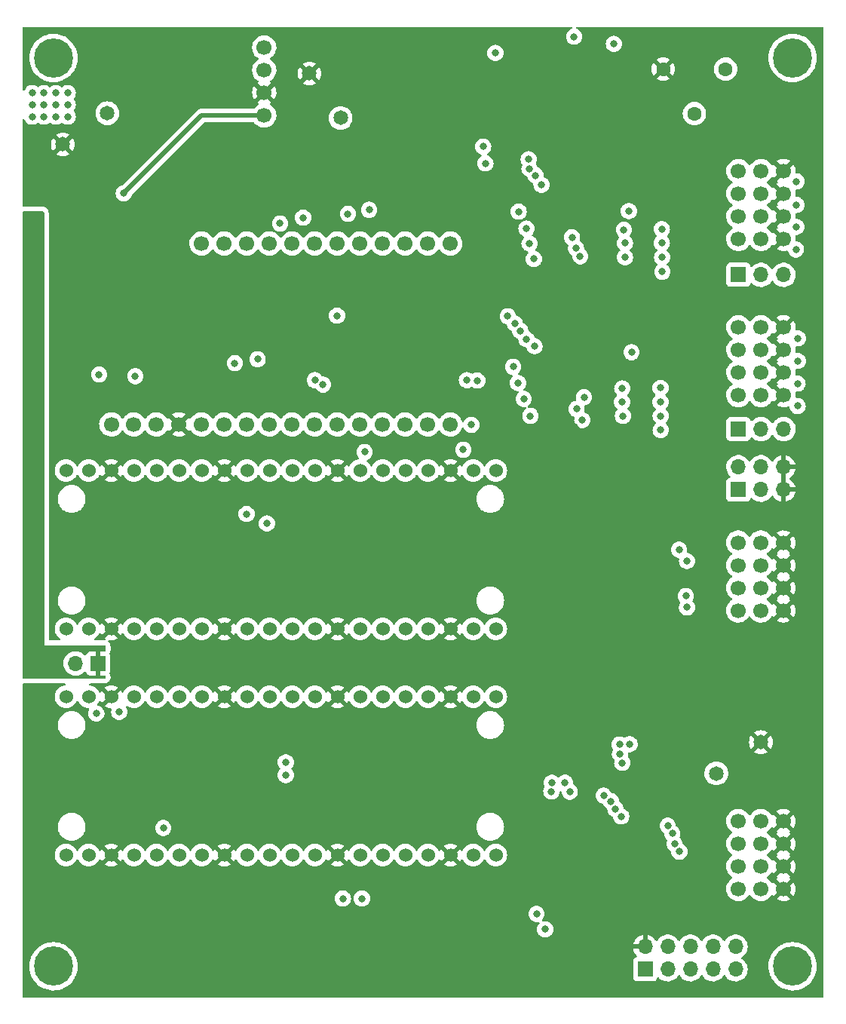
<source format=gbr>
%TF.GenerationSoftware,KiCad,Pcbnew,(6.0.8-1)-1*%
%TF.CreationDate,2023-12-28T14:34:08-05:00*%
%TF.ProjectId,Pico Robotic Controller,5069636f-2052-46f6-926f-74696320436f,V2*%
%TF.SameCoordinates,Original*%
%TF.FileFunction,Copper,L4,Bot*%
%TF.FilePolarity,Positive*%
%FSLAX46Y46*%
G04 Gerber Fmt 4.6, Leading zero omitted, Abs format (unit mm)*
G04 Created by KiCad (PCBNEW (6.0.8-1)-1) date 2023-12-28 14:34:08*
%MOMM*%
%LPD*%
G01*
G04 APERTURE LIST*
%TA.AperFunction,ComponentPad*%
%ADD10R,1.700000X1.700000*%
%TD*%
%TA.AperFunction,ComponentPad*%
%ADD11O,1.700000X1.700000*%
%TD*%
%TA.AperFunction,ComponentPad*%
%ADD12C,1.700000*%
%TD*%
%TA.AperFunction,ComponentPad*%
%ADD13C,1.524000*%
%TD*%
%TA.AperFunction,ComponentPad*%
%ADD14C,1.650000*%
%TD*%
%TA.AperFunction,ComponentPad*%
%ADD15C,4.400000*%
%TD*%
%TA.AperFunction,ComponentPad*%
%ADD16C,1.600000*%
%TD*%
%TA.AperFunction,ViaPad*%
%ADD17C,0.800000*%
%TD*%
%TA.AperFunction,Conductor*%
%ADD18C,0.500000*%
%TD*%
G04 APERTURE END LIST*
D10*
%TO.P,J6,1,Pin_1*%
%TO.N,+5V*%
X113064000Y-113211600D03*
D11*
%TO.P,J6,2,Pin_2*%
%TO.N,VBUS*%
X110524000Y-113211600D03*
%TD*%
D12*
%TO.P,J2,1,S1*%
%TO.N,/PWM0*%
X184957000Y-138531600D03*
%TO.P,J2,2,P1*%
%TO.N,/SERVO_VDD*%
X187497000Y-138531600D03*
%TO.P,J2,3,G1*%
%TO.N,GND*%
X190037000Y-138531600D03*
%TO.P,J2,4,S2*%
%TO.N,/PWM1*%
X184957000Y-135991600D03*
%TO.P,J2,5,P2*%
%TO.N,/SERVO_VDD*%
X187497000Y-135991600D03*
%TO.P,J2,6,G2*%
%TO.N,GND*%
X190037000Y-135991600D03*
%TO.P,J2,7,S3*%
%TO.N,/PWM2*%
X184957000Y-133451600D03*
%TO.P,J2,8,P3*%
%TO.N,/SERVO_VDD*%
X187497000Y-133451600D03*
%TO.P,J2,9,G3*%
%TO.N,GND*%
X190037000Y-133451600D03*
%TO.P,J2,10,S4*%
%TO.N,/PWM3*%
X184957000Y-130911600D03*
%TO.P,J2,11,P4*%
%TO.N,/SERVO_VDD*%
X187497000Y-130911600D03*
%TO.P,J2,12,G4*%
%TO.N,GND*%
X190037000Y-130911600D03*
%TD*%
D10*
%TO.P,J10,1,Pin_1*%
%TO.N,/ADC0*%
X184972000Y-93700200D03*
D11*
%TO.P,J10,2,Pin_2*%
%TO.N,/ADC1*%
X184972000Y-91160200D03*
%TO.P,J10,3,Pin_3*%
%TO.N,+3V3*%
X187512000Y-93700200D03*
%TO.P,J10,4,Pin_4*%
X187512000Y-91160200D03*
%TO.P,J10,5,Pin_5*%
%TO.N,GND*%
X190052000Y-93700200D03*
%TO.P,J10,6,Pin_6*%
X190052000Y-91160200D03*
%TD*%
D12*
%TO.P,J4,1,S1*%
%TO.N,/PWM4*%
X184957000Y-107253400D03*
%TO.P,J4,2,P1*%
%TO.N,/SERVO_VDD*%
X187497000Y-107253400D03*
%TO.P,J4,3,G1*%
%TO.N,GND*%
X190037000Y-107253400D03*
%TO.P,J4,4,S2*%
%TO.N,/PWM5*%
X184957000Y-104713400D03*
%TO.P,J4,5,P2*%
%TO.N,/SERVO_VDD*%
X187497000Y-104713400D03*
%TO.P,J4,6,G2*%
%TO.N,GND*%
X190037000Y-104713400D03*
%TO.P,J4,7,S3*%
%TO.N,/PWM6*%
X184957000Y-102173400D03*
%TO.P,J4,8,P3*%
%TO.N,/SERVO_VDD*%
X187497000Y-102173400D03*
%TO.P,J4,9,G3*%
%TO.N,GND*%
X190037000Y-102173400D03*
%TO.P,J4,10,S4*%
%TO.N,/PWM7*%
X184957000Y-99633400D03*
%TO.P,J4,11,P4*%
%TO.N,/SERVO_VDD*%
X187497000Y-99633400D03*
%TO.P,J4,12,G4*%
%TO.N,GND*%
X190037000Y-99633400D03*
%TD*%
D10*
%TO.P,J9,1,Pin_1*%
%TO.N,+3V3*%
X184972000Y-69570600D03*
D11*
%TO.P,J9,2,Pin_2*%
%TO.N,/VIOB*%
X187512000Y-69570600D03*
%TO.P,J9,3,Pin_3*%
%TO.N,+5V*%
X190052000Y-69570600D03*
%TD*%
D13*
%TO.P,U2,1,GP0/U0TX/SDA0/MISO0*%
%TO.N,/DIO0*%
X109474000Y-134721600D03*
%TO.P,U2,2,GP1/U0RX/SCL0/CSn0*%
%TO.N,/DIO1*%
X112014000Y-134721600D03*
%TO.P,U2,3,GND*%
%TO.N,GND*%
X114554000Y-134721600D03*
%TO.P,U2,4,GP2/SDA1/SCK0*%
%TO.N,/SWITCH_SDA1*%
X117094000Y-134721600D03*
%TO.P,U2,5,GP3/SCL1/MOSI0*%
%TO.N,/SWITCH_SCL1*%
X119634000Y-134721600D03*
%TO.P,U2,6,GP4/U1TX/SDA0/MISO*%
%TO.N,/SWITCH_SDA0*%
X122174000Y-134721600D03*
%TO.P,U2,7,GP5/U1RX/SCL0/CSn0*%
%TO.N,/SWITCH_SCL0*%
X124714000Y-134721600D03*
%TO.P,U2,8,GND*%
%TO.N,GND*%
X127254000Y-134721600D03*
%TO.P,U2,9,GP6/SDA1/SCK0*%
%TO.N,/DIO2*%
X129794000Y-134721600D03*
%TO.P,U2,10,GP7/SCL1/MOSI0*%
%TO.N,/DIO3*%
X132334000Y-134721600D03*
%TO.P,U2,11,GP8/U1TX/SDA0/MISO1*%
%TO.N,/DIO4*%
X134874000Y-134721600D03*
%TO.P,U2,12,GP9/U1RX/SCL0/CSn1*%
%TO.N,/DIO5*%
X137414000Y-134721600D03*
%TO.P,U2,13,GND*%
%TO.N,GND*%
X139954000Y-134721600D03*
%TO.P,U2,14,GP10/SDA1/SCK1*%
%TO.N,/DIO6*%
X142494000Y-134721600D03*
%TO.P,U2,15,GP11/SCL1/MOSI1*%
%TO.N,/DIO7*%
X145034000Y-134721600D03*
%TO.P,U2,16,GP12/U0TX/SDA0/MISO1*%
%TO.N,/PWM_OEn*%
X147574000Y-134721600D03*
%TO.P,U2,17,GP13/U0RX/SCL0/CSn1*%
%TO.N,/SWITCH_RESETN*%
X150114000Y-134721600D03*
%TO.P,U2,18,GND*%
%TO.N,GND*%
X152654000Y-134721600D03*
%TO.P,U2,19,GP14/SDA1/SCK1*%
%TO.N,/DIO_EN*%
X155194000Y-134721600D03*
%TO.P,U2,20,GP15/SCL1/MOSI1*%
%TO.N,/ETHSPI_CS*%
X157734000Y-134721600D03*
%TO.P,U2,21,GP16/U0TX/SDA0/MISO0*%
%TO.N,/PICOWBELL_MISO*%
X157734000Y-116941600D03*
%TO.P,U2,22,GP17/U0RX/SCL0/CSn0*%
%TO.N,/NEOPIXEL_BRD*%
X155194000Y-116941600D03*
%TO.P,U2,23,GND*%
%TO.N,GND*%
X152654000Y-116941600D03*
%TO.P,U2,24,GP18/SDA1/SCK0*%
%TO.N,/PICOWBELL_SCK*%
X150114000Y-116941600D03*
%TO.P,U2,25,GP19/SCL1/MOSI0*%
%TO.N,/PICOWBELL_MOSI*%
X147574000Y-116941600D03*
%TO.P,U2,26,GP20/SDA0*%
%TO.N,/PICOWBELL_CS*%
X145034000Y-116941600D03*
%TO.P,U2,27,GP21/SCL0*%
%TO.N,/PICOWBELL_INT*%
X142494000Y-116941600D03*
%TO.P,U2,28,GND*%
%TO.N,GND*%
X139954000Y-116941600D03*
%TO.P,U2,29,GP22*%
%TO.N,/NEOPIXEL*%
X137414000Y-116941600D03*
%TO.P,U2,30,RUNn*%
%TO.N,/RESETn*%
X134874000Y-116941600D03*
%TO.P,U2,31,GP26/SDA1/ADC0*%
%TO.N,/ADC0_BUF*%
X132334000Y-116941600D03*
%TO.P,U2,32,GP27/SCL1/ADC1*%
%TO.N,/ADC1_BUF*%
X129794000Y-116941600D03*
%TO.P,U2,33,GND*%
%TO.N,GND*%
X127254000Y-116941600D03*
%TO.P,U2,34,GP28/ADC2*%
%TO.N,unconnected-(U2-Pad34)*%
X124714000Y-116941600D03*
%TO.P,U2,35,ADC_VREF*%
%TO.N,unconnected-(U2-Pad35)*%
X122174000Y-116941600D03*
%TO.P,U2,36,3V3*%
%TO.N,+3V3*%
X119634000Y-116941600D03*
%TO.P,U2,37,3V3_EN*%
%TO.N,unconnected-(U2-Pad37)*%
X117094000Y-116941600D03*
%TO.P,U2,38,GND*%
%TO.N,GND*%
X114554000Y-116941600D03*
%TO.P,U2,39,VSYS*%
%TO.N,/VSYS*%
X112014000Y-116941600D03*
%TO.P,U2,40,VBUS*%
%TO.N,VBUS*%
X109474000Y-116941600D03*
%TD*%
D12*
%TO.P,U1,1,EN*%
%TO.N,Net-(R1-Pad2)*%
X131734000Y-44051600D03*
%TO.P,U1,2,VIN*%
%TO.N,+12V*%
X131734000Y-46591600D03*
%TO.P,U1,3,GND*%
%TO.N,GND*%
X131734000Y-49131600D03*
%TO.P,U1,4,VOUT*%
%TO.N,+5V*%
X131734000Y-51671600D03*
%TD*%
D14*
%TO.P,J12,1,1*%
%TO.N,/SERVO_VDD*%
X182497000Y-125547000D03*
%TO.P,J12,2,2*%
%TO.N,GND*%
X187497000Y-122047000D03*
%TD*%
D15*
%TO.P,H4,1,1*%
%TO.N,unconnected-(H4-Pad1)*%
X191064000Y-45211600D03*
%TD*%
D10*
%TO.P,J5,1,Pin_1*%
%TO.N,+3V3*%
X184972000Y-86888000D03*
D11*
%TO.P,J5,2,Pin_2*%
%TO.N,/VIOA*%
X187512000Y-86888000D03*
%TO.P,J5,3,Pin_3*%
%TO.N,+5V*%
X190052000Y-86888000D03*
%TD*%
D16*
%TO.P,J3,1,1*%
%TO.N,/NEOPIXEL*%
X183535000Y-46461600D03*
%TO.P,J3,2,2*%
%TO.N,+5V*%
X180035000Y-51461600D03*
%TO.P,J3,3,3*%
%TO.N,GND*%
X176535000Y-46461600D03*
%TD*%
D13*
%TO.P,U3,1,GP0/NC9*%
%TO.N,unconnected-(U3-Pad1)*%
X109474000Y-109321600D03*
%TO.P,U3,2,GP1/NC1*%
%TO.N,unconnected-(U3-Pad2)*%
X112014000Y-109321600D03*
%TO.P,U3,3,GND*%
%TO.N,GND*%
X114554000Y-109321600D03*
%TO.P,U3,4,GP2/NC2*%
%TO.N,unconnected-(U3-Pad4)*%
X117094000Y-109321600D03*
%TO.P,U3,5,GP3/NC3*%
%TO.N,unconnected-(U3-Pad5)*%
X119634000Y-109321600D03*
%TO.P,U3,6,GP4/NC4*%
%TO.N,unconnected-(U3-Pad6)*%
X122174000Y-109321600D03*
%TO.P,U3,7,GP5/NC5*%
%TO.N,unconnected-(U3-Pad7)*%
X124714000Y-109321600D03*
%TO.P,U3,8,GND*%
%TO.N,GND*%
X127254000Y-109321600D03*
%TO.P,U3,9,GP6/NC6*%
%TO.N,unconnected-(U3-Pad9)*%
X129794000Y-109321600D03*
%TO.P,U3,10,GP7/NC7*%
%TO.N,unconnected-(U3-Pad10)*%
X132334000Y-109321600D03*
%TO.P,U3,11,GP8/NC8*%
%TO.N,unconnected-(U3-Pad11)*%
X134874000Y-109321600D03*
%TO.P,U3,12,GP9/NC9*%
%TO.N,unconnected-(U3-Pad12)*%
X137414000Y-109321600D03*
%TO.P,U3,13,GND*%
%TO.N,GND*%
X139954000Y-109321600D03*
%TO.P,U3,14,GP10/NC10*%
%TO.N,unconnected-(U3-Pad14)*%
X142494000Y-109321600D03*
%TO.P,U3,15,GP11/NC11*%
%TO.N,unconnected-(U3-Pad15)*%
X145034000Y-109321600D03*
%TO.P,U3,16,GP12/NC12*%
%TO.N,unconnected-(U3-Pad16)*%
X147574000Y-109321600D03*
%TO.P,U3,17,GP13/NC13*%
%TO.N,unconnected-(U3-Pad17)*%
X150114000Y-109321600D03*
%TO.P,U3,18,GND*%
%TO.N,GND*%
X152654000Y-109321600D03*
%TO.P,U3,19,GP14/NC14*%
%TO.N,unconnected-(U3-Pad19)*%
X155194000Y-109321600D03*
%TO.P,U3,20,GP15/NC15*%
%TO.N,unconnected-(U3-Pad20)*%
X157734000Y-109321600D03*
%TO.P,U3,21,GP16/MISO0*%
%TO.N,/PICOWBELL_MISO*%
X157734000Y-91541600D03*
%TO.P,U3,22,GP17/U0RX/SCL0/CSn0*%
%TO.N,unconnected-(U3-Pad22)*%
X155194000Y-91541600D03*
%TO.P,U3,23,GND*%
%TO.N,GND*%
X152654000Y-91541600D03*
%TO.P,U3,24,GP18/SCK0*%
%TO.N,/PICOWBELL_SCK*%
X150114000Y-91541600D03*
%TO.P,U3,25,GP19/MOSI0*%
%TO.N,/PICOWBELL_MOSI*%
X147574000Y-91541600D03*
%TO.P,U3,26,GP20/CAN_CS*%
%TO.N,/PICOWBELL_CS*%
X145034000Y-91541600D03*
%TO.P,U3,27,GP21/CAN_INT*%
%TO.N,/PICOWBELL_INT*%
X142494000Y-91541600D03*
%TO.P,U3,28,GND*%
%TO.N,GND*%
X139954000Y-91541600D03*
%TO.P,U3,29,GP22/NC22*%
%TO.N,unconnected-(U3-Pad29)*%
X137414000Y-91541600D03*
%TO.P,U3,30,RUNn*%
%TO.N,unconnected-(U3-Pad30)*%
X134874000Y-91541600D03*
%TO.P,U3,31,GP26/NC26*%
%TO.N,unconnected-(U3-Pad31)*%
X132334000Y-91541600D03*
%TO.P,U3,32,GP27/NC27*%
%TO.N,unconnected-(U3-Pad32)*%
X129794000Y-91541600D03*
%TO.P,U3,33,GND*%
%TO.N,GND*%
X127254000Y-91541600D03*
%TO.P,U3,34,GP28/NC28*%
%TO.N,unconnected-(U3-Pad34)*%
X124714000Y-91541600D03*
%TO.P,U3,35,ADC_VREF*%
%TO.N,unconnected-(U3-Pad35)*%
X122174000Y-91541600D03*
%TO.P,U3,36,3V3*%
%TO.N,+3V3*%
X119634000Y-91541600D03*
%TO.P,U3,37,3V3_EN*%
%TO.N,unconnected-(U3-Pad37)*%
X117094000Y-91541600D03*
%TO.P,U3,38,GND*%
%TO.N,GND*%
X114554000Y-91541600D03*
%TO.P,U3,39,VSYS*%
%TO.N,unconnected-(U3-Pad39)*%
X112014000Y-91541600D03*
%TO.P,U3,40,VBUS*%
%TO.N,VBUS*%
X109474000Y-91541600D03*
%TD*%
D15*
%TO.P,H3,1,1*%
%TO.N,unconnected-(H3-Pad1)*%
X191064000Y-147211600D03*
%TD*%
D12*
%TO.P,U6,1,RESETn*%
%TO.N,unconnected-(U6-Pad1)*%
X114554000Y-86366600D03*
%TO.P,U6,2,3V3*%
%TO.N,+3V3*%
X117064000Y-86366600D03*
%TO.P,U6,3,AREF*%
%TO.N,unconnected-(U6-Pad3)*%
X119604000Y-86366600D03*
%TO.P,U6,4,GND*%
%TO.N,GND*%
X122144000Y-86366600D03*
%TO.P,U6,5,GPIOA0*%
%TO.N,unconnected-(U6-Pad5)*%
X124684000Y-86366600D03*
%TO.P,U6,6,GPIOA1*%
%TO.N,unconnected-(U6-Pad6)*%
X127224000Y-86366600D03*
%TO.P,U6,7,GPIOA2*%
%TO.N,unconnected-(U6-Pad7)*%
X129764000Y-86366600D03*
%TO.P,U6,8,GPIOA3*%
%TO.N,unconnected-(U6-Pad8)*%
X132304000Y-86366600D03*
%TO.P,U6,9,GPIOA4*%
%TO.N,unconnected-(U6-Pad9)*%
X134844000Y-86366600D03*
%TO.P,U6,10,GPIOA5*%
%TO.N,unconnected-(U6-Pad10)*%
X137384000Y-86366600D03*
%TO.P,U6,11,SCK*%
%TO.N,/PICOWBELL_SCK*%
X139924000Y-86366600D03*
%TO.P,U6,12,MOSI*%
%TO.N,/PICOWBELL_MOSI*%
X142464000Y-86366600D03*
%TO.P,U6,13,MISO*%
%TO.N,/PICOWBELL_MISO*%
X145004000Y-86366600D03*
%TO.P,U6,14,GPIORX*%
%TO.N,unconnected-(U6-Pad14)*%
X147544000Y-86366600D03*
%TO.P,U6,15,GPIOTX*%
%TO.N,unconnected-(U6-Pad15)*%
X150084000Y-86366600D03*
%TO.P,U6,16,NC*%
%TO.N,unconnected-(U6-Pad16)*%
X152624000Y-86366600D03*
%TO.P,U6,17,GPIOSDA*%
%TO.N,unconnected-(U6-Pad17)*%
X152624000Y-66046600D03*
%TO.P,U6,18,GPIOSCL*%
%TO.N,unconnected-(U6-Pad18)*%
X150084000Y-66046600D03*
%TO.P,U6,19,GPIOD5*%
%TO.N,unconnected-(U6-Pad19)*%
X147544000Y-66046600D03*
%TO.P,U6,20,GPIOD6*%
%TO.N,unconnected-(U6-Pad20)*%
X145004000Y-66046600D03*
%TO.P,U6,21,GPIOD9*%
%TO.N,unconnected-(U6-Pad21)*%
X142464000Y-66046600D03*
%TO.P,U6,22,CSn*%
%TO.N,/ETHSPI_CS*%
X139924000Y-66046600D03*
%TO.P,U6,23,GPIOD11*%
%TO.N,unconnected-(U6-Pad23)*%
X137384000Y-66046600D03*
%TO.P,U6,24,GPIOD12*%
%TO.N,unconnected-(U6-Pad24)*%
X134844000Y-66046600D03*
%TO.P,U6,25,GPIOD13*%
%TO.N,unconnected-(U6-Pad25)*%
X132304000Y-66046600D03*
%TO.P,U6,26,USB*%
%TO.N,unconnected-(U6-Pad26)*%
X129764000Y-66046600D03*
%TO.P,U6,27,EN*%
%TO.N,unconnected-(U6-Pad27)*%
X127224000Y-66046600D03*
%TO.P,U6,28,VBAT*%
%TO.N,unconnected-(U6-Pad28)*%
X124684000Y-66046600D03*
%TD*%
D14*
%TO.P,J11,1,1*%
%TO.N,+5V*%
X140301000Y-51960000D03*
%TO.P,J11,2,2*%
%TO.N,GND*%
X136801000Y-46960000D03*
%TD*%
D12*
%TO.P,J7,1,S1*%
%TO.N,/DIO0_LS*%
X184972000Y-83078000D03*
%TO.P,J7,2,P1*%
%TO.N,/VIOA*%
X187512000Y-83078000D03*
%TO.P,J7,3,G1*%
%TO.N,GND*%
X190052000Y-83078000D03*
%TO.P,J7,4,S2*%
%TO.N,/DIO1_LS*%
X184972000Y-80538000D03*
%TO.P,J7,5,P2*%
%TO.N,/VIOA*%
X187512000Y-80538000D03*
%TO.P,J7,6,G2*%
%TO.N,GND*%
X190052000Y-80538000D03*
%TO.P,J7,7,S3*%
%TO.N,/DIO2_LS*%
X184972000Y-77998000D03*
%TO.P,J7,8,P3*%
%TO.N,/VIOA*%
X187512000Y-77998000D03*
%TO.P,J7,9,G3*%
%TO.N,GND*%
X190052000Y-77998000D03*
%TO.P,J7,10,S4*%
%TO.N,/DIO3_LS*%
X184972000Y-75458000D03*
%TO.P,J7,11,P4*%
%TO.N,/VIOA*%
X187512000Y-75458000D03*
%TO.P,J7,12,G4*%
%TO.N,GND*%
X190052000Y-75458000D03*
%TD*%
%TO.P,J8,1,S1*%
%TO.N,/DIO4_LS*%
X184972000Y-65532000D03*
%TO.P,J8,2,P1*%
%TO.N,/VIOB*%
X187512000Y-65532000D03*
%TO.P,J8,3,G1*%
%TO.N,GND*%
X190052000Y-65532000D03*
%TO.P,J8,4,S2*%
%TO.N,/DIO5_LS*%
X184972000Y-62992000D03*
%TO.P,J8,5,P2*%
%TO.N,/VIOB*%
X187512000Y-62992000D03*
%TO.P,J8,6,G2*%
%TO.N,GND*%
X190052000Y-62992000D03*
%TO.P,J8,7,S3*%
%TO.N,/DIO6_LS*%
X184972000Y-60452000D03*
%TO.P,J8,8,P3*%
%TO.N,/VIOB*%
X187512000Y-60452000D03*
%TO.P,J8,9,G3*%
%TO.N,GND*%
X190052000Y-60452000D03*
%TO.P,J8,10,S4*%
%TO.N,/DIO7_LS*%
X184972000Y-57912000D03*
%TO.P,J8,11,P4*%
%TO.N,/VIOB*%
X187512000Y-57912000D03*
%TO.P,J8,12,G4*%
%TO.N,GND*%
X190052000Y-57912000D03*
%TD*%
D14*
%TO.P,J1,1,1*%
%TO.N,+BATT*%
X114114000Y-51424600D03*
%TO.P,J1,2,2*%
%TO.N,GND*%
X109114000Y-54924600D03*
%TD*%
D15*
%TO.P,H2,1,1*%
%TO.N,unconnected-(H2-Pad1)*%
X108064000Y-147211600D03*
%TD*%
%TO.P,H1,1,1*%
%TO.N,unconnected-(H1-Pad1)*%
X108064000Y-45211600D03*
%TD*%
D10*
%TO.P,J13,1,Pin_1*%
%TO.N,+3V3*%
X174498000Y-147548600D03*
D11*
%TO.P,J13,2,Pin_2*%
%TO.N,GND*%
X174498000Y-145008600D03*
%TO.P,J13,3,Pin_3*%
%TO.N,/M0_IN1*%
X177038000Y-147548600D03*
%TO.P,J13,4,Pin_4*%
%TO.N,/M0_IN2*%
X177038000Y-145008600D03*
%TO.P,J13,5,Pin_5*%
%TO.N,/M1_IN1*%
X179578000Y-147548600D03*
%TO.P,J13,6,Pin_6*%
%TO.N,/M1_IN2*%
X179578000Y-145008600D03*
%TO.P,J13,7,Pin_7*%
%TO.N,/M2_IN1*%
X182118000Y-147548600D03*
%TO.P,J13,8,Pin_8*%
%TO.N,/M2_IN2*%
X182118000Y-145008600D03*
%TO.P,J13,9,Pin_9*%
%TO.N,/M3_IN1*%
X184658000Y-147548600D03*
%TO.P,J13,10,Pin_10*%
%TO.N,/M3_IN2*%
X184658000Y-145008600D03*
%TD*%
D17*
%TO.N,GND*%
X165506400Y-45796200D03*
X120814000Y-60811600D03*
X166420800Y-68453000D03*
X139660133Y-60096400D03*
X181356000Y-81813400D03*
X165381034Y-125061633D03*
X126187200Y-128219200D03*
X122123200Y-120980200D03*
X172003000Y-111543800D03*
X180975000Y-100812600D03*
X168402000Y-118618000D03*
X145542000Y-143916400D03*
X130878500Y-141986000D03*
X119126000Y-129895600D03*
X138785600Y-143916400D03*
X172828000Y-112068800D03*
X162534600Y-134137400D03*
X126593600Y-143916400D03*
X173482000Y-101447600D03*
X173507400Y-90754200D03*
X163957000Y-140462000D03*
X116636800Y-120142000D03*
X172828000Y-116136300D03*
X164795200Y-62407800D03*
X173355000Y-47472600D03*
X173653000Y-116623800D03*
X159816800Y-72186800D03*
X142526800Y-60096400D03*
X138226800Y-60096400D03*
X155397200Y-142087600D03*
X180975000Y-105892600D03*
X172003000Y-117636300D03*
X166293800Y-78054200D03*
X118656290Y-141973417D03*
X172003000Y-115611300D03*
X180848000Y-91668600D03*
X122247333Y-60811600D03*
X172828000Y-117148800D03*
X173532800Y-93853000D03*
X180975000Y-137261600D03*
X169545000Y-146278600D03*
X173653000Y-113568800D03*
X133350000Y-143916400D03*
X172003000Y-113568800D03*
X160096200Y-54610000D03*
X172003000Y-112556300D03*
X181330600Y-59131200D03*
X173685200Y-98094800D03*
X172003000Y-116623800D03*
X157917000Y-48686600D03*
X123680666Y-60811600D03*
X157886400Y-143916400D03*
X173653000Y-112556300D03*
X180975000Y-132816600D03*
X168148000Y-148691600D03*
X114350800Y-143865600D03*
X173653000Y-117636300D03*
X167995600Y-132689600D03*
X181330600Y-76708000D03*
X166547800Y-86657300D03*
X141093466Y-60096400D03*
X173653000Y-111543800D03*
X172828000Y-113081300D03*
X125222000Y-132943600D03*
X151079200Y-143916400D03*
X106045000Y-58267600D03*
X181330600Y-64287400D03*
X173653000Y-115611300D03*
X125114000Y-60811600D03*
X161315400Y-125907800D03*
X143052800Y-142087600D03*
X121056400Y-143916400D03*
X171450000Y-143738600D03*
X175488600Y-62204600D03*
%TO.N,+5V*%
X105308400Y-63093600D03*
X115951000Y-60426600D03*
X106426000Y-63093600D03*
X166522400Y-42824400D03*
%TO.N,+BATT*%
X109664000Y-49161600D03*
X109664000Y-51811600D03*
X106997333Y-51811600D03*
X106997333Y-49161600D03*
X108330666Y-51811600D03*
X109664000Y-50486600D03*
X108330666Y-50486600D03*
X105664000Y-51811600D03*
X106997333Y-50486600D03*
X105664000Y-49161600D03*
X105664000Y-50486600D03*
X108330666Y-49161600D03*
%TO.N,/NEOPIXEL_BRD*%
X170992800Y-43637200D03*
X154990800Y-86410800D03*
X156565600Y-57048400D03*
X154076400Y-89204800D03*
X156311600Y-55168800D03*
%TO.N,/DIO0*%
X117246400Y-80944400D03*
X113182400Y-80772000D03*
X112877600Y-118821200D03*
X161607500Y-85407500D03*
X162077400Y-77571600D03*
%TO.N,/DIO1*%
X161163000Y-76784200D03*
X115443000Y-118643400D03*
X160870900Y-83502500D03*
%TO.N,/DIO2*%
X160467599Y-75840790D03*
X128422400Y-79495400D03*
X160223200Y-81711800D03*
%TO.N,/DIO3*%
X159677100Y-79895700D03*
X159880900Y-75031600D03*
X130987800Y-79045400D03*
%TO.N,/DIO4*%
X162001200Y-67792600D03*
X162864800Y-59461400D03*
X133502400Y-63804800D03*
%TO.N,/DIO5*%
X136093200Y-63144400D03*
X161518600Y-66065400D03*
X162198713Y-58415829D03*
%TO.N,/DIO6*%
X141122400Y-62731900D03*
X161175700Y-64376300D03*
X161518600Y-57683400D03*
%TO.N,/DIO7*%
X161417000Y-56591200D03*
X143510000Y-62267500D03*
X160303699Y-62479701D03*
%TO.N,/PWM6*%
X179197000Y-101701600D03*
X177546000Y-132308600D03*
%TO.N,/PWM7*%
X177038000Y-131419600D03*
X178308000Y-100431600D03*
%TO.N,/PWM4*%
X179197000Y-106908600D03*
X178345500Y-134340600D03*
%TO.N,/PWM5*%
X179070000Y-105638600D03*
X177800000Y-133451600D03*
%TO.N,/ST_SDA2*%
X134149500Y-125750500D03*
X134149500Y-124301500D03*
%TO.N,/ST_SCL3*%
X142697200Y-139604500D03*
X140563600Y-139604500D03*
%TO.N,/NEOPIXEL*%
X155651200Y-81432400D03*
X138328400Y-81902900D03*
%TO.N,/SWITCH_SCL0*%
X162306000Y-141325600D03*
X164033200Y-126593600D03*
X165494300Y-126593600D03*
%TO.N,/SWITCH_SDA0*%
X166039800Y-127609600D03*
X163975224Y-127591420D03*
X163271200Y-143052800D03*
%TO.N,/SWITCH_RESETN*%
X120396000Y-131673600D03*
%TO.N,/RESETn*%
X137414000Y-81394400D03*
X154482800Y-81394400D03*
X157683200Y-44653200D03*
%TO.N,/ETHSPI_CS*%
X139903200Y-74161900D03*
X159080200Y-74218800D03*
%TO.N,/PICOWBELL_MOSI*%
X143002000Y-89458800D03*
%TO.N,/M0_IN1*%
X169850300Y-128041400D03*
%TO.N,/M0_IN2*%
X170658584Y-128673809D03*
%TO.N,/M1_IN1*%
X171157300Y-129540000D03*
%TO.N,/M1_IN2*%
X171813900Y-130378200D03*
%TO.N,/M2_IN1*%
X171932600Y-124358400D03*
%TO.N,/M2_IN2*%
X171671184Y-123377186D03*
%TO.N,/M3_IN1*%
X171623698Y-122305102D03*
%TO.N,/M3_IN2*%
X172758904Y-122264411D03*
%TO.N,/DIO_EN*%
X172974000Y-78257400D03*
X172669200Y-62407800D03*
%TO.N,/ADC0_BUF*%
X132029200Y-97485200D03*
%TO.N,/ADC1_BUF*%
X129743200Y-96418400D03*
%TO.N,Net-(D17-Pad1)*%
X191643000Y-76708000D03*
X176225200Y-82270600D03*
%TO.N,Net-(D18-Pad1)*%
X176377600Y-64439800D03*
X191497200Y-59087000D03*
%TO.N,Net-(D19-Pad1)*%
X191490600Y-61722000D03*
X176377600Y-65989200D03*
%TO.N,Net-(D20-Pad1)*%
X191465200Y-64185800D03*
X176403000Y-67589400D03*
%TO.N,Net-(D21-Pad1)*%
X176428400Y-69215000D03*
X191439800Y-66725800D03*
%TO.N,Net-(D22-Pad1)*%
X176225200Y-83845400D03*
X191643000Y-79248000D03*
%TO.N,Net-(D23-Pad1)*%
X191617600Y-81788000D03*
X176250600Y-85420200D03*
%TO.N,Net-(D24-Pad1)*%
X176250600Y-86995000D03*
X191617600Y-84302600D03*
%TO.N,Net-(R10-Pad1)*%
X171932600Y-82321400D03*
X167640000Y-83312000D03*
%TO.N,Net-(R11-Pad1)*%
X166293800Y-65354200D03*
X172110400Y-64516000D03*
%TO.N,Net-(R12-Pad1)*%
X166725600Y-66573400D03*
X172237400Y-65989200D03*
%TO.N,Net-(R13-Pad1)*%
X172237400Y-67589400D03*
X167208200Y-67487800D03*
%TO.N,Net-(R15-Pad1)*%
X166801800Y-84632800D03*
X171907200Y-83845400D03*
%TO.N,Net-(R16-Pad1)*%
X167436800Y-85877400D03*
X172008800Y-85420200D03*
%TD*%
D18*
%TO.N,+5V*%
X115951000Y-60426600D02*
X124706000Y-51671600D01*
X124706000Y-51671600D02*
X131734000Y-51671600D01*
%TD*%
%TA.AperFunction,Conductor*%
%TO.N,+5V*%
G36*
X113895721Y-111170402D02*
G01*
X113942214Y-111224058D01*
X113953600Y-111276400D01*
X113953600Y-111727600D01*
X113933598Y-111795721D01*
X113879942Y-111842214D01*
X113827600Y-111853600D01*
X113336115Y-111853600D01*
X113320876Y-111858075D01*
X113319671Y-111859465D01*
X113318000Y-111867148D01*
X113318000Y-114551484D01*
X113322475Y-114566723D01*
X113323865Y-114567928D01*
X113331548Y-114569599D01*
X113827600Y-114569599D01*
X113895721Y-114589601D01*
X113942214Y-114643257D01*
X113953600Y-114695599D01*
X113953600Y-114790800D01*
X113933598Y-114858921D01*
X113879942Y-114905414D01*
X113827600Y-114916800D01*
X106913200Y-114916800D01*
X106913200Y-113178295D01*
X109161251Y-113178295D01*
X109174110Y-113401315D01*
X109175247Y-113406361D01*
X109175248Y-113406367D01*
X109196275Y-113499669D01*
X109223222Y-113619239D01*
X109307266Y-113826216D01*
X109423987Y-114016688D01*
X109570250Y-114185538D01*
X109742126Y-114328232D01*
X109935000Y-114440938D01*
X110143692Y-114520630D01*
X110148760Y-114521661D01*
X110148763Y-114521662D01*
X110256017Y-114543483D01*
X110362597Y-114565167D01*
X110367772Y-114565357D01*
X110367774Y-114565357D01*
X110580673Y-114573164D01*
X110580677Y-114573164D01*
X110585837Y-114573353D01*
X110590957Y-114572697D01*
X110590959Y-114572697D01*
X110802288Y-114545625D01*
X110802289Y-114545625D01*
X110807416Y-114544968D01*
X110812366Y-114543483D01*
X111016429Y-114482261D01*
X111016434Y-114482259D01*
X111021384Y-114480774D01*
X111221994Y-114382496D01*
X111403860Y-114252773D01*
X111471331Y-114185538D01*
X111512479Y-114144533D01*
X111574851Y-114110617D01*
X111645658Y-114115805D01*
X111702419Y-114158451D01*
X111719401Y-114189554D01*
X111760676Y-114299654D01*
X111769214Y-114315249D01*
X111845715Y-114417324D01*
X111858276Y-114429885D01*
X111960351Y-114506386D01*
X111975946Y-114514924D01*
X112096394Y-114560078D01*
X112111649Y-114563705D01*
X112162514Y-114569231D01*
X112169328Y-114569600D01*
X112791885Y-114569600D01*
X112807124Y-114565125D01*
X112808329Y-114563735D01*
X112810000Y-114556052D01*
X112810000Y-111871716D01*
X112805525Y-111856477D01*
X112804135Y-111855272D01*
X112796452Y-111853601D01*
X112169331Y-111853601D01*
X112162510Y-111853971D01*
X112111648Y-111859495D01*
X112096396Y-111863121D01*
X111975946Y-111908276D01*
X111960351Y-111916814D01*
X111858276Y-111993315D01*
X111845715Y-112005876D01*
X111769214Y-112107951D01*
X111760676Y-112123546D01*
X111719297Y-112233922D01*
X111676655Y-112290687D01*
X111610093Y-112315386D01*
X111540744Y-112300178D01*
X111508121Y-112274491D01*
X111457151Y-112218476D01*
X111457148Y-112218473D01*
X111453670Y-112214651D01*
X111449619Y-112211452D01*
X111449615Y-112211448D01*
X111282414Y-112079400D01*
X111282410Y-112079398D01*
X111278359Y-112076198D01*
X111082789Y-111968238D01*
X111077920Y-111966514D01*
X111077916Y-111966512D01*
X110877087Y-111895395D01*
X110877083Y-111895394D01*
X110872212Y-111893669D01*
X110867119Y-111892762D01*
X110867116Y-111892761D01*
X110657373Y-111855400D01*
X110657367Y-111855399D01*
X110652284Y-111854494D01*
X110578452Y-111853592D01*
X110434081Y-111851828D01*
X110434079Y-111851828D01*
X110428911Y-111851765D01*
X110208091Y-111885555D01*
X109995756Y-111954957D01*
X109797607Y-112058107D01*
X109793474Y-112061210D01*
X109793471Y-112061212D01*
X109710450Y-112123546D01*
X109618965Y-112192235D01*
X109464629Y-112353738D01*
X109338743Y-112538280D01*
X109244688Y-112740905D01*
X109184989Y-112956170D01*
X109161251Y-113178295D01*
X106913200Y-113178295D01*
X106913200Y-111150400D01*
X113827600Y-111150400D01*
X113895721Y-111170402D01*
G37*
%TD.AperFunction*%
%TD*%
%TA.AperFunction,Conductor*%
%TO.N,GND*%
G36*
X166244404Y-41740102D02*
G01*
X166290897Y-41793758D01*
X166301001Y-41864032D01*
X166271507Y-41928612D01*
X166227532Y-41961207D01*
X166071678Y-42030597D01*
X166071676Y-42030598D01*
X166065648Y-42033282D01*
X165911147Y-42145534D01*
X165783360Y-42287456D01*
X165687873Y-42452844D01*
X165628858Y-42634472D01*
X165628168Y-42641033D01*
X165628168Y-42641035D01*
X165618432Y-42733669D01*
X165608896Y-42824400D01*
X165609586Y-42830965D01*
X165624165Y-42969673D01*
X165628858Y-43014328D01*
X165687873Y-43195956D01*
X165691176Y-43201678D01*
X165691177Y-43201679D01*
X165724803Y-43259921D01*
X165783360Y-43361344D01*
X165787778Y-43366251D01*
X165787779Y-43366252D01*
X165836316Y-43420158D01*
X165911147Y-43503266D01*
X166010243Y-43575264D01*
X166054687Y-43607554D01*
X166065648Y-43615518D01*
X166071676Y-43618202D01*
X166071678Y-43618203D01*
X166205844Y-43677937D01*
X166240112Y-43693194D01*
X166333512Y-43713047D01*
X166420456Y-43731528D01*
X166420461Y-43731528D01*
X166426913Y-43732900D01*
X166617887Y-43732900D01*
X166624339Y-43731528D01*
X166624344Y-43731528D01*
X166711287Y-43713047D01*
X166804688Y-43693194D01*
X166838956Y-43677937D01*
X166930454Y-43637200D01*
X170079296Y-43637200D01*
X170079986Y-43643765D01*
X170095481Y-43791188D01*
X170099258Y-43827128D01*
X170158273Y-44008756D01*
X170253760Y-44174144D01*
X170258178Y-44179051D01*
X170258179Y-44179052D01*
X170309588Y-44236147D01*
X170381547Y-44316066D01*
X170536048Y-44428318D01*
X170542076Y-44431002D01*
X170542078Y-44431003D01*
X170629297Y-44469835D01*
X170710512Y-44505994D01*
X170803912Y-44525847D01*
X170890856Y-44544328D01*
X170890861Y-44544328D01*
X170897313Y-44545700D01*
X171088287Y-44545700D01*
X171094739Y-44544328D01*
X171094744Y-44544328D01*
X171181688Y-44525847D01*
X171275088Y-44505994D01*
X171356303Y-44469835D01*
X171443522Y-44431003D01*
X171443524Y-44431002D01*
X171449552Y-44428318D01*
X171604053Y-44316066D01*
X171676012Y-44236147D01*
X171727421Y-44179052D01*
X171727422Y-44179051D01*
X171731840Y-44174144D01*
X171827327Y-44008756D01*
X171886342Y-43827128D01*
X171890120Y-43791188D01*
X171905614Y-43643765D01*
X171906304Y-43637200D01*
X171886342Y-43447272D01*
X171827327Y-43265644D01*
X171731840Y-43100256D01*
X171673960Y-43035973D01*
X171608475Y-42963245D01*
X171608474Y-42963244D01*
X171604053Y-42958334D01*
X171449552Y-42846082D01*
X171443524Y-42843398D01*
X171443522Y-42843397D01*
X171281119Y-42771091D01*
X171281118Y-42771091D01*
X171275088Y-42768406D01*
X171181687Y-42748553D01*
X171094744Y-42730072D01*
X171094739Y-42730072D01*
X171088287Y-42728700D01*
X170897313Y-42728700D01*
X170890861Y-42730072D01*
X170890856Y-42730072D01*
X170803913Y-42748553D01*
X170710512Y-42768406D01*
X170704482Y-42771091D01*
X170704481Y-42771091D01*
X170542078Y-42843397D01*
X170542076Y-42843398D01*
X170536048Y-42846082D01*
X170381547Y-42958334D01*
X170377126Y-42963244D01*
X170377125Y-42963245D01*
X170311641Y-43035973D01*
X170253760Y-43100256D01*
X170158273Y-43265644D01*
X170099258Y-43447272D01*
X170079296Y-43637200D01*
X166930454Y-43637200D01*
X166973122Y-43618203D01*
X166973124Y-43618202D01*
X166979152Y-43615518D01*
X166990114Y-43607554D01*
X167034557Y-43575264D01*
X167133653Y-43503266D01*
X167208484Y-43420158D01*
X167257021Y-43366252D01*
X167257022Y-43366251D01*
X167261440Y-43361344D01*
X167319997Y-43259921D01*
X167353623Y-43201679D01*
X167353624Y-43201678D01*
X167356927Y-43195956D01*
X167415942Y-43014328D01*
X167420636Y-42969673D01*
X167435214Y-42830965D01*
X167435904Y-42824400D01*
X167426368Y-42733669D01*
X167416632Y-42641035D01*
X167416632Y-42641033D01*
X167415942Y-42634472D01*
X167356927Y-42452844D01*
X167261440Y-42287456D01*
X167133653Y-42145534D01*
X166979152Y-42033282D01*
X166973124Y-42030598D01*
X166973122Y-42030597D01*
X166817268Y-41961207D01*
X166763172Y-41915227D01*
X166742523Y-41847300D01*
X166761875Y-41778992D01*
X166815086Y-41731990D01*
X166868517Y-41720100D01*
X194429500Y-41720100D01*
X194497621Y-41740102D01*
X194544114Y-41793758D01*
X194555500Y-41846100D01*
X194555500Y-150577100D01*
X194535498Y-150645221D01*
X194481842Y-150691714D01*
X194429500Y-150703100D01*
X104698500Y-150703100D01*
X104630379Y-150683098D01*
X104583886Y-150629442D01*
X104572500Y-150577100D01*
X104572500Y-147183185D01*
X105350698Y-147183185D01*
X105366936Y-147509359D01*
X105367577Y-147513090D01*
X105367578Y-147513098D01*
X105385121Y-147615190D01*
X105422241Y-147831219D01*
X105423329Y-147834858D01*
X105423330Y-147834861D01*
X105487794Y-148050411D01*
X105515814Y-148144104D01*
X105517327Y-148147575D01*
X105517329Y-148147581D01*
X105562678Y-148251628D01*
X105646297Y-148443481D01*
X105648220Y-148446752D01*
X105648222Y-148446756D01*
X105689114Y-148516315D01*
X105811802Y-148725014D01*
X105814103Y-148728029D01*
X106007631Y-148981612D01*
X106007636Y-148981617D01*
X106009931Y-148984625D01*
X106237814Y-149218553D01*
X106310635Y-149277207D01*
X106489196Y-149421031D01*
X106489201Y-149421035D01*
X106492149Y-149423409D01*
X106769253Y-149596227D01*
X107065112Y-149734503D01*
X107375440Y-149836234D01*
X107695742Y-149899946D01*
X107699514Y-149900233D01*
X107699522Y-149900234D01*
X108017602Y-149924429D01*
X108017607Y-149924429D01*
X108021379Y-149924716D01*
X108347633Y-149910186D01*
X108407425Y-149900234D01*
X108666037Y-149857190D01*
X108666042Y-149857189D01*
X108669778Y-149856567D01*
X108983149Y-149764634D01*
X108986616Y-149763144D01*
X108986620Y-149763143D01*
X109279721Y-149637216D01*
X109279723Y-149637215D01*
X109283205Y-149635719D01*
X109565601Y-149471691D01*
X109826245Y-149274924D01*
X110061363Y-149048270D01*
X110174179Y-148909697D01*
X110265155Y-148797951D01*
X110265158Y-148797947D01*
X110267549Y-148795010D01*
X110285069Y-148767242D01*
X110439788Y-148522028D01*
X110439790Y-148522025D01*
X110441815Y-148518815D01*
X110475965Y-148446734D01*
X173139500Y-148446734D01*
X173146255Y-148508916D01*
X173197385Y-148645305D01*
X173284739Y-148761861D01*
X173401295Y-148849215D01*
X173537684Y-148900345D01*
X173599866Y-148907100D01*
X175396134Y-148907100D01*
X175458316Y-148900345D01*
X175594705Y-148849215D01*
X175711261Y-148761861D01*
X175798615Y-148645305D01*
X175820799Y-148586129D01*
X175842598Y-148527982D01*
X175885240Y-148471218D01*
X175951802Y-148446518D01*
X176021150Y-148461726D01*
X176055817Y-148489714D01*
X176084250Y-148522538D01*
X176256126Y-148665232D01*
X176449000Y-148777938D01*
X176657692Y-148857630D01*
X176662760Y-148858661D01*
X176662763Y-148858662D01*
X176770017Y-148880483D01*
X176876597Y-148902167D01*
X176881772Y-148902357D01*
X176881774Y-148902357D01*
X177094673Y-148910164D01*
X177094677Y-148910164D01*
X177099837Y-148910353D01*
X177104957Y-148909697D01*
X177104959Y-148909697D01*
X177316288Y-148882625D01*
X177316289Y-148882625D01*
X177321416Y-148881968D01*
X177326366Y-148880483D01*
X177530429Y-148819261D01*
X177530434Y-148819259D01*
X177535384Y-148817774D01*
X177735994Y-148719496D01*
X177917860Y-148589773D01*
X178076096Y-148432089D01*
X178206453Y-148250677D01*
X178207776Y-148251628D01*
X178254645Y-148208457D01*
X178324580Y-148196225D01*
X178390026Y-148223744D01*
X178417875Y-148255594D01*
X178477987Y-148353688D01*
X178624250Y-148522538D01*
X178796126Y-148665232D01*
X178989000Y-148777938D01*
X179197692Y-148857630D01*
X179202760Y-148858661D01*
X179202763Y-148858662D01*
X179310017Y-148880483D01*
X179416597Y-148902167D01*
X179421772Y-148902357D01*
X179421774Y-148902357D01*
X179634673Y-148910164D01*
X179634677Y-148910164D01*
X179639837Y-148910353D01*
X179644957Y-148909697D01*
X179644959Y-148909697D01*
X179856288Y-148882625D01*
X179856289Y-148882625D01*
X179861416Y-148881968D01*
X179866366Y-148880483D01*
X180070429Y-148819261D01*
X180070434Y-148819259D01*
X180075384Y-148817774D01*
X180275994Y-148719496D01*
X180457860Y-148589773D01*
X180616096Y-148432089D01*
X180746453Y-148250677D01*
X180747776Y-148251628D01*
X180794645Y-148208457D01*
X180864580Y-148196225D01*
X180930026Y-148223744D01*
X180957875Y-148255594D01*
X181017987Y-148353688D01*
X181164250Y-148522538D01*
X181336126Y-148665232D01*
X181529000Y-148777938D01*
X181737692Y-148857630D01*
X181742760Y-148858661D01*
X181742763Y-148858662D01*
X181850017Y-148880483D01*
X181956597Y-148902167D01*
X181961772Y-148902357D01*
X181961774Y-148902357D01*
X182174673Y-148910164D01*
X182174677Y-148910164D01*
X182179837Y-148910353D01*
X182184957Y-148909697D01*
X182184959Y-148909697D01*
X182396288Y-148882625D01*
X182396289Y-148882625D01*
X182401416Y-148881968D01*
X182406366Y-148880483D01*
X182610429Y-148819261D01*
X182610434Y-148819259D01*
X182615384Y-148817774D01*
X182815994Y-148719496D01*
X182997860Y-148589773D01*
X183156096Y-148432089D01*
X183286453Y-148250677D01*
X183287776Y-148251628D01*
X183334645Y-148208457D01*
X183404580Y-148196225D01*
X183470026Y-148223744D01*
X183497875Y-148255594D01*
X183557987Y-148353688D01*
X183704250Y-148522538D01*
X183876126Y-148665232D01*
X184069000Y-148777938D01*
X184277692Y-148857630D01*
X184282760Y-148858661D01*
X184282763Y-148858662D01*
X184390017Y-148880483D01*
X184496597Y-148902167D01*
X184501772Y-148902357D01*
X184501774Y-148902357D01*
X184714673Y-148910164D01*
X184714677Y-148910164D01*
X184719837Y-148910353D01*
X184724957Y-148909697D01*
X184724959Y-148909697D01*
X184936288Y-148882625D01*
X184936289Y-148882625D01*
X184941416Y-148881968D01*
X184946366Y-148880483D01*
X185150429Y-148819261D01*
X185150434Y-148819259D01*
X185155384Y-148817774D01*
X185355994Y-148719496D01*
X185537860Y-148589773D01*
X185696096Y-148432089D01*
X185826453Y-148250677D01*
X185847320Y-148208457D01*
X185923136Y-148055053D01*
X185923137Y-148055051D01*
X185925430Y-148050411D01*
X185957900Y-147943540D01*
X185988865Y-147841623D01*
X185988865Y-147841621D01*
X185990370Y-147836669D01*
X186019529Y-147615190D01*
X186019957Y-147597660D01*
X186021074Y-147551965D01*
X186021074Y-147551961D01*
X186021156Y-147548600D01*
X186002852Y-147325961D01*
X185966989Y-147183185D01*
X188350698Y-147183185D01*
X188366936Y-147509359D01*
X188367577Y-147513090D01*
X188367578Y-147513098D01*
X188385121Y-147615190D01*
X188422241Y-147831219D01*
X188423329Y-147834858D01*
X188423330Y-147834861D01*
X188487794Y-148050411D01*
X188515814Y-148144104D01*
X188517327Y-148147575D01*
X188517329Y-148147581D01*
X188562678Y-148251628D01*
X188646297Y-148443481D01*
X188648220Y-148446752D01*
X188648222Y-148446756D01*
X188689114Y-148516315D01*
X188811802Y-148725014D01*
X188814103Y-148728029D01*
X189007631Y-148981612D01*
X189007636Y-148981617D01*
X189009931Y-148984625D01*
X189237814Y-149218553D01*
X189310635Y-149277207D01*
X189489196Y-149421031D01*
X189489201Y-149421035D01*
X189492149Y-149423409D01*
X189769253Y-149596227D01*
X190065112Y-149734503D01*
X190375440Y-149836234D01*
X190695742Y-149899946D01*
X190699514Y-149900233D01*
X190699522Y-149900234D01*
X191017602Y-149924429D01*
X191017607Y-149924429D01*
X191021379Y-149924716D01*
X191347633Y-149910186D01*
X191407425Y-149900234D01*
X191666037Y-149857190D01*
X191666042Y-149857189D01*
X191669778Y-149856567D01*
X191983149Y-149764634D01*
X191986616Y-149763144D01*
X191986620Y-149763143D01*
X192279721Y-149637216D01*
X192279723Y-149637215D01*
X192283205Y-149635719D01*
X192565601Y-149471691D01*
X192826245Y-149274924D01*
X193061363Y-149048270D01*
X193174179Y-148909697D01*
X193265155Y-148797951D01*
X193265158Y-148797947D01*
X193267549Y-148795010D01*
X193285069Y-148767242D01*
X193439788Y-148522028D01*
X193439790Y-148522025D01*
X193441815Y-148518815D01*
X193581638Y-148223684D01*
X193608188Y-148144104D01*
X193683790Y-147917497D01*
X193683792Y-147917491D01*
X193684992Y-147913893D01*
X193750381Y-147593929D01*
X193753795Y-147551965D01*
X193768798Y-147367499D01*
X193776856Y-147268426D01*
X193777451Y-147211600D01*
X193775510Y-147179396D01*
X193758026Y-146889393D01*
X193758026Y-146889389D01*
X193757798Y-146885615D01*
X193754972Y-146870138D01*
X193699805Y-146568073D01*
X193699804Y-146568069D01*
X193699125Y-146564351D01*
X193696368Y-146555470D01*
X193603404Y-146256077D01*
X193602282Y-146252463D01*
X193468670Y-145954469D01*
X193300226Y-145674684D01*
X193297899Y-145671700D01*
X193297894Y-145671693D01*
X193101726Y-145420158D01*
X193101724Y-145420156D01*
X193099390Y-145417163D01*
X192869070Y-145185634D01*
X192612603Y-144983452D01*
X192333705Y-144813545D01*
X192330261Y-144811979D01*
X192330257Y-144811977D01*
X192174265Y-144741052D01*
X192036414Y-144678375D01*
X191725037Y-144579900D01*
X191477673Y-144533383D01*
X191407809Y-144520245D01*
X191407807Y-144520245D01*
X191404086Y-144519545D01*
X191078208Y-144498186D01*
X191074428Y-144498394D01*
X191074427Y-144498394D01*
X190976897Y-144503762D01*
X190752124Y-144516132D01*
X190748397Y-144516793D01*
X190748393Y-144516793D01*
X190629269Y-144537905D01*
X190430557Y-144573122D01*
X190426941Y-144574224D01*
X190426933Y-144574226D01*
X190121789Y-144667227D01*
X190118167Y-144668331D01*
X189819477Y-144800381D01*
X189794041Y-144815514D01*
X189542074Y-144965417D01*
X189542068Y-144965421D01*
X189538814Y-144967357D01*
X189535812Y-144969673D01*
X189485356Y-145008600D01*
X189280244Y-145166843D01*
X189047513Y-145395947D01*
X189045149Y-145398914D01*
X189045146Y-145398917D01*
X188956301Y-145510411D01*
X188843991Y-145651351D01*
X188672626Y-145929357D01*
X188671037Y-145932804D01*
X188552423Y-146190100D01*
X188535902Y-146225936D01*
X188534741Y-146229540D01*
X188534741Y-146229541D01*
X188527067Y-146253371D01*
X188435797Y-146536792D01*
X188435079Y-146540503D01*
X188435078Y-146540507D01*
X188374482Y-146853705D01*
X188374481Y-146853714D01*
X188373763Y-146857424D01*
X188373496Y-146861200D01*
X188373495Y-146861205D01*
X188359419Y-147060006D01*
X188350698Y-147183185D01*
X185966989Y-147183185D01*
X185948431Y-147109302D01*
X185859354Y-146904440D01*
X185738014Y-146716877D01*
X185587670Y-146551651D01*
X185583619Y-146548452D01*
X185583615Y-146548448D01*
X185416414Y-146416400D01*
X185416410Y-146416398D01*
X185412359Y-146413198D01*
X185371053Y-146390396D01*
X185321084Y-146339964D01*
X185306312Y-146270521D01*
X185331428Y-146204116D01*
X185358780Y-146177509D01*
X185402603Y-146146250D01*
X185537860Y-146049773D01*
X185562906Y-146024815D01*
X185655238Y-145932804D01*
X185696096Y-145892089D01*
X185826453Y-145710677D01*
X185839995Y-145683278D01*
X185923136Y-145515053D01*
X185923137Y-145515051D01*
X185925430Y-145510411D01*
X185990370Y-145296669D01*
X186019529Y-145075190D01*
X186021156Y-145008600D01*
X186002852Y-144785961D01*
X185948431Y-144569302D01*
X185859354Y-144364440D01*
X185738014Y-144176877D01*
X185587670Y-144011651D01*
X185583619Y-144008452D01*
X185583615Y-144008448D01*
X185416414Y-143876400D01*
X185416410Y-143876398D01*
X185412359Y-143873198D01*
X185376028Y-143853142D01*
X185352288Y-143840037D01*
X185216789Y-143765238D01*
X185211920Y-143763514D01*
X185211916Y-143763512D01*
X185011087Y-143692395D01*
X185011083Y-143692394D01*
X185006212Y-143690669D01*
X185001119Y-143689762D01*
X185001116Y-143689761D01*
X184791373Y-143652400D01*
X184791367Y-143652399D01*
X184786284Y-143651494D01*
X184712452Y-143650592D01*
X184568081Y-143648828D01*
X184568079Y-143648828D01*
X184562911Y-143648765D01*
X184342091Y-143682555D01*
X184129756Y-143751957D01*
X183931607Y-143855107D01*
X183927474Y-143858210D01*
X183927471Y-143858212D01*
X183757100Y-143986130D01*
X183752965Y-143989235D01*
X183598629Y-144150738D01*
X183491201Y-144308221D01*
X183436293Y-144353221D01*
X183365768Y-144361392D01*
X183302021Y-144330138D01*
X183281324Y-144305654D01*
X183200822Y-144181217D01*
X183200820Y-144181214D01*
X183198014Y-144176877D01*
X183047670Y-144011651D01*
X183043619Y-144008452D01*
X183043615Y-144008448D01*
X182876414Y-143876400D01*
X182876410Y-143876398D01*
X182872359Y-143873198D01*
X182836028Y-143853142D01*
X182812288Y-143840037D01*
X182676789Y-143765238D01*
X182671920Y-143763514D01*
X182671916Y-143763512D01*
X182471087Y-143692395D01*
X182471083Y-143692394D01*
X182466212Y-143690669D01*
X182461119Y-143689762D01*
X182461116Y-143689761D01*
X182251373Y-143652400D01*
X182251367Y-143652399D01*
X182246284Y-143651494D01*
X182172452Y-143650592D01*
X182028081Y-143648828D01*
X182028079Y-143648828D01*
X182022911Y-143648765D01*
X181802091Y-143682555D01*
X181589756Y-143751957D01*
X181391607Y-143855107D01*
X181387474Y-143858210D01*
X181387471Y-143858212D01*
X181217100Y-143986130D01*
X181212965Y-143989235D01*
X181058629Y-144150738D01*
X180951201Y-144308221D01*
X180896293Y-144353221D01*
X180825768Y-144361392D01*
X180762021Y-144330138D01*
X180741324Y-144305654D01*
X180660822Y-144181217D01*
X180660820Y-144181214D01*
X180658014Y-144176877D01*
X180507670Y-144011651D01*
X180503619Y-144008452D01*
X180503615Y-144008448D01*
X180336414Y-143876400D01*
X180336410Y-143876398D01*
X180332359Y-143873198D01*
X180296028Y-143853142D01*
X180272288Y-143840037D01*
X180136789Y-143765238D01*
X180131920Y-143763514D01*
X180131916Y-143763512D01*
X179931087Y-143692395D01*
X179931083Y-143692394D01*
X179926212Y-143690669D01*
X179921119Y-143689762D01*
X179921116Y-143689761D01*
X179711373Y-143652400D01*
X179711367Y-143652399D01*
X179706284Y-143651494D01*
X179632452Y-143650592D01*
X179488081Y-143648828D01*
X179488079Y-143648828D01*
X179482911Y-143648765D01*
X179262091Y-143682555D01*
X179049756Y-143751957D01*
X178851607Y-143855107D01*
X178847474Y-143858210D01*
X178847471Y-143858212D01*
X178677100Y-143986130D01*
X178672965Y-143989235D01*
X178518629Y-144150738D01*
X178411201Y-144308221D01*
X178356293Y-144353221D01*
X178285768Y-144361392D01*
X178222021Y-144330138D01*
X178201324Y-144305654D01*
X178120822Y-144181217D01*
X178120820Y-144181214D01*
X178118014Y-144176877D01*
X177967670Y-144011651D01*
X177963619Y-144008452D01*
X177963615Y-144008448D01*
X177796414Y-143876400D01*
X177796410Y-143876398D01*
X177792359Y-143873198D01*
X177756028Y-143853142D01*
X177732288Y-143840037D01*
X177596789Y-143765238D01*
X177591920Y-143763514D01*
X177591916Y-143763512D01*
X177391087Y-143692395D01*
X177391083Y-143692394D01*
X177386212Y-143690669D01*
X177381119Y-143689762D01*
X177381116Y-143689761D01*
X177171373Y-143652400D01*
X177171367Y-143652399D01*
X177166284Y-143651494D01*
X177092452Y-143650592D01*
X176948081Y-143648828D01*
X176948079Y-143648828D01*
X176942911Y-143648765D01*
X176722091Y-143682555D01*
X176509756Y-143751957D01*
X176311607Y-143855107D01*
X176307474Y-143858210D01*
X176307471Y-143858212D01*
X176137100Y-143986130D01*
X176132965Y-143989235D01*
X175978629Y-144150738D01*
X175975720Y-144155003D01*
X175975714Y-144155011D01*
X175963404Y-144173057D01*
X175871204Y-144308218D01*
X175870898Y-144308666D01*
X175815987Y-144353669D01*
X175745462Y-144361840D01*
X175681715Y-144330586D01*
X175661018Y-144306102D01*
X175580426Y-144181526D01*
X175574136Y-144173357D01*
X175430806Y-144015840D01*
X175423273Y-144008815D01*
X175256139Y-143876822D01*
X175247552Y-143871117D01*
X175061117Y-143768199D01*
X175051705Y-143763969D01*
X174850959Y-143692880D01*
X174840988Y-143690246D01*
X174769837Y-143677572D01*
X174756540Y-143679032D01*
X174752000Y-143693589D01*
X174752000Y-145136600D01*
X174731998Y-145204721D01*
X174678342Y-145251214D01*
X174626000Y-145262600D01*
X173181225Y-145262600D01*
X173167694Y-145266573D01*
X173166257Y-145276566D01*
X173196565Y-145411046D01*
X173199645Y-145420875D01*
X173279770Y-145618203D01*
X173284413Y-145627394D01*
X173395694Y-145808988D01*
X173401777Y-145817299D01*
X173541213Y-145978267D01*
X173548577Y-145985479D01*
X173553522Y-145989585D01*
X173593156Y-146048489D01*
X173594653Y-146119470D01*
X173557537Y-146179992D01*
X173517264Y-146204510D01*
X173409705Y-146244832D01*
X173409704Y-146244833D01*
X173401295Y-146247985D01*
X173284739Y-146335339D01*
X173197385Y-146451895D01*
X173146255Y-146588284D01*
X173139500Y-146650466D01*
X173139500Y-148446734D01*
X110475965Y-148446734D01*
X110581638Y-148223684D01*
X110608188Y-148144104D01*
X110683790Y-147917497D01*
X110683792Y-147917491D01*
X110684992Y-147913893D01*
X110750381Y-147593929D01*
X110753795Y-147551965D01*
X110768798Y-147367499D01*
X110776856Y-147268426D01*
X110777451Y-147211600D01*
X110775510Y-147179396D01*
X110758026Y-146889393D01*
X110758026Y-146889389D01*
X110757798Y-146885615D01*
X110754972Y-146870138D01*
X110699805Y-146568073D01*
X110699804Y-146568069D01*
X110699125Y-146564351D01*
X110696368Y-146555470D01*
X110603404Y-146256077D01*
X110602282Y-146252463D01*
X110468670Y-145954469D01*
X110300226Y-145674684D01*
X110297899Y-145671700D01*
X110297894Y-145671693D01*
X110101726Y-145420158D01*
X110101724Y-145420156D01*
X110099390Y-145417163D01*
X109869070Y-145185634D01*
X109612603Y-144983452D01*
X109333705Y-144813545D01*
X109330261Y-144811979D01*
X109330257Y-144811977D01*
X109178072Y-144742783D01*
X173162389Y-144742783D01*
X173163912Y-144751207D01*
X173176292Y-144754600D01*
X174225885Y-144754600D01*
X174241124Y-144750125D01*
X174242329Y-144748735D01*
X174244000Y-144741052D01*
X174244000Y-143691702D01*
X174240082Y-143678358D01*
X174225806Y-143676371D01*
X174187324Y-143682260D01*
X174177288Y-143684651D01*
X173974868Y-143750812D01*
X173965359Y-143754809D01*
X173776463Y-143853142D01*
X173767738Y-143858636D01*
X173597433Y-143986505D01*
X173589726Y-143993348D01*
X173442590Y-144147317D01*
X173436104Y-144155327D01*
X173316098Y-144331249D01*
X173311000Y-144340223D01*
X173221338Y-144533383D01*
X173217775Y-144543070D01*
X173162389Y-144742783D01*
X109178072Y-144742783D01*
X109174265Y-144741052D01*
X109036414Y-144678375D01*
X108725037Y-144579900D01*
X108477673Y-144533383D01*
X108407809Y-144520245D01*
X108407807Y-144520245D01*
X108404086Y-144519545D01*
X108078208Y-144498186D01*
X108074428Y-144498394D01*
X108074427Y-144498394D01*
X107976897Y-144503762D01*
X107752124Y-144516132D01*
X107748397Y-144516793D01*
X107748393Y-144516793D01*
X107629269Y-144537905D01*
X107430557Y-144573122D01*
X107426941Y-144574224D01*
X107426933Y-144574226D01*
X107121789Y-144667227D01*
X107118167Y-144668331D01*
X106819477Y-144800381D01*
X106794041Y-144815514D01*
X106542074Y-144965417D01*
X106542068Y-144965421D01*
X106538814Y-144967357D01*
X106535812Y-144969673D01*
X106485356Y-145008600D01*
X106280244Y-145166843D01*
X106047513Y-145395947D01*
X106045149Y-145398914D01*
X106045146Y-145398917D01*
X105956301Y-145510411D01*
X105843991Y-145651351D01*
X105672626Y-145929357D01*
X105671037Y-145932804D01*
X105552423Y-146190100D01*
X105535902Y-146225936D01*
X105534741Y-146229540D01*
X105534741Y-146229541D01*
X105527067Y-146253371D01*
X105435797Y-146536792D01*
X105435079Y-146540503D01*
X105435078Y-146540507D01*
X105374482Y-146853705D01*
X105374481Y-146853714D01*
X105373763Y-146857424D01*
X105373496Y-146861200D01*
X105373495Y-146861205D01*
X105359419Y-147060006D01*
X105350698Y-147183185D01*
X104572500Y-147183185D01*
X104572500Y-141325600D01*
X161392496Y-141325600D01*
X161412458Y-141515528D01*
X161471473Y-141697156D01*
X161566960Y-141862544D01*
X161694747Y-142004466D01*
X161849248Y-142116718D01*
X161855276Y-142119402D01*
X161855278Y-142119403D01*
X162017681Y-142191709D01*
X162023712Y-142194394D01*
X162114487Y-142213689D01*
X162204056Y-142232728D01*
X162204061Y-142232728D01*
X162210513Y-142234100D01*
X162401487Y-142234100D01*
X162407939Y-142232728D01*
X162407944Y-142232728D01*
X162497514Y-142213689D01*
X162568305Y-142219091D01*
X162624938Y-142261908D01*
X162649431Y-142328546D01*
X162634010Y-142397847D01*
X162617347Y-142421246D01*
X162532160Y-142515856D01*
X162436673Y-142681244D01*
X162377658Y-142862872D01*
X162357696Y-143052800D01*
X162377658Y-143242728D01*
X162436673Y-143424356D01*
X162532160Y-143589744D01*
X162536578Y-143594651D01*
X162536579Y-143594652D01*
X162622652Y-143690246D01*
X162659947Y-143731666D01*
X162814448Y-143843918D01*
X162820476Y-143846602D01*
X162820478Y-143846603D01*
X162982881Y-143918909D01*
X162988912Y-143921594D01*
X163082312Y-143941447D01*
X163169256Y-143959928D01*
X163169261Y-143959928D01*
X163175713Y-143961300D01*
X163366687Y-143961300D01*
X163373139Y-143959928D01*
X163373144Y-143959928D01*
X163460088Y-143941447D01*
X163553488Y-143921594D01*
X163559519Y-143918909D01*
X163721922Y-143846603D01*
X163721924Y-143846602D01*
X163727952Y-143843918D01*
X163882453Y-143731666D01*
X163919748Y-143690246D01*
X164005821Y-143594652D01*
X164005822Y-143594651D01*
X164010240Y-143589744D01*
X164105727Y-143424356D01*
X164164742Y-143242728D01*
X164184704Y-143052800D01*
X164164742Y-142862872D01*
X164105727Y-142681244D01*
X164010240Y-142515856D01*
X163882453Y-142373934D01*
X163727952Y-142261682D01*
X163721924Y-142258998D01*
X163721922Y-142258997D01*
X163559519Y-142186691D01*
X163559518Y-142186691D01*
X163553488Y-142184006D01*
X163460088Y-142164153D01*
X163373144Y-142145672D01*
X163373139Y-142145672D01*
X163366687Y-142144300D01*
X163175713Y-142144300D01*
X163169261Y-142145672D01*
X163169256Y-142145672D01*
X163079686Y-142164711D01*
X163008895Y-142159309D01*
X162952262Y-142116492D01*
X162927769Y-142049854D01*
X162943190Y-141980553D01*
X162959853Y-141957154D01*
X163040621Y-141867452D01*
X163040622Y-141867451D01*
X163045040Y-141862544D01*
X163140527Y-141697156D01*
X163199542Y-141515528D01*
X163219504Y-141325600D01*
X163199542Y-141135672D01*
X163140527Y-140954044D01*
X163045040Y-140788656D01*
X162917253Y-140646734D01*
X162762752Y-140534482D01*
X162756724Y-140531798D01*
X162756722Y-140531797D01*
X162594319Y-140459491D01*
X162594318Y-140459491D01*
X162588288Y-140456806D01*
X162494887Y-140436953D01*
X162407944Y-140418472D01*
X162407939Y-140418472D01*
X162401487Y-140417100D01*
X162210513Y-140417100D01*
X162204061Y-140418472D01*
X162204056Y-140418472D01*
X162117113Y-140436953D01*
X162023712Y-140456806D01*
X162017682Y-140459491D01*
X162017681Y-140459491D01*
X161855278Y-140531797D01*
X161855276Y-140531798D01*
X161849248Y-140534482D01*
X161694747Y-140646734D01*
X161566960Y-140788656D01*
X161471473Y-140954044D01*
X161412458Y-141135672D01*
X161392496Y-141325600D01*
X104572500Y-141325600D01*
X104572500Y-139604500D01*
X139650096Y-139604500D01*
X139650786Y-139611065D01*
X139666217Y-139757879D01*
X139670058Y-139794428D01*
X139729073Y-139976056D01*
X139824560Y-140141444D01*
X139952347Y-140283366D01*
X140106848Y-140395618D01*
X140112876Y-140398302D01*
X140112878Y-140398303D01*
X140275281Y-140470609D01*
X140281312Y-140473294D01*
X140374712Y-140493147D01*
X140461656Y-140511628D01*
X140461661Y-140511628D01*
X140468113Y-140513000D01*
X140659087Y-140513000D01*
X140665539Y-140511628D01*
X140665544Y-140511628D01*
X140752488Y-140493147D01*
X140845888Y-140473294D01*
X140851919Y-140470609D01*
X141014322Y-140398303D01*
X141014324Y-140398302D01*
X141020352Y-140395618D01*
X141174853Y-140283366D01*
X141302640Y-140141444D01*
X141398127Y-139976056D01*
X141457142Y-139794428D01*
X141460984Y-139757879D01*
X141476414Y-139611065D01*
X141477104Y-139604500D01*
X141783696Y-139604500D01*
X141784386Y-139611065D01*
X141799817Y-139757879D01*
X141803658Y-139794428D01*
X141862673Y-139976056D01*
X141958160Y-140141444D01*
X142085947Y-140283366D01*
X142240448Y-140395618D01*
X142246476Y-140398302D01*
X142246478Y-140398303D01*
X142408881Y-140470609D01*
X142414912Y-140473294D01*
X142508312Y-140493147D01*
X142595256Y-140511628D01*
X142595261Y-140511628D01*
X142601713Y-140513000D01*
X142792687Y-140513000D01*
X142799139Y-140511628D01*
X142799144Y-140511628D01*
X142886088Y-140493147D01*
X142979488Y-140473294D01*
X142985519Y-140470609D01*
X143147922Y-140398303D01*
X143147924Y-140398302D01*
X143153952Y-140395618D01*
X143308453Y-140283366D01*
X143436240Y-140141444D01*
X143531727Y-139976056D01*
X143590742Y-139794428D01*
X143594584Y-139757879D01*
X143610014Y-139611065D01*
X143610704Y-139604500D01*
X143610014Y-139597935D01*
X143591432Y-139421135D01*
X143591432Y-139421133D01*
X143590742Y-139414572D01*
X143531727Y-139232944D01*
X143516601Y-139206744D01*
X143439541Y-139073274D01*
X143436240Y-139067556D01*
X143308453Y-138925634D01*
X143169275Y-138824515D01*
X143159294Y-138817263D01*
X143159293Y-138817262D01*
X143153952Y-138813382D01*
X143147924Y-138810698D01*
X143147922Y-138810697D01*
X142985519Y-138738391D01*
X142985518Y-138738391D01*
X142979488Y-138735706D01*
X142886087Y-138715853D01*
X142799144Y-138697372D01*
X142799139Y-138697372D01*
X142792687Y-138696000D01*
X142601713Y-138696000D01*
X142595261Y-138697372D01*
X142595256Y-138697372D01*
X142508313Y-138715853D01*
X142414912Y-138735706D01*
X142408882Y-138738391D01*
X142408881Y-138738391D01*
X142246478Y-138810697D01*
X142246476Y-138810698D01*
X142240448Y-138813382D01*
X142235107Y-138817262D01*
X142235106Y-138817263D01*
X142225125Y-138824515D01*
X142085947Y-138925634D01*
X141958160Y-139067556D01*
X141954859Y-139073274D01*
X141877800Y-139206744D01*
X141862673Y-139232944D01*
X141803658Y-139414572D01*
X141802968Y-139421133D01*
X141802968Y-139421135D01*
X141784386Y-139597935D01*
X141783696Y-139604500D01*
X141477104Y-139604500D01*
X141476414Y-139597935D01*
X141457832Y-139421135D01*
X141457832Y-139421133D01*
X141457142Y-139414572D01*
X141398127Y-139232944D01*
X141383001Y-139206744D01*
X141305941Y-139073274D01*
X141302640Y-139067556D01*
X141174853Y-138925634D01*
X141035675Y-138824515D01*
X141025694Y-138817263D01*
X141025693Y-138817262D01*
X141020352Y-138813382D01*
X141014324Y-138810698D01*
X141014322Y-138810697D01*
X140851919Y-138738391D01*
X140851918Y-138738391D01*
X140845888Y-138735706D01*
X140752487Y-138715853D01*
X140665544Y-138697372D01*
X140665539Y-138697372D01*
X140659087Y-138696000D01*
X140468113Y-138696000D01*
X140461661Y-138697372D01*
X140461656Y-138697372D01*
X140374713Y-138715853D01*
X140281312Y-138735706D01*
X140275282Y-138738391D01*
X140275281Y-138738391D01*
X140112878Y-138810697D01*
X140112876Y-138810698D01*
X140106848Y-138813382D01*
X140101507Y-138817262D01*
X140101506Y-138817263D01*
X140091525Y-138824515D01*
X139952347Y-138925634D01*
X139824560Y-139067556D01*
X139821259Y-139073274D01*
X139744200Y-139206744D01*
X139729073Y-139232944D01*
X139670058Y-139414572D01*
X139669368Y-139421133D01*
X139669368Y-139421135D01*
X139650786Y-139597935D01*
X139650096Y-139604500D01*
X104572500Y-139604500D01*
X104572500Y-138498295D01*
X183594251Y-138498295D01*
X183594548Y-138503448D01*
X183594548Y-138503451D01*
X183596910Y-138544412D01*
X183607110Y-138721315D01*
X183608247Y-138726361D01*
X183608248Y-138726367D01*
X183628733Y-138817263D01*
X183656222Y-138939239D01*
X183740266Y-139146216D01*
X183789906Y-139227221D01*
X183854291Y-139332288D01*
X183856987Y-139336688D01*
X184003250Y-139505538D01*
X184175126Y-139648232D01*
X184368000Y-139760938D01*
X184576692Y-139840630D01*
X184581760Y-139841661D01*
X184581763Y-139841662D01*
X184686604Y-139862992D01*
X184795597Y-139885167D01*
X184800772Y-139885357D01*
X184800774Y-139885357D01*
X185013673Y-139893164D01*
X185013677Y-139893164D01*
X185018837Y-139893353D01*
X185023957Y-139892697D01*
X185023959Y-139892697D01*
X185235288Y-139865625D01*
X185235289Y-139865625D01*
X185240416Y-139864968D01*
X185245366Y-139863483D01*
X185449429Y-139802261D01*
X185449434Y-139802259D01*
X185454384Y-139800774D01*
X185654994Y-139702496D01*
X185836860Y-139572773D01*
X185995096Y-139415089D01*
X186054594Y-139332289D01*
X186125453Y-139233677D01*
X186126776Y-139234628D01*
X186173645Y-139191457D01*
X186243580Y-139179225D01*
X186309026Y-139206744D01*
X186336875Y-139238594D01*
X186396987Y-139336688D01*
X186543250Y-139505538D01*
X186715126Y-139648232D01*
X186908000Y-139760938D01*
X187116692Y-139840630D01*
X187121760Y-139841661D01*
X187121763Y-139841662D01*
X187226604Y-139862992D01*
X187335597Y-139885167D01*
X187340772Y-139885357D01*
X187340774Y-139885357D01*
X187553673Y-139893164D01*
X187553677Y-139893164D01*
X187558837Y-139893353D01*
X187563957Y-139892697D01*
X187563959Y-139892697D01*
X187775288Y-139865625D01*
X187775289Y-139865625D01*
X187780416Y-139864968D01*
X187785366Y-139863483D01*
X187989429Y-139802261D01*
X187989434Y-139802259D01*
X187994384Y-139800774D01*
X188194994Y-139702496D01*
X188259544Y-139656453D01*
X189276977Y-139656453D01*
X189282258Y-139663507D01*
X189443756Y-139757879D01*
X189453042Y-139762329D01*
X189652001Y-139838303D01*
X189661899Y-139841179D01*
X189870595Y-139883638D01*
X189880823Y-139884857D01*
X190093650Y-139892662D01*
X190103936Y-139892195D01*
X190315185Y-139865134D01*
X190325262Y-139862992D01*
X190529255Y-139801791D01*
X190538842Y-139798033D01*
X190730098Y-139704338D01*
X190738944Y-139699065D01*
X190786247Y-139665323D01*
X190794648Y-139654623D01*
X190787660Y-139641470D01*
X190049812Y-138903622D01*
X190035868Y-138896008D01*
X190034035Y-138896139D01*
X190027420Y-138900390D01*
X189283737Y-139644073D01*
X189276977Y-139656453D01*
X188259544Y-139656453D01*
X188376860Y-139572773D01*
X188535096Y-139415089D01*
X188594594Y-139332289D01*
X188665453Y-139233677D01*
X188666640Y-139234530D01*
X188713960Y-139190962D01*
X188783897Y-139178745D01*
X188849338Y-139206278D01*
X188877166Y-139238112D01*
X188903459Y-139281019D01*
X188913916Y-139290480D01*
X188922694Y-139286696D01*
X189664978Y-138544412D01*
X189671356Y-138532732D01*
X190401408Y-138532732D01*
X190401539Y-138534565D01*
X190405790Y-138541180D01*
X191147474Y-139282864D01*
X191159484Y-139289423D01*
X191171223Y-139280455D01*
X191202004Y-139237619D01*
X191207315Y-139228780D01*
X191301670Y-139037867D01*
X191305469Y-139028272D01*
X191367376Y-138824515D01*
X191369555Y-138814434D01*
X191397590Y-138601487D01*
X191398109Y-138594812D01*
X191399572Y-138534964D01*
X191399378Y-138528246D01*
X191381781Y-138314204D01*
X191380096Y-138304024D01*
X191328214Y-138097475D01*
X191324894Y-138087724D01*
X191239972Y-137892414D01*
X191235105Y-137883339D01*
X191170063Y-137782797D01*
X191159377Y-137773595D01*
X191149812Y-137777998D01*
X190409022Y-138518788D01*
X190401408Y-138532732D01*
X189671356Y-138532732D01*
X189672592Y-138530468D01*
X189672461Y-138528635D01*
X189668210Y-138522020D01*
X188926849Y-137780659D01*
X188915313Y-137774359D01*
X188903031Y-137783982D01*
X188870499Y-137831672D01*
X188815587Y-137876675D01*
X188745063Y-137884846D01*
X188681316Y-137853592D01*
X188660618Y-137829108D01*
X188579822Y-137704217D01*
X188579820Y-137704214D01*
X188577014Y-137699877D01*
X188426670Y-137534651D01*
X188422619Y-137531452D01*
X188422615Y-137531448D01*
X188255414Y-137399400D01*
X188255410Y-137399398D01*
X188251359Y-137396198D01*
X188210053Y-137373396D01*
X188160084Y-137322964D01*
X188145312Y-137253521D01*
X188170428Y-137187116D01*
X188197780Y-137160509D01*
X188259544Y-137116453D01*
X189276977Y-137116453D01*
X189282258Y-137123507D01*
X189329479Y-137151101D01*
X189378203Y-137202739D01*
X189391274Y-137272522D01*
X189364543Y-137338294D01*
X189324087Y-137371653D01*
X189315466Y-137376141D01*
X189306734Y-137381639D01*
X189286677Y-137396699D01*
X189278223Y-137408027D01*
X189284968Y-137420358D01*
X190024188Y-138159578D01*
X190038132Y-138167192D01*
X190039965Y-138167061D01*
X190046580Y-138162810D01*
X190790389Y-137419001D01*
X190797410Y-137406144D01*
X190790611Y-137396813D01*
X190786559Y-137394121D01*
X190749116Y-137373452D01*
X190699145Y-137323020D01*
X190684373Y-137253577D01*
X190709489Y-137187172D01*
X190736840Y-137160565D01*
X190786247Y-137125323D01*
X190794648Y-137114623D01*
X190787660Y-137101470D01*
X190049812Y-136363622D01*
X190035868Y-136356008D01*
X190034035Y-136356139D01*
X190027420Y-136360390D01*
X189283737Y-137104073D01*
X189276977Y-137116453D01*
X188259544Y-137116453D01*
X188262110Y-137114623D01*
X188376860Y-137032773D01*
X188535096Y-136875089D01*
X188594594Y-136792289D01*
X188665453Y-136693677D01*
X188666640Y-136694530D01*
X188713960Y-136650962D01*
X188783897Y-136638745D01*
X188849338Y-136666278D01*
X188877166Y-136698112D01*
X188903459Y-136741019D01*
X188913916Y-136750480D01*
X188922694Y-136746696D01*
X189664978Y-136004412D01*
X189671356Y-135992732D01*
X190401408Y-135992732D01*
X190401539Y-135994565D01*
X190405790Y-136001180D01*
X191147474Y-136742864D01*
X191159484Y-136749423D01*
X191171223Y-136740455D01*
X191202004Y-136697619D01*
X191207315Y-136688780D01*
X191301670Y-136497867D01*
X191305469Y-136488272D01*
X191367376Y-136284515D01*
X191369555Y-136274434D01*
X191397590Y-136061487D01*
X191398109Y-136054812D01*
X191399572Y-135994964D01*
X191399378Y-135988246D01*
X191381781Y-135774204D01*
X191380096Y-135764024D01*
X191328214Y-135557475D01*
X191324894Y-135547724D01*
X191239972Y-135352414D01*
X191235105Y-135343339D01*
X191170063Y-135242797D01*
X191159377Y-135233595D01*
X191149812Y-135237998D01*
X190409022Y-135978788D01*
X190401408Y-135992732D01*
X189671356Y-135992732D01*
X189672592Y-135990468D01*
X189672461Y-135988635D01*
X189668210Y-135982020D01*
X188926849Y-135240659D01*
X188915313Y-135234359D01*
X188903031Y-135243982D01*
X188870499Y-135291672D01*
X188815587Y-135336675D01*
X188745063Y-135344846D01*
X188681316Y-135313592D01*
X188660618Y-135289108D01*
X188579822Y-135164217D01*
X188579820Y-135164214D01*
X188577014Y-135159877D01*
X188426670Y-134994651D01*
X188422619Y-134991452D01*
X188422615Y-134991448D01*
X188255414Y-134859400D01*
X188255410Y-134859398D01*
X188251359Y-134856198D01*
X188210053Y-134833396D01*
X188160084Y-134782964D01*
X188145312Y-134713521D01*
X188170428Y-134647116D01*
X188197780Y-134620509D01*
X188259544Y-134576453D01*
X189276977Y-134576453D01*
X189282258Y-134583507D01*
X189329479Y-134611101D01*
X189378203Y-134662739D01*
X189391274Y-134732522D01*
X189364543Y-134798294D01*
X189324087Y-134831653D01*
X189315466Y-134836141D01*
X189306734Y-134841639D01*
X189286677Y-134856699D01*
X189278223Y-134868027D01*
X189284968Y-134880358D01*
X190024188Y-135619578D01*
X190038132Y-135627192D01*
X190039965Y-135627061D01*
X190046580Y-135622810D01*
X190790389Y-134879001D01*
X190797410Y-134866144D01*
X190790611Y-134856813D01*
X190786559Y-134854121D01*
X190749116Y-134833452D01*
X190699145Y-134783020D01*
X190684373Y-134713577D01*
X190709489Y-134647172D01*
X190736840Y-134620565D01*
X190786247Y-134585323D01*
X190794648Y-134574623D01*
X190787660Y-134561470D01*
X190049812Y-133823622D01*
X190035868Y-133816008D01*
X190034035Y-133816139D01*
X190027420Y-133820390D01*
X189283737Y-134564073D01*
X189276977Y-134576453D01*
X188259544Y-134576453D01*
X188262110Y-134574623D01*
X188376860Y-134492773D01*
X188535096Y-134335089D01*
X188566983Y-134290714D01*
X188665453Y-134153677D01*
X188666640Y-134154530D01*
X188713960Y-134110962D01*
X188783897Y-134098745D01*
X188849338Y-134126278D01*
X188877166Y-134158112D01*
X188903459Y-134201019D01*
X188913916Y-134210480D01*
X188922694Y-134206696D01*
X189664978Y-133464412D01*
X189671356Y-133452732D01*
X190401408Y-133452732D01*
X190401539Y-133454565D01*
X190405790Y-133461180D01*
X191147474Y-134202864D01*
X191159484Y-134209423D01*
X191171223Y-134200455D01*
X191202004Y-134157619D01*
X191207315Y-134148780D01*
X191301670Y-133957867D01*
X191305469Y-133948272D01*
X191367376Y-133744515D01*
X191369555Y-133734434D01*
X191397590Y-133521487D01*
X191398109Y-133514812D01*
X191399572Y-133454964D01*
X191399378Y-133448246D01*
X191381781Y-133234204D01*
X191380096Y-133224024D01*
X191328214Y-133017475D01*
X191324894Y-133007724D01*
X191239972Y-132812414D01*
X191235105Y-132803339D01*
X191170063Y-132702797D01*
X191159377Y-132693595D01*
X191149812Y-132697998D01*
X190409022Y-133438788D01*
X190401408Y-133452732D01*
X189671356Y-133452732D01*
X189672592Y-133450468D01*
X189672461Y-133448635D01*
X189668210Y-133442020D01*
X188926849Y-132700659D01*
X188915313Y-132694359D01*
X188903031Y-132703982D01*
X188870499Y-132751672D01*
X188815587Y-132796675D01*
X188745063Y-132804846D01*
X188681316Y-132773592D01*
X188660618Y-132749108D01*
X188579822Y-132624217D01*
X188579820Y-132624214D01*
X188577014Y-132619877D01*
X188426670Y-132454651D01*
X188422619Y-132451452D01*
X188422615Y-132451448D01*
X188255414Y-132319400D01*
X188255410Y-132319398D01*
X188251359Y-132316198D01*
X188210053Y-132293396D01*
X188160084Y-132242964D01*
X188145312Y-132173521D01*
X188170428Y-132107116D01*
X188197780Y-132080509D01*
X188259544Y-132036453D01*
X189276977Y-132036453D01*
X189282258Y-132043507D01*
X189329479Y-132071101D01*
X189378203Y-132122739D01*
X189391274Y-132192522D01*
X189364543Y-132258294D01*
X189324087Y-132291653D01*
X189315466Y-132296141D01*
X189306734Y-132301639D01*
X189286677Y-132316699D01*
X189278223Y-132328027D01*
X189284968Y-132340358D01*
X190024188Y-133079578D01*
X190038132Y-133087192D01*
X190039965Y-133087061D01*
X190046580Y-133082810D01*
X190790389Y-132339001D01*
X190797410Y-132326144D01*
X190790611Y-132316813D01*
X190786559Y-132314121D01*
X190749116Y-132293452D01*
X190699145Y-132243020D01*
X190684373Y-132173577D01*
X190709489Y-132107172D01*
X190736840Y-132080565D01*
X190786247Y-132045323D01*
X190794648Y-132034623D01*
X190787660Y-132021470D01*
X190049812Y-131283622D01*
X190035868Y-131276008D01*
X190034035Y-131276139D01*
X190027420Y-131280390D01*
X189283737Y-132024073D01*
X189276977Y-132036453D01*
X188259544Y-132036453D01*
X188262110Y-132034623D01*
X188376860Y-131952773D01*
X188535096Y-131795089D01*
X188545242Y-131780970D01*
X188665453Y-131613677D01*
X188666640Y-131614530D01*
X188713960Y-131570962D01*
X188783897Y-131558745D01*
X188849338Y-131586278D01*
X188877166Y-131618112D01*
X188903459Y-131661019D01*
X188913916Y-131670480D01*
X188922694Y-131666696D01*
X189664978Y-130924412D01*
X189671356Y-130912732D01*
X190401408Y-130912732D01*
X190401539Y-130914565D01*
X190405790Y-130921180D01*
X191147474Y-131662864D01*
X191159484Y-131669423D01*
X191171223Y-131660455D01*
X191202004Y-131617619D01*
X191207315Y-131608780D01*
X191301670Y-131417867D01*
X191305469Y-131408272D01*
X191367376Y-131204515D01*
X191369555Y-131194434D01*
X191397590Y-130981487D01*
X191398109Y-130974812D01*
X191399572Y-130914964D01*
X191399378Y-130908246D01*
X191381781Y-130694204D01*
X191380096Y-130684024D01*
X191328214Y-130477475D01*
X191324894Y-130467724D01*
X191239972Y-130272414D01*
X191235105Y-130263339D01*
X191170063Y-130162797D01*
X191159377Y-130153595D01*
X191149812Y-130157998D01*
X190409022Y-130898788D01*
X190401408Y-130912732D01*
X189671356Y-130912732D01*
X189672592Y-130910468D01*
X189672461Y-130908635D01*
X189668210Y-130902020D01*
X188926849Y-130160659D01*
X188915313Y-130154359D01*
X188903031Y-130163982D01*
X188870499Y-130211672D01*
X188815587Y-130256675D01*
X188745063Y-130264846D01*
X188681316Y-130233592D01*
X188660618Y-130209108D01*
X188579822Y-130084217D01*
X188579820Y-130084214D01*
X188577014Y-130079877D01*
X188426670Y-129914651D01*
X188422619Y-129911452D01*
X188422615Y-129911448D01*
X188266338Y-129788027D01*
X189278223Y-129788027D01*
X189284968Y-129800358D01*
X190024188Y-130539578D01*
X190038132Y-130547192D01*
X190039965Y-130547061D01*
X190046580Y-130542810D01*
X190790389Y-129799001D01*
X190797410Y-129786144D01*
X190790611Y-129776813D01*
X190786554Y-129774118D01*
X190600117Y-129671199D01*
X190590705Y-129666969D01*
X190389959Y-129595880D01*
X190379989Y-129593246D01*
X190170327Y-129555901D01*
X190160073Y-129554931D01*
X189947116Y-129552328D01*
X189936832Y-129553048D01*
X189726321Y-129585261D01*
X189716293Y-129587650D01*
X189513868Y-129653812D01*
X189504359Y-129657809D01*
X189315466Y-129756140D01*
X189306734Y-129761639D01*
X189286677Y-129776699D01*
X189278223Y-129788027D01*
X188266338Y-129788027D01*
X188255414Y-129779400D01*
X188255410Y-129779398D01*
X188251359Y-129776198D01*
X188055789Y-129668238D01*
X188050920Y-129666514D01*
X188050916Y-129666512D01*
X187850087Y-129595395D01*
X187850083Y-129595394D01*
X187845212Y-129593669D01*
X187840119Y-129592762D01*
X187840116Y-129592761D01*
X187630373Y-129555400D01*
X187630367Y-129555399D01*
X187625284Y-129554494D01*
X187551452Y-129553592D01*
X187407081Y-129551828D01*
X187407079Y-129551828D01*
X187401911Y-129551765D01*
X187181091Y-129585555D01*
X186968756Y-129654957D01*
X186770607Y-129758107D01*
X186766474Y-129761210D01*
X186766471Y-129761212D01*
X186652247Y-129846974D01*
X186591965Y-129892235D01*
X186437629Y-130053738D01*
X186330201Y-130211221D01*
X186275293Y-130256221D01*
X186204768Y-130264392D01*
X186141021Y-130233138D01*
X186120324Y-130208654D01*
X186039822Y-130084217D01*
X186039820Y-130084214D01*
X186037014Y-130079877D01*
X185886670Y-129914651D01*
X185882619Y-129911452D01*
X185882615Y-129911448D01*
X185715414Y-129779400D01*
X185715410Y-129779398D01*
X185711359Y-129776198D01*
X185515789Y-129668238D01*
X185510920Y-129666514D01*
X185510916Y-129666512D01*
X185310087Y-129595395D01*
X185310083Y-129595394D01*
X185305212Y-129593669D01*
X185300119Y-129592762D01*
X185300116Y-129592761D01*
X185090373Y-129555400D01*
X185090367Y-129555399D01*
X185085284Y-129554494D01*
X185011452Y-129553592D01*
X184867081Y-129551828D01*
X184867079Y-129551828D01*
X184861911Y-129551765D01*
X184641091Y-129585555D01*
X184428756Y-129654957D01*
X184230607Y-129758107D01*
X184226474Y-129761210D01*
X184226471Y-129761212D01*
X184112247Y-129846974D01*
X184051965Y-129892235D01*
X183897629Y-130053738D01*
X183771743Y-130238280D01*
X183756989Y-130270065D01*
X183682786Y-130429923D01*
X183677688Y-130440905D01*
X183617989Y-130656170D01*
X183594251Y-130878295D01*
X183594548Y-130883448D01*
X183594548Y-130883451D01*
X183604880Y-131062647D01*
X183607110Y-131101315D01*
X183608247Y-131106361D01*
X183608248Y-131106367D01*
X183629275Y-131199669D01*
X183656222Y-131319239D01*
X183696625Y-131418740D01*
X183736720Y-131517482D01*
X183740266Y-131526216D01*
X183787298Y-131602965D01*
X183854291Y-131712288D01*
X183856987Y-131716688D01*
X184003250Y-131885538D01*
X184175126Y-132028232D01*
X184245595Y-132069411D01*
X184248445Y-132071076D01*
X184297169Y-132122714D01*
X184310240Y-132192497D01*
X184283509Y-132258269D01*
X184243055Y-132291627D01*
X184230607Y-132298107D01*
X184226474Y-132301210D01*
X184226471Y-132301212D01*
X184056100Y-132429130D01*
X184051965Y-132432235D01*
X184018358Y-132467403D01*
X183908751Y-132582100D01*
X183897629Y-132593738D01*
X183894720Y-132598003D01*
X183894714Y-132598011D01*
X183842966Y-132673871D01*
X183771743Y-132778280D01*
X183677688Y-132980905D01*
X183617989Y-133196170D01*
X183594251Y-133418295D01*
X183594548Y-133423448D01*
X183594548Y-133423451D01*
X183605921Y-133620702D01*
X183607110Y-133641315D01*
X183608247Y-133646361D01*
X183608248Y-133646367D01*
X183629275Y-133739669D01*
X183656222Y-133859239D01*
X183740266Y-134066216D01*
X183779638Y-134130466D01*
X183854291Y-134252288D01*
X183856987Y-134256688D01*
X184003250Y-134425538D01*
X184175126Y-134568232D01*
X184186063Y-134574623D01*
X184248445Y-134611076D01*
X184297169Y-134662714D01*
X184310240Y-134732497D01*
X184283509Y-134798269D01*
X184243055Y-134831627D01*
X184230607Y-134838107D01*
X184226474Y-134841210D01*
X184226471Y-134841212D01*
X184083742Y-134948376D01*
X184051965Y-134972235D01*
X183897629Y-135133738D01*
X183894720Y-135138003D01*
X183894714Y-135138011D01*
X183846020Y-135209394D01*
X183771743Y-135318280D01*
X183677688Y-135520905D01*
X183617989Y-135736170D01*
X183594251Y-135958295D01*
X183594548Y-135963448D01*
X183594548Y-135963451D01*
X183596910Y-136004412D01*
X183607110Y-136181315D01*
X183608247Y-136186361D01*
X183608248Y-136186367D01*
X183629275Y-136279669D01*
X183656222Y-136399239D01*
X183740266Y-136606216D01*
X183790861Y-136688780D01*
X183854291Y-136792288D01*
X183856987Y-136796688D01*
X184003250Y-136965538D01*
X184175126Y-137108232D01*
X184186063Y-137114623D01*
X184248445Y-137151076D01*
X184297169Y-137202714D01*
X184310240Y-137272497D01*
X184283509Y-137338269D01*
X184243055Y-137371627D01*
X184230607Y-137378107D01*
X184226474Y-137381210D01*
X184226471Y-137381212D01*
X184056100Y-137509130D01*
X184051965Y-137512235D01*
X183897629Y-137673738D01*
X183771743Y-137858280D01*
X183677688Y-138060905D01*
X183617989Y-138276170D01*
X183594251Y-138498295D01*
X104572500Y-138498295D01*
X104572500Y-134721600D01*
X108198647Y-134721600D01*
X108218022Y-134943063D01*
X108238494Y-135019466D01*
X108270259Y-135138011D01*
X108275560Y-135157796D01*
X108277882Y-135162777D01*
X108277883Y-135162778D01*
X108367186Y-135354289D01*
X108367189Y-135354294D01*
X108369512Y-135359276D01*
X108372668Y-135363783D01*
X108372669Y-135363785D01*
X108482686Y-135520905D01*
X108497023Y-135541381D01*
X108654219Y-135698577D01*
X108658727Y-135701734D01*
X108658730Y-135701736D01*
X108734495Y-135754787D01*
X108836323Y-135826088D01*
X108841305Y-135828411D01*
X108841310Y-135828414D01*
X109031810Y-135917245D01*
X109037804Y-135920040D01*
X109043112Y-135921462D01*
X109043114Y-135921463D01*
X109108949Y-135939103D01*
X109252537Y-135977578D01*
X109474000Y-135996953D01*
X109695463Y-135977578D01*
X109839051Y-135939103D01*
X109904886Y-135921463D01*
X109904888Y-135921462D01*
X109910196Y-135920040D01*
X109916190Y-135917245D01*
X110106690Y-135828414D01*
X110106695Y-135828411D01*
X110111677Y-135826088D01*
X110213505Y-135754787D01*
X110289270Y-135701736D01*
X110289273Y-135701734D01*
X110293781Y-135698577D01*
X110450977Y-135541381D01*
X110465315Y-135520905D01*
X110575331Y-135363785D01*
X110575332Y-135363783D01*
X110578488Y-135359276D01*
X110580811Y-135354294D01*
X110580814Y-135354289D01*
X110629805Y-135249227D01*
X110676723Y-135195942D01*
X110745000Y-135176481D01*
X110812960Y-135197023D01*
X110858195Y-135249227D01*
X110907186Y-135354289D01*
X110907189Y-135354294D01*
X110909512Y-135359276D01*
X110912668Y-135363783D01*
X110912669Y-135363785D01*
X111022686Y-135520905D01*
X111037023Y-135541381D01*
X111194219Y-135698577D01*
X111198727Y-135701734D01*
X111198730Y-135701736D01*
X111274495Y-135754787D01*
X111376323Y-135826088D01*
X111381305Y-135828411D01*
X111381310Y-135828414D01*
X111571810Y-135917245D01*
X111577804Y-135920040D01*
X111583112Y-135921462D01*
X111583114Y-135921463D01*
X111648949Y-135939103D01*
X111792537Y-135977578D01*
X112014000Y-135996953D01*
X112235463Y-135977578D01*
X112379051Y-135939103D01*
X112444886Y-135921463D01*
X112444888Y-135921462D01*
X112450196Y-135920040D01*
X112456190Y-135917245D01*
X112646690Y-135828414D01*
X112646695Y-135828411D01*
X112651677Y-135826088D01*
X112716959Y-135780377D01*
X113859777Y-135780377D01*
X113869074Y-135792393D01*
X113912069Y-135822498D01*
X113921555Y-135827976D01*
X114112993Y-135917245D01*
X114123285Y-135920991D01*
X114327309Y-135975659D01*
X114338104Y-135977562D01*
X114548525Y-135995972D01*
X114559475Y-135995972D01*
X114769896Y-135977562D01*
X114780691Y-135975659D01*
X114984715Y-135920991D01*
X114995007Y-135917245D01*
X115186445Y-135827976D01*
X115195931Y-135822498D01*
X115239764Y-135791807D01*
X115248139Y-135781329D01*
X115241071Y-135767881D01*
X114566812Y-135093622D01*
X114552868Y-135086008D01*
X114551035Y-135086139D01*
X114544420Y-135090390D01*
X113866207Y-135768603D01*
X113859777Y-135780377D01*
X112716959Y-135780377D01*
X112753505Y-135754787D01*
X112829270Y-135701736D01*
X112829273Y-135701734D01*
X112833781Y-135698577D01*
X112990977Y-135541381D01*
X113005315Y-135520905D01*
X113115331Y-135363785D01*
X113115332Y-135363783D01*
X113118488Y-135359276D01*
X113120811Y-135354294D01*
X113120814Y-135354289D01*
X113170081Y-135248635D01*
X113216999Y-135195350D01*
X113285276Y-135175889D01*
X113353236Y-135196431D01*
X113398471Y-135248635D01*
X113447623Y-135354041D01*
X113453103Y-135363532D01*
X113483794Y-135407365D01*
X113494271Y-135415740D01*
X113507718Y-135408672D01*
X114181978Y-134734412D01*
X114188356Y-134722732D01*
X114918408Y-134722732D01*
X114918539Y-134724565D01*
X114922790Y-134731180D01*
X115601003Y-135409393D01*
X115612777Y-135415823D01*
X115624793Y-135406526D01*
X115654897Y-135363532D01*
X115660377Y-135354041D01*
X115709529Y-135248635D01*
X115756447Y-135195350D01*
X115824724Y-135175889D01*
X115892684Y-135196431D01*
X115937919Y-135248635D01*
X115987186Y-135354289D01*
X115987189Y-135354294D01*
X115989512Y-135359276D01*
X115992668Y-135363783D01*
X115992669Y-135363785D01*
X116102686Y-135520905D01*
X116117023Y-135541381D01*
X116274219Y-135698577D01*
X116278727Y-135701734D01*
X116278730Y-135701736D01*
X116354495Y-135754787D01*
X116456323Y-135826088D01*
X116461305Y-135828411D01*
X116461310Y-135828414D01*
X116651810Y-135917245D01*
X116657804Y-135920040D01*
X116663112Y-135921462D01*
X116663114Y-135921463D01*
X116728949Y-135939103D01*
X116872537Y-135977578D01*
X117094000Y-135996953D01*
X117315463Y-135977578D01*
X117459051Y-135939103D01*
X117524886Y-135921463D01*
X117524888Y-135921462D01*
X117530196Y-135920040D01*
X117536190Y-135917245D01*
X117726690Y-135828414D01*
X117726695Y-135828411D01*
X117731677Y-135826088D01*
X117833505Y-135754787D01*
X117909270Y-135701736D01*
X117909273Y-135701734D01*
X117913781Y-135698577D01*
X118070977Y-135541381D01*
X118085315Y-135520905D01*
X118195331Y-135363785D01*
X118195332Y-135363783D01*
X118198488Y-135359276D01*
X118200811Y-135354294D01*
X118200814Y-135354289D01*
X118249805Y-135249227D01*
X118296723Y-135195942D01*
X118365000Y-135176481D01*
X118432960Y-135197023D01*
X118478195Y-135249227D01*
X118527186Y-135354289D01*
X118527189Y-135354294D01*
X118529512Y-135359276D01*
X118532668Y-135363783D01*
X118532669Y-135363785D01*
X118642686Y-135520905D01*
X118657023Y-135541381D01*
X118814219Y-135698577D01*
X118818727Y-135701734D01*
X118818730Y-135701736D01*
X118894495Y-135754787D01*
X118996323Y-135826088D01*
X119001305Y-135828411D01*
X119001310Y-135828414D01*
X119191810Y-135917245D01*
X119197804Y-135920040D01*
X119203112Y-135921462D01*
X119203114Y-135921463D01*
X119268949Y-135939103D01*
X119412537Y-135977578D01*
X119634000Y-135996953D01*
X119855463Y-135977578D01*
X119999051Y-135939103D01*
X120064886Y-135921463D01*
X120064888Y-135921462D01*
X120070196Y-135920040D01*
X120076190Y-135917245D01*
X120266690Y-135828414D01*
X120266695Y-135828411D01*
X120271677Y-135826088D01*
X120373505Y-135754787D01*
X120449270Y-135701736D01*
X120449273Y-135701734D01*
X120453781Y-135698577D01*
X120610977Y-135541381D01*
X120625315Y-135520905D01*
X120735331Y-135363785D01*
X120735332Y-135363783D01*
X120738488Y-135359276D01*
X120740811Y-135354294D01*
X120740814Y-135354289D01*
X120789805Y-135249227D01*
X120836723Y-135195942D01*
X120905000Y-135176481D01*
X120972960Y-135197023D01*
X121018195Y-135249227D01*
X121067186Y-135354289D01*
X121067189Y-135354294D01*
X121069512Y-135359276D01*
X121072668Y-135363783D01*
X121072669Y-135363785D01*
X121182686Y-135520905D01*
X121197023Y-135541381D01*
X121354219Y-135698577D01*
X121358727Y-135701734D01*
X121358730Y-135701736D01*
X121434495Y-135754787D01*
X121536323Y-135826088D01*
X121541305Y-135828411D01*
X121541310Y-135828414D01*
X121731810Y-135917245D01*
X121737804Y-135920040D01*
X121743112Y-135921462D01*
X121743114Y-135921463D01*
X121808949Y-135939103D01*
X121952537Y-135977578D01*
X122174000Y-135996953D01*
X122395463Y-135977578D01*
X122539051Y-135939103D01*
X122604886Y-135921463D01*
X122604888Y-135921462D01*
X122610196Y-135920040D01*
X122616190Y-135917245D01*
X122806690Y-135828414D01*
X122806695Y-135828411D01*
X122811677Y-135826088D01*
X122913505Y-135754787D01*
X122989270Y-135701736D01*
X122989273Y-135701734D01*
X122993781Y-135698577D01*
X123150977Y-135541381D01*
X123165315Y-135520905D01*
X123275331Y-135363785D01*
X123275332Y-135363783D01*
X123278488Y-135359276D01*
X123280811Y-135354294D01*
X123280814Y-135354289D01*
X123329805Y-135249227D01*
X123376723Y-135195942D01*
X123445000Y-135176481D01*
X123512960Y-135197023D01*
X123558195Y-135249227D01*
X123607186Y-135354289D01*
X123607189Y-135354294D01*
X123609512Y-135359276D01*
X123612668Y-135363783D01*
X123612669Y-135363785D01*
X123722686Y-135520905D01*
X123737023Y-135541381D01*
X123894219Y-135698577D01*
X123898727Y-135701734D01*
X123898730Y-135701736D01*
X123974495Y-135754787D01*
X124076323Y-135826088D01*
X124081305Y-135828411D01*
X124081310Y-135828414D01*
X124271810Y-135917245D01*
X124277804Y-135920040D01*
X124283112Y-135921462D01*
X124283114Y-135921463D01*
X124348949Y-135939103D01*
X124492537Y-135977578D01*
X124714000Y-135996953D01*
X124935463Y-135977578D01*
X125079051Y-135939103D01*
X125144886Y-135921463D01*
X125144888Y-135921462D01*
X125150196Y-135920040D01*
X125156190Y-135917245D01*
X125346690Y-135828414D01*
X125346695Y-135828411D01*
X125351677Y-135826088D01*
X125416959Y-135780377D01*
X126559777Y-135780377D01*
X126569074Y-135792393D01*
X126612069Y-135822498D01*
X126621555Y-135827976D01*
X126812993Y-135917245D01*
X126823285Y-135920991D01*
X127027309Y-135975659D01*
X127038104Y-135977562D01*
X127248525Y-135995972D01*
X127259475Y-135995972D01*
X127469896Y-135977562D01*
X127480691Y-135975659D01*
X127684715Y-135920991D01*
X127695007Y-135917245D01*
X127886445Y-135827976D01*
X127895931Y-135822498D01*
X127939764Y-135791807D01*
X127948139Y-135781329D01*
X127941071Y-135767881D01*
X127266812Y-135093622D01*
X127252868Y-135086008D01*
X127251035Y-135086139D01*
X127244420Y-135090390D01*
X126566207Y-135768603D01*
X126559777Y-135780377D01*
X125416959Y-135780377D01*
X125453505Y-135754787D01*
X125529270Y-135701736D01*
X125529273Y-135701734D01*
X125533781Y-135698577D01*
X125690977Y-135541381D01*
X125705315Y-135520905D01*
X125815331Y-135363785D01*
X125815332Y-135363783D01*
X125818488Y-135359276D01*
X125820811Y-135354294D01*
X125820814Y-135354289D01*
X125870081Y-135248635D01*
X125916999Y-135195350D01*
X125985276Y-135175889D01*
X126053236Y-135196431D01*
X126098471Y-135248635D01*
X126147623Y-135354041D01*
X126153103Y-135363532D01*
X126183794Y-135407365D01*
X126194271Y-135415740D01*
X126207718Y-135408672D01*
X126881978Y-134734412D01*
X126888356Y-134722732D01*
X127618408Y-134722732D01*
X127618539Y-134724565D01*
X127622790Y-134731180D01*
X128301003Y-135409393D01*
X128312777Y-135415823D01*
X128324793Y-135406526D01*
X128354897Y-135363532D01*
X128360377Y-135354041D01*
X128409529Y-135248635D01*
X128456447Y-135195350D01*
X128524724Y-135175889D01*
X128592684Y-135196431D01*
X128637919Y-135248635D01*
X128687186Y-135354289D01*
X128687189Y-135354294D01*
X128689512Y-135359276D01*
X128692668Y-135363783D01*
X128692669Y-135363785D01*
X128802686Y-135520905D01*
X128817023Y-135541381D01*
X128974219Y-135698577D01*
X128978727Y-135701734D01*
X128978730Y-135701736D01*
X129054495Y-135754787D01*
X129156323Y-135826088D01*
X129161305Y-135828411D01*
X129161310Y-135828414D01*
X129351810Y-135917245D01*
X129357804Y-135920040D01*
X129363112Y-135921462D01*
X129363114Y-135921463D01*
X129428949Y-135939103D01*
X129572537Y-135977578D01*
X129794000Y-135996953D01*
X130015463Y-135977578D01*
X130159051Y-135939103D01*
X130224886Y-135921463D01*
X130224888Y-135921462D01*
X130230196Y-135920040D01*
X130236190Y-135917245D01*
X130426690Y-135828414D01*
X130426695Y-135828411D01*
X130431677Y-135826088D01*
X130533505Y-135754787D01*
X130609270Y-135701736D01*
X130609273Y-135701734D01*
X130613781Y-135698577D01*
X130770977Y-135541381D01*
X130785315Y-135520905D01*
X130895331Y-135363785D01*
X130895332Y-135363783D01*
X130898488Y-135359276D01*
X130900811Y-135354294D01*
X130900814Y-135354289D01*
X130949805Y-135249227D01*
X130996723Y-135195942D01*
X131065000Y-135176481D01*
X131132960Y-135197023D01*
X131178195Y-135249227D01*
X131227186Y-135354289D01*
X131227189Y-135354294D01*
X131229512Y-135359276D01*
X131232668Y-135363783D01*
X131232669Y-135363785D01*
X131342686Y-135520905D01*
X131357023Y-135541381D01*
X131514219Y-135698577D01*
X131518727Y-135701734D01*
X131518730Y-135701736D01*
X131594495Y-135754787D01*
X131696323Y-135826088D01*
X131701305Y-135828411D01*
X131701310Y-135828414D01*
X131891810Y-135917245D01*
X131897804Y-135920040D01*
X131903112Y-135921462D01*
X131903114Y-135921463D01*
X131968949Y-135939103D01*
X132112537Y-135977578D01*
X132334000Y-135996953D01*
X132555463Y-135977578D01*
X132699051Y-135939103D01*
X132764886Y-135921463D01*
X132764888Y-135921462D01*
X132770196Y-135920040D01*
X132776190Y-135917245D01*
X132966690Y-135828414D01*
X132966695Y-135828411D01*
X132971677Y-135826088D01*
X133073505Y-135754787D01*
X133149270Y-135701736D01*
X133149273Y-135701734D01*
X133153781Y-135698577D01*
X133310977Y-135541381D01*
X133325315Y-135520905D01*
X133435331Y-135363785D01*
X133435332Y-135363783D01*
X133438488Y-135359276D01*
X133440811Y-135354294D01*
X133440814Y-135354289D01*
X133489805Y-135249227D01*
X133536723Y-135195942D01*
X133605000Y-135176481D01*
X133672960Y-135197023D01*
X133718195Y-135249227D01*
X133767186Y-135354289D01*
X133767189Y-135354294D01*
X133769512Y-135359276D01*
X133772668Y-135363783D01*
X133772669Y-135363785D01*
X133882686Y-135520905D01*
X133897023Y-135541381D01*
X134054219Y-135698577D01*
X134058727Y-135701734D01*
X134058730Y-135701736D01*
X134134495Y-135754787D01*
X134236323Y-135826088D01*
X134241305Y-135828411D01*
X134241310Y-135828414D01*
X134431810Y-135917245D01*
X134437804Y-135920040D01*
X134443112Y-135921462D01*
X134443114Y-135921463D01*
X134508949Y-135939103D01*
X134652537Y-135977578D01*
X134874000Y-135996953D01*
X135095463Y-135977578D01*
X135239051Y-135939103D01*
X135304886Y-135921463D01*
X135304888Y-135921462D01*
X135310196Y-135920040D01*
X135316190Y-135917245D01*
X135506690Y-135828414D01*
X135506695Y-135828411D01*
X135511677Y-135826088D01*
X135613505Y-135754787D01*
X135689270Y-135701736D01*
X135689273Y-135701734D01*
X135693781Y-135698577D01*
X135850977Y-135541381D01*
X135865315Y-135520905D01*
X135975331Y-135363785D01*
X135975332Y-135363783D01*
X135978488Y-135359276D01*
X135980811Y-135354294D01*
X135980814Y-135354289D01*
X136029805Y-135249227D01*
X136076723Y-135195942D01*
X136145000Y-135176481D01*
X136212960Y-135197023D01*
X136258195Y-135249227D01*
X136307186Y-135354289D01*
X136307189Y-135354294D01*
X136309512Y-135359276D01*
X136312668Y-135363783D01*
X136312669Y-135363785D01*
X136422686Y-135520905D01*
X136437023Y-135541381D01*
X136594219Y-135698577D01*
X136598727Y-135701734D01*
X136598730Y-135701736D01*
X136674495Y-135754787D01*
X136776323Y-135826088D01*
X136781305Y-135828411D01*
X136781310Y-135828414D01*
X136971810Y-135917245D01*
X136977804Y-135920040D01*
X136983112Y-135921462D01*
X136983114Y-135921463D01*
X137048949Y-135939103D01*
X137192537Y-135977578D01*
X137414000Y-135996953D01*
X137635463Y-135977578D01*
X137779051Y-135939103D01*
X137844886Y-135921463D01*
X137844888Y-135921462D01*
X137850196Y-135920040D01*
X137856190Y-135917245D01*
X138046690Y-135828414D01*
X138046695Y-135828411D01*
X138051677Y-135826088D01*
X138116959Y-135780377D01*
X139259777Y-135780377D01*
X139269074Y-135792393D01*
X139312069Y-135822498D01*
X139321555Y-135827976D01*
X139512993Y-135917245D01*
X139523285Y-135920991D01*
X139727309Y-135975659D01*
X139738104Y-135977562D01*
X139948525Y-135995972D01*
X139959475Y-135995972D01*
X140169896Y-135977562D01*
X140180691Y-135975659D01*
X140384715Y-135920991D01*
X140395007Y-135917245D01*
X140586445Y-135827976D01*
X140595931Y-135822498D01*
X140639764Y-135791807D01*
X140648139Y-135781329D01*
X140641071Y-135767881D01*
X139966812Y-135093622D01*
X139952868Y-135086008D01*
X139951035Y-135086139D01*
X139944420Y-135090390D01*
X139266207Y-135768603D01*
X139259777Y-135780377D01*
X138116959Y-135780377D01*
X138153505Y-135754787D01*
X138229270Y-135701736D01*
X138229273Y-135701734D01*
X138233781Y-135698577D01*
X138390977Y-135541381D01*
X138405315Y-135520905D01*
X138515331Y-135363785D01*
X138515332Y-135363783D01*
X138518488Y-135359276D01*
X138520811Y-135354294D01*
X138520814Y-135354289D01*
X138570081Y-135248635D01*
X138616999Y-135195350D01*
X138685276Y-135175889D01*
X138753236Y-135196431D01*
X138798471Y-135248635D01*
X138847623Y-135354041D01*
X138853103Y-135363532D01*
X138883794Y-135407365D01*
X138894271Y-135415740D01*
X138907718Y-135408672D01*
X139581978Y-134734412D01*
X139588356Y-134722732D01*
X140318408Y-134722732D01*
X140318539Y-134724565D01*
X140322790Y-134731180D01*
X141001003Y-135409393D01*
X141012777Y-135415823D01*
X141024793Y-135406526D01*
X141054897Y-135363532D01*
X141060377Y-135354041D01*
X141109529Y-135248635D01*
X141156447Y-135195350D01*
X141224724Y-135175889D01*
X141292684Y-135196431D01*
X141337919Y-135248635D01*
X141387186Y-135354289D01*
X141387189Y-135354294D01*
X141389512Y-135359276D01*
X141392668Y-135363783D01*
X141392669Y-135363785D01*
X141502686Y-135520905D01*
X141517023Y-135541381D01*
X141674219Y-135698577D01*
X141678727Y-135701734D01*
X141678730Y-135701736D01*
X141754495Y-135754787D01*
X141856323Y-135826088D01*
X141861305Y-135828411D01*
X141861310Y-135828414D01*
X142051810Y-135917245D01*
X142057804Y-135920040D01*
X142063112Y-135921462D01*
X142063114Y-135921463D01*
X142128949Y-135939103D01*
X142272537Y-135977578D01*
X142494000Y-135996953D01*
X142715463Y-135977578D01*
X142859051Y-135939103D01*
X142924886Y-135921463D01*
X142924888Y-135921462D01*
X142930196Y-135920040D01*
X142936190Y-135917245D01*
X143126690Y-135828414D01*
X143126695Y-135828411D01*
X143131677Y-135826088D01*
X143233505Y-135754787D01*
X143309270Y-135701736D01*
X143309273Y-135701734D01*
X143313781Y-135698577D01*
X143470977Y-135541381D01*
X143485315Y-135520905D01*
X143595331Y-135363785D01*
X143595332Y-135363783D01*
X143598488Y-135359276D01*
X143600811Y-135354294D01*
X143600814Y-135354289D01*
X143649805Y-135249227D01*
X143696723Y-135195942D01*
X143765000Y-135176481D01*
X143832960Y-135197023D01*
X143878195Y-135249227D01*
X143927186Y-135354289D01*
X143927189Y-135354294D01*
X143929512Y-135359276D01*
X143932668Y-135363783D01*
X143932669Y-135363785D01*
X144042686Y-135520905D01*
X144057023Y-135541381D01*
X144214219Y-135698577D01*
X144218727Y-135701734D01*
X144218730Y-135701736D01*
X144294495Y-135754787D01*
X144396323Y-135826088D01*
X144401305Y-135828411D01*
X144401310Y-135828414D01*
X144591810Y-135917245D01*
X144597804Y-135920040D01*
X144603112Y-135921462D01*
X144603114Y-135921463D01*
X144668949Y-135939103D01*
X144812537Y-135977578D01*
X145034000Y-135996953D01*
X145255463Y-135977578D01*
X145399051Y-135939103D01*
X145464886Y-135921463D01*
X145464888Y-135921462D01*
X145470196Y-135920040D01*
X145476190Y-135917245D01*
X145666690Y-135828414D01*
X145666695Y-135828411D01*
X145671677Y-135826088D01*
X145773505Y-135754787D01*
X145849270Y-135701736D01*
X145849273Y-135701734D01*
X145853781Y-135698577D01*
X146010977Y-135541381D01*
X146025315Y-135520905D01*
X146135331Y-135363785D01*
X146135332Y-135363783D01*
X146138488Y-135359276D01*
X146140811Y-135354294D01*
X146140814Y-135354289D01*
X146189805Y-135249227D01*
X146236723Y-135195942D01*
X146305000Y-135176481D01*
X146372960Y-135197023D01*
X146418195Y-135249227D01*
X146467186Y-135354289D01*
X146467189Y-135354294D01*
X146469512Y-135359276D01*
X146472668Y-135363783D01*
X146472669Y-135363785D01*
X146582686Y-135520905D01*
X146597023Y-135541381D01*
X146754219Y-135698577D01*
X146758727Y-135701734D01*
X146758730Y-135701736D01*
X146834495Y-135754787D01*
X146936323Y-135826088D01*
X146941305Y-135828411D01*
X146941310Y-135828414D01*
X147131810Y-135917245D01*
X147137804Y-135920040D01*
X147143112Y-135921462D01*
X147143114Y-135921463D01*
X147208949Y-135939103D01*
X147352537Y-135977578D01*
X147574000Y-135996953D01*
X147795463Y-135977578D01*
X147939051Y-135939103D01*
X148004886Y-135921463D01*
X148004888Y-135921462D01*
X148010196Y-135920040D01*
X148016190Y-135917245D01*
X148206690Y-135828414D01*
X148206695Y-135828411D01*
X148211677Y-135826088D01*
X148313505Y-135754787D01*
X148389270Y-135701736D01*
X148389273Y-135701734D01*
X148393781Y-135698577D01*
X148550977Y-135541381D01*
X148565315Y-135520905D01*
X148675331Y-135363785D01*
X148675332Y-135363783D01*
X148678488Y-135359276D01*
X148680811Y-135354294D01*
X148680814Y-135354289D01*
X148729805Y-135249227D01*
X148776723Y-135195942D01*
X148845000Y-135176481D01*
X148912960Y-135197023D01*
X148958195Y-135249227D01*
X149007186Y-135354289D01*
X149007189Y-135354294D01*
X149009512Y-135359276D01*
X149012668Y-135363783D01*
X149012669Y-135363785D01*
X149122686Y-135520905D01*
X149137023Y-135541381D01*
X149294219Y-135698577D01*
X149298727Y-135701734D01*
X149298730Y-135701736D01*
X149374495Y-135754787D01*
X149476323Y-135826088D01*
X149481305Y-135828411D01*
X149481310Y-135828414D01*
X149671810Y-135917245D01*
X149677804Y-135920040D01*
X149683112Y-135921462D01*
X149683114Y-135921463D01*
X149748949Y-135939103D01*
X149892537Y-135977578D01*
X150114000Y-135996953D01*
X150335463Y-135977578D01*
X150479051Y-135939103D01*
X150544886Y-135921463D01*
X150544888Y-135921462D01*
X150550196Y-135920040D01*
X150556190Y-135917245D01*
X150746690Y-135828414D01*
X150746695Y-135828411D01*
X150751677Y-135826088D01*
X150816959Y-135780377D01*
X151959777Y-135780377D01*
X151969074Y-135792393D01*
X152012069Y-135822498D01*
X152021555Y-135827976D01*
X152212993Y-135917245D01*
X152223285Y-135920991D01*
X152427309Y-135975659D01*
X152438104Y-135977562D01*
X152648525Y-135995972D01*
X152659475Y-135995972D01*
X152869896Y-135977562D01*
X152880691Y-135975659D01*
X153084715Y-135920991D01*
X153095007Y-135917245D01*
X153286445Y-135827976D01*
X153295931Y-135822498D01*
X153339764Y-135791807D01*
X153348139Y-135781329D01*
X153341071Y-135767881D01*
X152666812Y-135093622D01*
X152652868Y-135086008D01*
X152651035Y-135086139D01*
X152644420Y-135090390D01*
X151966207Y-135768603D01*
X151959777Y-135780377D01*
X150816959Y-135780377D01*
X150853505Y-135754787D01*
X150929270Y-135701736D01*
X150929273Y-135701734D01*
X150933781Y-135698577D01*
X151090977Y-135541381D01*
X151105315Y-135520905D01*
X151215331Y-135363785D01*
X151215332Y-135363783D01*
X151218488Y-135359276D01*
X151220811Y-135354294D01*
X151220814Y-135354289D01*
X151270081Y-135248635D01*
X151316999Y-135195350D01*
X151385276Y-135175889D01*
X151453236Y-135196431D01*
X151498471Y-135248635D01*
X151547623Y-135354041D01*
X151553103Y-135363532D01*
X151583794Y-135407365D01*
X151594271Y-135415740D01*
X151607718Y-135408672D01*
X152281978Y-134734412D01*
X152288356Y-134722732D01*
X153018408Y-134722732D01*
X153018539Y-134724565D01*
X153022790Y-134731180D01*
X153701003Y-135409393D01*
X153712777Y-135415823D01*
X153724793Y-135406526D01*
X153754897Y-135363532D01*
X153760377Y-135354041D01*
X153809529Y-135248635D01*
X153856447Y-135195350D01*
X153924724Y-135175889D01*
X153992684Y-135196431D01*
X154037919Y-135248635D01*
X154087186Y-135354289D01*
X154087189Y-135354294D01*
X154089512Y-135359276D01*
X154092668Y-135363783D01*
X154092669Y-135363785D01*
X154202686Y-135520905D01*
X154217023Y-135541381D01*
X154374219Y-135698577D01*
X154378727Y-135701734D01*
X154378730Y-135701736D01*
X154454495Y-135754787D01*
X154556323Y-135826088D01*
X154561305Y-135828411D01*
X154561310Y-135828414D01*
X154751810Y-135917245D01*
X154757804Y-135920040D01*
X154763112Y-135921462D01*
X154763114Y-135921463D01*
X154828949Y-135939103D01*
X154972537Y-135977578D01*
X155194000Y-135996953D01*
X155415463Y-135977578D01*
X155559051Y-135939103D01*
X155624886Y-135921463D01*
X155624888Y-135921462D01*
X155630196Y-135920040D01*
X155636190Y-135917245D01*
X155826690Y-135828414D01*
X155826695Y-135828411D01*
X155831677Y-135826088D01*
X155933505Y-135754787D01*
X156009270Y-135701736D01*
X156009273Y-135701734D01*
X156013781Y-135698577D01*
X156170977Y-135541381D01*
X156185315Y-135520905D01*
X156295331Y-135363785D01*
X156295332Y-135363783D01*
X156298488Y-135359276D01*
X156300811Y-135354294D01*
X156300814Y-135354289D01*
X156349805Y-135249227D01*
X156396723Y-135195942D01*
X156465000Y-135176481D01*
X156532960Y-135197023D01*
X156578195Y-135249227D01*
X156627186Y-135354289D01*
X156627189Y-135354294D01*
X156629512Y-135359276D01*
X156632668Y-135363783D01*
X156632669Y-135363785D01*
X156742686Y-135520905D01*
X156757023Y-135541381D01*
X156914219Y-135698577D01*
X156918727Y-135701734D01*
X156918730Y-135701736D01*
X156994495Y-135754787D01*
X157096323Y-135826088D01*
X157101305Y-135828411D01*
X157101310Y-135828414D01*
X157291810Y-135917245D01*
X157297804Y-135920040D01*
X157303112Y-135921462D01*
X157303114Y-135921463D01*
X157368949Y-135939103D01*
X157512537Y-135977578D01*
X157734000Y-135996953D01*
X157955463Y-135977578D01*
X158099051Y-135939103D01*
X158164886Y-135921463D01*
X158164888Y-135921462D01*
X158170196Y-135920040D01*
X158176190Y-135917245D01*
X158366690Y-135828414D01*
X158366695Y-135828411D01*
X158371677Y-135826088D01*
X158473505Y-135754787D01*
X158549270Y-135701736D01*
X158549273Y-135701734D01*
X158553781Y-135698577D01*
X158710977Y-135541381D01*
X158725315Y-135520905D01*
X158835331Y-135363785D01*
X158835332Y-135363783D01*
X158838488Y-135359276D01*
X158840811Y-135354294D01*
X158840814Y-135354289D01*
X158930117Y-135162778D01*
X158930118Y-135162777D01*
X158932440Y-135157796D01*
X158937742Y-135138011D01*
X158969506Y-135019466D01*
X158989978Y-134943063D01*
X159009353Y-134721600D01*
X158989978Y-134500137D01*
X158932440Y-134285404D01*
X158920869Y-134260590D01*
X158840814Y-134088911D01*
X158840811Y-134088906D01*
X158838488Y-134083924D01*
X158835331Y-134079415D01*
X158714136Y-133906330D01*
X158714134Y-133906327D01*
X158710977Y-133901819D01*
X158553781Y-133744623D01*
X158549273Y-133741466D01*
X158549270Y-133741464D01*
X158473505Y-133688413D01*
X158371677Y-133617112D01*
X158366695Y-133614789D01*
X158366690Y-133614786D01*
X158175178Y-133525483D01*
X158175177Y-133525482D01*
X158170196Y-133523160D01*
X158164888Y-133521738D01*
X158164886Y-133521737D01*
X158070480Y-133496441D01*
X157955463Y-133465622D01*
X157734000Y-133446247D01*
X157512537Y-133465622D01*
X157397520Y-133496441D01*
X157303114Y-133521737D01*
X157303112Y-133521738D01*
X157297804Y-133523160D01*
X157292823Y-133525482D01*
X157292822Y-133525483D01*
X157101311Y-133614786D01*
X157101306Y-133614789D01*
X157096324Y-133617112D01*
X157091817Y-133620268D01*
X157091815Y-133620269D01*
X156918730Y-133741464D01*
X156918727Y-133741466D01*
X156914219Y-133744623D01*
X156757023Y-133901819D01*
X156753866Y-133906327D01*
X156753864Y-133906330D01*
X156632669Y-134079415D01*
X156629512Y-134083924D01*
X156627189Y-134088906D01*
X156627186Y-134088911D01*
X156578195Y-134193973D01*
X156531277Y-134247258D01*
X156463000Y-134266719D01*
X156395040Y-134246177D01*
X156349805Y-134193973D01*
X156300814Y-134088911D01*
X156300811Y-134088906D01*
X156298488Y-134083924D01*
X156295331Y-134079415D01*
X156174136Y-133906330D01*
X156174134Y-133906327D01*
X156170977Y-133901819D01*
X156013781Y-133744623D01*
X156009273Y-133741466D01*
X156009270Y-133741464D01*
X155933505Y-133688413D01*
X155831677Y-133617112D01*
X155826695Y-133614789D01*
X155826690Y-133614786D01*
X155635178Y-133525483D01*
X155635177Y-133525482D01*
X155630196Y-133523160D01*
X155624888Y-133521738D01*
X155624886Y-133521737D01*
X155530480Y-133496441D01*
X155415463Y-133465622D01*
X155194000Y-133446247D01*
X154972537Y-133465622D01*
X154857520Y-133496441D01*
X154763114Y-133521737D01*
X154763112Y-133521738D01*
X154757804Y-133523160D01*
X154752823Y-133525482D01*
X154752822Y-133525483D01*
X154561311Y-133614786D01*
X154561306Y-133614789D01*
X154556324Y-133617112D01*
X154551817Y-133620268D01*
X154551815Y-133620269D01*
X154378730Y-133741464D01*
X154378727Y-133741466D01*
X154374219Y-133744623D01*
X154217023Y-133901819D01*
X154213866Y-133906327D01*
X154213864Y-133906330D01*
X154092669Y-134079415D01*
X154089512Y-134083924D01*
X154087189Y-134088906D01*
X154087186Y-134088911D01*
X154037919Y-134194565D01*
X153991001Y-134247850D01*
X153922724Y-134267311D01*
X153854764Y-134246769D01*
X153809529Y-134194565D01*
X153760377Y-134089159D01*
X153754897Y-134079668D01*
X153724206Y-134035835D01*
X153713729Y-134027460D01*
X153700282Y-134034528D01*
X153026022Y-134708788D01*
X153018408Y-134722732D01*
X152288356Y-134722732D01*
X152289592Y-134720468D01*
X152289461Y-134718635D01*
X152285210Y-134712020D01*
X151606997Y-134033807D01*
X151595223Y-134027377D01*
X151583207Y-134036674D01*
X151553103Y-134079668D01*
X151547623Y-134089159D01*
X151498471Y-134194565D01*
X151451553Y-134247850D01*
X151383276Y-134267311D01*
X151315316Y-134246769D01*
X151270081Y-134194565D01*
X151220814Y-134088911D01*
X151220811Y-134088906D01*
X151218488Y-134083924D01*
X151215331Y-134079415D01*
X151094136Y-133906330D01*
X151094134Y-133906327D01*
X151090977Y-133901819D01*
X150933781Y-133744623D01*
X150929273Y-133741466D01*
X150929270Y-133741464D01*
X150853505Y-133688413D01*
X150815599Y-133661871D01*
X151959860Y-133661871D01*
X151966928Y-133675318D01*
X152641188Y-134349578D01*
X152655132Y-134357192D01*
X152656965Y-134357061D01*
X152663580Y-134352810D01*
X153341793Y-133674597D01*
X153348223Y-133662823D01*
X153338926Y-133650807D01*
X153295931Y-133620702D01*
X153286445Y-133615224D01*
X153095007Y-133525955D01*
X153084715Y-133522209D01*
X152880691Y-133467541D01*
X152869896Y-133465638D01*
X152659475Y-133447228D01*
X152648525Y-133447228D01*
X152438104Y-133465638D01*
X152427309Y-133467541D01*
X152223285Y-133522209D01*
X152212993Y-133525955D01*
X152021559Y-133615223D01*
X152012068Y-133620703D01*
X151968235Y-133651394D01*
X151959860Y-133661871D01*
X150815599Y-133661871D01*
X150751677Y-133617112D01*
X150746695Y-133614789D01*
X150746690Y-133614786D01*
X150555178Y-133525483D01*
X150555177Y-133525482D01*
X150550196Y-133523160D01*
X150544888Y-133521738D01*
X150544886Y-133521737D01*
X150450480Y-133496441D01*
X150335463Y-133465622D01*
X150114000Y-133446247D01*
X149892537Y-133465622D01*
X149777520Y-133496441D01*
X149683114Y-133521737D01*
X149683112Y-133521738D01*
X149677804Y-133523160D01*
X149672823Y-133525482D01*
X149672822Y-133525483D01*
X149481311Y-133614786D01*
X149481306Y-133614789D01*
X149476324Y-133617112D01*
X149471817Y-133620268D01*
X149471815Y-133620269D01*
X149298730Y-133741464D01*
X149298727Y-133741466D01*
X149294219Y-133744623D01*
X149137023Y-133901819D01*
X149133866Y-133906327D01*
X149133864Y-133906330D01*
X149012669Y-134079415D01*
X149009512Y-134083924D01*
X149007189Y-134088906D01*
X149007186Y-134088911D01*
X148958195Y-134193973D01*
X148911277Y-134247258D01*
X148843000Y-134266719D01*
X148775040Y-134246177D01*
X148729805Y-134193973D01*
X148680814Y-134088911D01*
X148680811Y-134088906D01*
X148678488Y-134083924D01*
X148675331Y-134079415D01*
X148554136Y-133906330D01*
X148554134Y-133906327D01*
X148550977Y-133901819D01*
X148393781Y-133744623D01*
X148389273Y-133741466D01*
X148389270Y-133741464D01*
X148313505Y-133688413D01*
X148211677Y-133617112D01*
X148206695Y-133614789D01*
X148206690Y-133614786D01*
X148015178Y-133525483D01*
X148015177Y-133525482D01*
X148010196Y-133523160D01*
X148004888Y-133521738D01*
X148004886Y-133521737D01*
X147910480Y-133496441D01*
X147795463Y-133465622D01*
X147574000Y-133446247D01*
X147352537Y-133465622D01*
X147237520Y-133496441D01*
X147143114Y-133521737D01*
X147143112Y-133521738D01*
X147137804Y-133523160D01*
X147132823Y-133525482D01*
X147132822Y-133525483D01*
X146941311Y-133614786D01*
X146941306Y-133614789D01*
X146936324Y-133617112D01*
X146931817Y-133620268D01*
X146931815Y-133620269D01*
X146758730Y-133741464D01*
X146758727Y-133741466D01*
X146754219Y-133744623D01*
X146597023Y-133901819D01*
X146593866Y-133906327D01*
X146593864Y-133906330D01*
X146472669Y-134079415D01*
X146469512Y-134083924D01*
X146467189Y-134088906D01*
X146467186Y-134088911D01*
X146418195Y-134193973D01*
X146371277Y-134247258D01*
X146303000Y-134266719D01*
X146235040Y-134246177D01*
X146189805Y-134193973D01*
X146140814Y-134088911D01*
X146140811Y-134088906D01*
X146138488Y-134083924D01*
X146135331Y-134079415D01*
X146014136Y-133906330D01*
X146014134Y-133906327D01*
X146010977Y-133901819D01*
X145853781Y-133744623D01*
X145849273Y-133741466D01*
X145849270Y-133741464D01*
X145773505Y-133688413D01*
X145671677Y-133617112D01*
X145666695Y-133614789D01*
X145666690Y-133614786D01*
X145475178Y-133525483D01*
X145475177Y-133525482D01*
X145470196Y-133523160D01*
X145464888Y-133521738D01*
X145464886Y-133521737D01*
X145370480Y-133496441D01*
X145255463Y-133465622D01*
X145034000Y-133446247D01*
X144812537Y-133465622D01*
X144697520Y-133496441D01*
X144603114Y-133521737D01*
X144603112Y-133521738D01*
X144597804Y-133523160D01*
X144592823Y-133525482D01*
X144592822Y-133525483D01*
X144401311Y-133614786D01*
X144401306Y-133614789D01*
X144396324Y-133617112D01*
X144391817Y-133620268D01*
X144391815Y-133620269D01*
X144218730Y-133741464D01*
X144218727Y-133741466D01*
X144214219Y-133744623D01*
X144057023Y-133901819D01*
X144053866Y-133906327D01*
X144053864Y-133906330D01*
X143932669Y-134079415D01*
X143929512Y-134083924D01*
X143927189Y-134088906D01*
X143927186Y-134088911D01*
X143878195Y-134193973D01*
X143831277Y-134247258D01*
X143763000Y-134266719D01*
X143695040Y-134246177D01*
X143649805Y-134193973D01*
X143600814Y-134088911D01*
X143600811Y-134088906D01*
X143598488Y-134083924D01*
X143595331Y-134079415D01*
X143474136Y-133906330D01*
X143474134Y-133906327D01*
X143470977Y-133901819D01*
X143313781Y-133744623D01*
X143309273Y-133741466D01*
X143309270Y-133741464D01*
X143233505Y-133688413D01*
X143131677Y-133617112D01*
X143126695Y-133614789D01*
X143126690Y-133614786D01*
X142935178Y-133525483D01*
X142935177Y-133525482D01*
X142930196Y-133523160D01*
X142924888Y-133521738D01*
X142924886Y-133521737D01*
X142830480Y-133496441D01*
X142715463Y-133465622D01*
X142494000Y-133446247D01*
X142272537Y-133465622D01*
X142157520Y-133496441D01*
X142063114Y-133521737D01*
X142063112Y-133521738D01*
X142057804Y-133523160D01*
X142052823Y-133525482D01*
X142052822Y-133525483D01*
X141861311Y-133614786D01*
X141861306Y-133614789D01*
X141856324Y-133617112D01*
X141851817Y-133620268D01*
X141851815Y-133620269D01*
X141678730Y-133741464D01*
X141678727Y-133741466D01*
X141674219Y-133744623D01*
X141517023Y-133901819D01*
X141513866Y-133906327D01*
X141513864Y-133906330D01*
X141392669Y-134079415D01*
X141389512Y-134083924D01*
X141387189Y-134088906D01*
X141387186Y-134088911D01*
X141337919Y-134194565D01*
X141291001Y-134247850D01*
X141222724Y-134267311D01*
X141154764Y-134246769D01*
X141109529Y-134194565D01*
X141060377Y-134089159D01*
X141054897Y-134079668D01*
X141024206Y-134035835D01*
X141013729Y-134027460D01*
X141000282Y-134034528D01*
X140326022Y-134708788D01*
X140318408Y-134722732D01*
X139588356Y-134722732D01*
X139589592Y-134720468D01*
X139589461Y-134718635D01*
X139585210Y-134712020D01*
X138906997Y-134033807D01*
X138895223Y-134027377D01*
X138883207Y-134036674D01*
X138853103Y-134079668D01*
X138847623Y-134089159D01*
X138798471Y-134194565D01*
X138751553Y-134247850D01*
X138683276Y-134267311D01*
X138615316Y-134246769D01*
X138570081Y-134194565D01*
X138520814Y-134088911D01*
X138520811Y-134088906D01*
X138518488Y-134083924D01*
X138515331Y-134079415D01*
X138394136Y-133906330D01*
X138394134Y-133906327D01*
X138390977Y-133901819D01*
X138233781Y-133744623D01*
X138229273Y-133741466D01*
X138229270Y-133741464D01*
X138153505Y-133688413D01*
X138115599Y-133661871D01*
X139259860Y-133661871D01*
X139266928Y-133675318D01*
X139941188Y-134349578D01*
X139955132Y-134357192D01*
X139956965Y-134357061D01*
X139963580Y-134352810D01*
X140641793Y-133674597D01*
X140648223Y-133662823D01*
X140638926Y-133650807D01*
X140595931Y-133620702D01*
X140586445Y-133615224D01*
X140395007Y-133525955D01*
X140384715Y-133522209D01*
X140180691Y-133467541D01*
X140169896Y-133465638D01*
X139959475Y-133447228D01*
X139948525Y-133447228D01*
X139738104Y-133465638D01*
X139727309Y-133467541D01*
X139523285Y-133522209D01*
X139512993Y-133525955D01*
X139321559Y-133615223D01*
X139312068Y-133620703D01*
X139268235Y-133651394D01*
X139259860Y-133661871D01*
X138115599Y-133661871D01*
X138051677Y-133617112D01*
X138046695Y-133614789D01*
X138046690Y-133614786D01*
X137855178Y-133525483D01*
X137855177Y-133525482D01*
X137850196Y-133523160D01*
X137844888Y-133521738D01*
X137844886Y-133521737D01*
X137750480Y-133496441D01*
X137635463Y-133465622D01*
X137414000Y-133446247D01*
X137192537Y-133465622D01*
X137077520Y-133496441D01*
X136983114Y-133521737D01*
X136983112Y-133521738D01*
X136977804Y-133523160D01*
X136972823Y-133525482D01*
X136972822Y-133525483D01*
X136781311Y-133614786D01*
X136781306Y-133614789D01*
X136776324Y-133617112D01*
X136771817Y-133620268D01*
X136771815Y-133620269D01*
X136598730Y-133741464D01*
X136598727Y-133741466D01*
X136594219Y-133744623D01*
X136437023Y-133901819D01*
X136433866Y-133906327D01*
X136433864Y-133906330D01*
X136312669Y-134079415D01*
X136309512Y-134083924D01*
X136307189Y-134088906D01*
X136307186Y-134088911D01*
X136258195Y-134193973D01*
X136211277Y-134247258D01*
X136143000Y-134266719D01*
X136075040Y-134246177D01*
X136029805Y-134193973D01*
X135980814Y-134088911D01*
X135980811Y-134088906D01*
X135978488Y-134083924D01*
X135975331Y-134079415D01*
X135854136Y-133906330D01*
X135854134Y-133906327D01*
X135850977Y-133901819D01*
X135693781Y-133744623D01*
X135689273Y-133741466D01*
X135689270Y-133741464D01*
X135613505Y-133688413D01*
X135511677Y-133617112D01*
X135506695Y-133614789D01*
X135506690Y-133614786D01*
X135315178Y-133525483D01*
X135315177Y-133525482D01*
X135310196Y-133523160D01*
X135304888Y-133521738D01*
X135304886Y-133521737D01*
X135210480Y-133496441D01*
X135095463Y-133465622D01*
X134874000Y-133446247D01*
X134652537Y-133465622D01*
X134537520Y-133496441D01*
X134443114Y-133521737D01*
X134443112Y-133521738D01*
X134437804Y-133523160D01*
X134432823Y-133525482D01*
X134432822Y-133525483D01*
X134241311Y-133614786D01*
X134241306Y-133614789D01*
X134236324Y-133617112D01*
X134231817Y-133620268D01*
X134231815Y-133620269D01*
X134058730Y-133741464D01*
X134058727Y-133741466D01*
X134054219Y-133744623D01*
X133897023Y-133901819D01*
X133893866Y-133906327D01*
X133893864Y-133906330D01*
X133772669Y-134079415D01*
X133769512Y-134083924D01*
X133767189Y-134088906D01*
X133767186Y-134088911D01*
X133718195Y-134193973D01*
X133671277Y-134247258D01*
X133603000Y-134266719D01*
X133535040Y-134246177D01*
X133489805Y-134193973D01*
X133440814Y-134088911D01*
X133440811Y-134088906D01*
X133438488Y-134083924D01*
X133435331Y-134079415D01*
X133314136Y-133906330D01*
X133314134Y-133906327D01*
X133310977Y-133901819D01*
X133153781Y-133744623D01*
X133149273Y-133741466D01*
X133149270Y-133741464D01*
X133073505Y-133688413D01*
X132971677Y-133617112D01*
X132966695Y-133614789D01*
X132966690Y-133614786D01*
X132775178Y-133525483D01*
X132775177Y-133525482D01*
X132770196Y-133523160D01*
X132764888Y-133521738D01*
X132764886Y-133521737D01*
X132670480Y-133496441D01*
X132555463Y-133465622D01*
X132334000Y-133446247D01*
X132112537Y-133465622D01*
X131997520Y-133496441D01*
X131903114Y-133521737D01*
X131903112Y-133521738D01*
X131897804Y-133523160D01*
X131892823Y-133525482D01*
X131892822Y-133525483D01*
X131701311Y-133614786D01*
X131701306Y-133614789D01*
X131696324Y-133617112D01*
X131691817Y-133620268D01*
X131691815Y-133620269D01*
X131518730Y-133741464D01*
X131518727Y-133741466D01*
X131514219Y-133744623D01*
X131357023Y-133901819D01*
X131353866Y-133906327D01*
X131353864Y-133906330D01*
X131232669Y-134079415D01*
X131229512Y-134083924D01*
X131227189Y-134088906D01*
X131227186Y-134088911D01*
X131178195Y-134193973D01*
X131131277Y-134247258D01*
X131063000Y-134266719D01*
X130995040Y-134246177D01*
X130949805Y-134193973D01*
X130900814Y-134088911D01*
X130900811Y-134088906D01*
X130898488Y-134083924D01*
X130895331Y-134079415D01*
X130774136Y-133906330D01*
X130774134Y-133906327D01*
X130770977Y-133901819D01*
X130613781Y-133744623D01*
X130609273Y-133741466D01*
X130609270Y-133741464D01*
X130533505Y-133688413D01*
X130431677Y-133617112D01*
X130426695Y-133614789D01*
X130426690Y-133614786D01*
X130235178Y-133525483D01*
X130235177Y-133525482D01*
X130230196Y-133523160D01*
X130224888Y-133521738D01*
X130224886Y-133521737D01*
X130130480Y-133496441D01*
X130015463Y-133465622D01*
X129794000Y-133446247D01*
X129572537Y-133465622D01*
X129457520Y-133496441D01*
X129363114Y-133521737D01*
X129363112Y-133521738D01*
X129357804Y-133523160D01*
X129352823Y-133525482D01*
X129352822Y-133525483D01*
X129161311Y-133614786D01*
X129161306Y-133614789D01*
X129156324Y-133617112D01*
X129151817Y-133620268D01*
X129151815Y-133620269D01*
X128978730Y-133741464D01*
X128978727Y-133741466D01*
X128974219Y-133744623D01*
X128817023Y-133901819D01*
X128813866Y-133906327D01*
X128813864Y-133906330D01*
X128692669Y-134079415D01*
X128689512Y-134083924D01*
X128687189Y-134088906D01*
X128687186Y-134088911D01*
X128637919Y-134194565D01*
X128591001Y-134247850D01*
X128522724Y-134267311D01*
X128454764Y-134246769D01*
X128409529Y-134194565D01*
X128360377Y-134089159D01*
X128354897Y-134079668D01*
X128324206Y-134035835D01*
X128313729Y-134027460D01*
X128300282Y-134034528D01*
X127626022Y-134708788D01*
X127618408Y-134722732D01*
X126888356Y-134722732D01*
X126889592Y-134720468D01*
X126889461Y-134718635D01*
X126885210Y-134712020D01*
X126206997Y-134033807D01*
X126195223Y-134027377D01*
X126183207Y-134036674D01*
X126153103Y-134079668D01*
X126147623Y-134089159D01*
X126098471Y-134194565D01*
X126051553Y-134247850D01*
X125983276Y-134267311D01*
X125915316Y-134246769D01*
X125870081Y-134194565D01*
X125820814Y-134088911D01*
X125820811Y-134088906D01*
X125818488Y-134083924D01*
X125815331Y-134079415D01*
X125694136Y-133906330D01*
X125694134Y-133906327D01*
X125690977Y-133901819D01*
X125533781Y-133744623D01*
X125529273Y-133741466D01*
X125529270Y-133741464D01*
X125453505Y-133688413D01*
X125415599Y-133661871D01*
X126559860Y-133661871D01*
X126566928Y-133675318D01*
X127241188Y-134349578D01*
X127255132Y-134357192D01*
X127256965Y-134357061D01*
X127263580Y-134352810D01*
X127941793Y-133674597D01*
X127948223Y-133662823D01*
X127938926Y-133650807D01*
X127895931Y-133620702D01*
X127886445Y-133615224D01*
X127695007Y-133525955D01*
X127684715Y-133522209D01*
X127480691Y-133467541D01*
X127469896Y-133465638D01*
X127259475Y-133447228D01*
X127248525Y-133447228D01*
X127038104Y-133465638D01*
X127027309Y-133467541D01*
X126823285Y-133522209D01*
X126812993Y-133525955D01*
X126621559Y-133615223D01*
X126612068Y-133620703D01*
X126568235Y-133651394D01*
X126559860Y-133661871D01*
X125415599Y-133661871D01*
X125351677Y-133617112D01*
X125346695Y-133614789D01*
X125346690Y-133614786D01*
X125155178Y-133525483D01*
X125155177Y-133525482D01*
X125150196Y-133523160D01*
X125144888Y-133521738D01*
X125144886Y-133521737D01*
X125050480Y-133496441D01*
X124935463Y-133465622D01*
X124714000Y-133446247D01*
X124492537Y-133465622D01*
X124377520Y-133496441D01*
X124283114Y-133521737D01*
X124283112Y-133521738D01*
X124277804Y-133523160D01*
X124272823Y-133525482D01*
X124272822Y-133525483D01*
X124081311Y-133614786D01*
X124081306Y-133614789D01*
X124076324Y-133617112D01*
X124071817Y-133620268D01*
X124071815Y-133620269D01*
X123898730Y-133741464D01*
X123898727Y-133741466D01*
X123894219Y-133744623D01*
X123737023Y-133901819D01*
X123733866Y-133906327D01*
X123733864Y-133906330D01*
X123612669Y-134079415D01*
X123609512Y-134083924D01*
X123607189Y-134088906D01*
X123607186Y-134088911D01*
X123558195Y-134193973D01*
X123511277Y-134247258D01*
X123443000Y-134266719D01*
X123375040Y-134246177D01*
X123329805Y-134193973D01*
X123280814Y-134088911D01*
X123280811Y-134088906D01*
X123278488Y-134083924D01*
X123275331Y-134079415D01*
X123154136Y-133906330D01*
X123154134Y-133906327D01*
X123150977Y-133901819D01*
X122993781Y-133744623D01*
X122989273Y-133741466D01*
X122989270Y-133741464D01*
X122913505Y-133688413D01*
X122811677Y-133617112D01*
X122806695Y-133614789D01*
X122806690Y-133614786D01*
X122615178Y-133525483D01*
X122615177Y-133525482D01*
X122610196Y-133523160D01*
X122604888Y-133521738D01*
X122604886Y-133521737D01*
X122510480Y-133496441D01*
X122395463Y-133465622D01*
X122174000Y-133446247D01*
X121952537Y-133465622D01*
X121837520Y-133496441D01*
X121743114Y-133521737D01*
X121743112Y-133521738D01*
X121737804Y-133523160D01*
X121732823Y-133525482D01*
X121732822Y-133525483D01*
X121541311Y-133614786D01*
X121541306Y-133614789D01*
X121536324Y-133617112D01*
X121531817Y-133620268D01*
X121531815Y-133620269D01*
X121358730Y-133741464D01*
X121358727Y-133741466D01*
X121354219Y-133744623D01*
X121197023Y-133901819D01*
X121193866Y-133906327D01*
X121193864Y-133906330D01*
X121072669Y-134079415D01*
X121069512Y-134083924D01*
X121067189Y-134088906D01*
X121067186Y-134088911D01*
X121018195Y-134193973D01*
X120971277Y-134247258D01*
X120903000Y-134266719D01*
X120835040Y-134246177D01*
X120789805Y-134193973D01*
X120740814Y-134088911D01*
X120740811Y-134088906D01*
X120738488Y-134083924D01*
X120735331Y-134079415D01*
X120614136Y-133906330D01*
X120614134Y-133906327D01*
X120610977Y-133901819D01*
X120453781Y-133744623D01*
X120449273Y-133741466D01*
X120449270Y-133741464D01*
X120373505Y-133688413D01*
X120271677Y-133617112D01*
X120266695Y-133614789D01*
X120266690Y-133614786D01*
X120075178Y-133525483D01*
X120075177Y-133525482D01*
X120070196Y-133523160D01*
X120064888Y-133521738D01*
X120064886Y-133521737D01*
X119970480Y-133496441D01*
X119855463Y-133465622D01*
X119634000Y-133446247D01*
X119412537Y-133465622D01*
X119297520Y-133496441D01*
X119203114Y-133521737D01*
X119203112Y-133521738D01*
X119197804Y-133523160D01*
X119192823Y-133525482D01*
X119192822Y-133525483D01*
X119001311Y-133614786D01*
X119001306Y-133614789D01*
X118996324Y-133617112D01*
X118991817Y-133620268D01*
X118991815Y-133620269D01*
X118818730Y-133741464D01*
X118818727Y-133741466D01*
X118814219Y-133744623D01*
X118657023Y-133901819D01*
X118653866Y-133906327D01*
X118653864Y-133906330D01*
X118532669Y-134079415D01*
X118529512Y-134083924D01*
X118527189Y-134088906D01*
X118527186Y-134088911D01*
X118478195Y-134193973D01*
X118431277Y-134247258D01*
X118363000Y-134266719D01*
X118295040Y-134246177D01*
X118249805Y-134193973D01*
X118200814Y-134088911D01*
X118200811Y-134088906D01*
X118198488Y-134083924D01*
X118195331Y-134079415D01*
X118074136Y-133906330D01*
X118074134Y-133906327D01*
X118070977Y-133901819D01*
X117913781Y-133744623D01*
X117909273Y-133741466D01*
X117909270Y-133741464D01*
X117833505Y-133688413D01*
X117731677Y-133617112D01*
X117726695Y-133614789D01*
X117726690Y-133614786D01*
X117535178Y-133525483D01*
X117535177Y-133525482D01*
X117530196Y-133523160D01*
X117524888Y-133521738D01*
X117524886Y-133521737D01*
X117430480Y-133496441D01*
X117315463Y-133465622D01*
X117094000Y-133446247D01*
X116872537Y-133465622D01*
X116757520Y-133496441D01*
X116663114Y-133521737D01*
X116663112Y-133521738D01*
X116657804Y-133523160D01*
X116652823Y-133525482D01*
X116652822Y-133525483D01*
X116461311Y-133614786D01*
X116461306Y-133614789D01*
X116456324Y-133617112D01*
X116451817Y-133620268D01*
X116451815Y-133620269D01*
X116278730Y-133741464D01*
X116278727Y-133741466D01*
X116274219Y-133744623D01*
X116117023Y-133901819D01*
X116113866Y-133906327D01*
X116113864Y-133906330D01*
X115992669Y-134079415D01*
X115989512Y-134083924D01*
X115987189Y-134088906D01*
X115987186Y-134088911D01*
X115937919Y-134194565D01*
X115891001Y-134247850D01*
X115822724Y-134267311D01*
X115754764Y-134246769D01*
X115709529Y-134194565D01*
X115660377Y-134089159D01*
X115654897Y-134079668D01*
X115624206Y-134035835D01*
X115613729Y-134027460D01*
X115600282Y-134034528D01*
X114926022Y-134708788D01*
X114918408Y-134722732D01*
X114188356Y-134722732D01*
X114189592Y-134720468D01*
X114189461Y-134718635D01*
X114185210Y-134712020D01*
X113506997Y-134033807D01*
X113495223Y-134027377D01*
X113483207Y-134036674D01*
X113453103Y-134079668D01*
X113447623Y-134089159D01*
X113398471Y-134194565D01*
X113351553Y-134247850D01*
X113283276Y-134267311D01*
X113215316Y-134246769D01*
X113170081Y-134194565D01*
X113120814Y-134088911D01*
X113120811Y-134088906D01*
X113118488Y-134083924D01*
X113115331Y-134079415D01*
X112994136Y-133906330D01*
X112994134Y-133906327D01*
X112990977Y-133901819D01*
X112833781Y-133744623D01*
X112829273Y-133741466D01*
X112829270Y-133741464D01*
X112753505Y-133688413D01*
X112715599Y-133661871D01*
X113859860Y-133661871D01*
X113866928Y-133675318D01*
X114541188Y-134349578D01*
X114555132Y-134357192D01*
X114556965Y-134357061D01*
X114563580Y-134352810D01*
X115241793Y-133674597D01*
X115248223Y-133662823D01*
X115238926Y-133650807D01*
X115195931Y-133620702D01*
X115186445Y-133615224D01*
X114995007Y-133525955D01*
X114984715Y-133522209D01*
X114780691Y-133467541D01*
X114769896Y-133465638D01*
X114559475Y-133447228D01*
X114548525Y-133447228D01*
X114338104Y-133465638D01*
X114327309Y-133467541D01*
X114123285Y-133522209D01*
X114112993Y-133525955D01*
X113921559Y-133615223D01*
X113912068Y-133620703D01*
X113868235Y-133651394D01*
X113859860Y-133661871D01*
X112715599Y-133661871D01*
X112651677Y-133617112D01*
X112646695Y-133614789D01*
X112646690Y-133614786D01*
X112455178Y-133525483D01*
X112455177Y-133525482D01*
X112450196Y-133523160D01*
X112444888Y-133521738D01*
X112444886Y-133521737D01*
X112350480Y-133496441D01*
X112235463Y-133465622D01*
X112014000Y-133446247D01*
X111792537Y-133465622D01*
X111677520Y-133496441D01*
X111583114Y-133521737D01*
X111583112Y-133521738D01*
X111577804Y-133523160D01*
X111572823Y-133525482D01*
X111572822Y-133525483D01*
X111381311Y-133614786D01*
X111381306Y-133614789D01*
X111376324Y-133617112D01*
X111371817Y-133620268D01*
X111371815Y-133620269D01*
X111198730Y-133741464D01*
X111198727Y-133741466D01*
X111194219Y-133744623D01*
X111037023Y-133901819D01*
X111033866Y-133906327D01*
X111033864Y-133906330D01*
X110912669Y-134079415D01*
X110909512Y-134083924D01*
X110907189Y-134088906D01*
X110907186Y-134088911D01*
X110858195Y-134193973D01*
X110811277Y-134247258D01*
X110743000Y-134266719D01*
X110675040Y-134246177D01*
X110629805Y-134193973D01*
X110580814Y-134088911D01*
X110580811Y-134088906D01*
X110578488Y-134083924D01*
X110575331Y-134079415D01*
X110454136Y-133906330D01*
X110454134Y-133906327D01*
X110450977Y-133901819D01*
X110293781Y-133744623D01*
X110289273Y-133741466D01*
X110289270Y-133741464D01*
X110213505Y-133688413D01*
X110111677Y-133617112D01*
X110106695Y-133614789D01*
X110106690Y-133614786D01*
X109915178Y-133525483D01*
X109915177Y-133525482D01*
X109910196Y-133523160D01*
X109904888Y-133521738D01*
X109904886Y-133521737D01*
X109810480Y-133496441D01*
X109695463Y-133465622D01*
X109474000Y-133446247D01*
X109252537Y-133465622D01*
X109137520Y-133496441D01*
X109043114Y-133521737D01*
X109043112Y-133521738D01*
X109037804Y-133523160D01*
X109032823Y-133525482D01*
X109032822Y-133525483D01*
X108841311Y-133614786D01*
X108841306Y-133614789D01*
X108836324Y-133617112D01*
X108831817Y-133620268D01*
X108831815Y-133620269D01*
X108658730Y-133741464D01*
X108658727Y-133741466D01*
X108654219Y-133744623D01*
X108497023Y-133901819D01*
X108493866Y-133906327D01*
X108493864Y-133906330D01*
X108372669Y-134079415D01*
X108369512Y-134083924D01*
X108367189Y-134088906D01*
X108367186Y-134088911D01*
X108287131Y-134260590D01*
X108275560Y-134285404D01*
X108218022Y-134500137D01*
X108198647Y-134721600D01*
X104572500Y-134721600D01*
X104572500Y-131531600D01*
X108540681Y-131531600D01*
X108559928Y-131776157D01*
X108561082Y-131780964D01*
X108561083Y-131780970D01*
X108565349Y-131798737D01*
X108617195Y-132014692D01*
X108619088Y-132019263D01*
X108619089Y-132019265D01*
X108649861Y-132093555D01*
X108711073Y-132241332D01*
X108770924Y-132339001D01*
X108828058Y-132432235D01*
X108839248Y-132450496D01*
X108842463Y-132454260D01*
X108842465Y-132454263D01*
X108961589Y-132593738D01*
X108998567Y-132637033D01*
X109002323Y-132640241D01*
X109169442Y-132782975D01*
X109185104Y-132796352D01*
X109189327Y-132798940D01*
X109189330Y-132798942D01*
X109198224Y-132804392D01*
X109394268Y-132924527D01*
X109487164Y-132963006D01*
X109616335Y-133016511D01*
X109616337Y-133016512D01*
X109620908Y-133018405D01*
X109671500Y-133030551D01*
X109854630Y-133074517D01*
X109854636Y-133074518D01*
X109859443Y-133075672D01*
X110104000Y-133094919D01*
X110348557Y-133075672D01*
X110353364Y-133074518D01*
X110353370Y-133074517D01*
X110536500Y-133030551D01*
X110587092Y-133018405D01*
X110591663Y-133016512D01*
X110591665Y-133016511D01*
X110720836Y-132963006D01*
X110813732Y-132924527D01*
X111009776Y-132804392D01*
X111018670Y-132798942D01*
X111018673Y-132798940D01*
X111022896Y-132796352D01*
X111038559Y-132782975D01*
X111205677Y-132640241D01*
X111209433Y-132637033D01*
X111246411Y-132593738D01*
X111365535Y-132454263D01*
X111365537Y-132454260D01*
X111368752Y-132450496D01*
X111379943Y-132432235D01*
X111437076Y-132339001D01*
X111496927Y-132241332D01*
X111558139Y-132093555D01*
X111588911Y-132019265D01*
X111588912Y-132019263D01*
X111590805Y-132014692D01*
X111642651Y-131798737D01*
X111646917Y-131780970D01*
X111646918Y-131780964D01*
X111648072Y-131776157D01*
X111656143Y-131673600D01*
X119482496Y-131673600D01*
X119502458Y-131863528D01*
X119561473Y-132045156D01*
X119564776Y-132050878D01*
X119564777Y-132050879D01*
X119581884Y-132080509D01*
X119656960Y-132210544D01*
X119661378Y-132215451D01*
X119661379Y-132215452D01*
X119762742Y-132328027D01*
X119784747Y-132352466D01*
X119883843Y-132424464D01*
X119913857Y-132446270D01*
X119939248Y-132464718D01*
X119945276Y-132467402D01*
X119945278Y-132467403D01*
X120107681Y-132539709D01*
X120113712Y-132542394D01*
X120207113Y-132562247D01*
X120294056Y-132580728D01*
X120294061Y-132580728D01*
X120300513Y-132582100D01*
X120491487Y-132582100D01*
X120497939Y-132580728D01*
X120497944Y-132580728D01*
X120584887Y-132562247D01*
X120678288Y-132542394D01*
X120684319Y-132539709D01*
X120846722Y-132467403D01*
X120846724Y-132467402D01*
X120852752Y-132464718D01*
X120878144Y-132446270D01*
X120908157Y-132424464D01*
X121007253Y-132352466D01*
X121029258Y-132328027D01*
X121130621Y-132215452D01*
X121130622Y-132215451D01*
X121135040Y-132210544D01*
X121210116Y-132080509D01*
X121227223Y-132050879D01*
X121227224Y-132050878D01*
X121230527Y-132045156D01*
X121289542Y-131863528D01*
X121309504Y-131673600D01*
X121300326Y-131586278D01*
X121294579Y-131531600D01*
X155540681Y-131531600D01*
X155559928Y-131776157D01*
X155561082Y-131780964D01*
X155561083Y-131780970D01*
X155565349Y-131798737D01*
X155617195Y-132014692D01*
X155619088Y-132019263D01*
X155619089Y-132019265D01*
X155649861Y-132093555D01*
X155711073Y-132241332D01*
X155770924Y-132339001D01*
X155828058Y-132432235D01*
X155839248Y-132450496D01*
X155842463Y-132454260D01*
X155842465Y-132454263D01*
X155961589Y-132593738D01*
X155998567Y-132637033D01*
X156002323Y-132640241D01*
X156169442Y-132782975D01*
X156185104Y-132796352D01*
X156189327Y-132798940D01*
X156189330Y-132798942D01*
X156198224Y-132804392D01*
X156394268Y-132924527D01*
X156487164Y-132963006D01*
X156616335Y-133016511D01*
X156616337Y-133016512D01*
X156620908Y-133018405D01*
X156671500Y-133030551D01*
X156854630Y-133074517D01*
X156854636Y-133074518D01*
X156859443Y-133075672D01*
X157104000Y-133094919D01*
X157348557Y-133075672D01*
X157353364Y-133074518D01*
X157353370Y-133074517D01*
X157536500Y-133030551D01*
X157587092Y-133018405D01*
X157591663Y-133016512D01*
X157591665Y-133016511D01*
X157720836Y-132963006D01*
X157813732Y-132924527D01*
X158009776Y-132804392D01*
X158018670Y-132798942D01*
X158018673Y-132798940D01*
X158022896Y-132796352D01*
X158038559Y-132782975D01*
X158205677Y-132640241D01*
X158209433Y-132637033D01*
X158246411Y-132593738D01*
X158365535Y-132454263D01*
X158365537Y-132454260D01*
X158368752Y-132450496D01*
X158379943Y-132432235D01*
X158437076Y-132339001D01*
X158496927Y-132241332D01*
X158558139Y-132093555D01*
X158588911Y-132019265D01*
X158588912Y-132019263D01*
X158590805Y-132014692D01*
X158642651Y-131798737D01*
X158646917Y-131780970D01*
X158646918Y-131780964D01*
X158648072Y-131776157D01*
X158667319Y-131531600D01*
X158658504Y-131419600D01*
X176124496Y-131419600D01*
X176125186Y-131426165D01*
X176140457Y-131571457D01*
X176144458Y-131609528D01*
X176203473Y-131791156D01*
X176298960Y-131956544D01*
X176303378Y-131961451D01*
X176303379Y-131961452D01*
X176422325Y-132093555D01*
X176426747Y-132098466D01*
X176432089Y-132102347D01*
X176432091Y-132102349D01*
X176463591Y-132125235D01*
X176573139Y-132204826D01*
X176581247Y-132210717D01*
X176624601Y-132266939D01*
X176632426Y-132308607D01*
X176632496Y-132308600D01*
X176633186Y-132315165D01*
X176649187Y-132467403D01*
X176652458Y-132498528D01*
X176711473Y-132680156D01*
X176806960Y-132845544D01*
X176928840Y-132980905D01*
X176930753Y-132983030D01*
X176961470Y-133047037D01*
X176956950Y-133106274D01*
X176906458Y-133261672D01*
X176886496Y-133451600D01*
X176887186Y-133458165D01*
X176904224Y-133620269D01*
X176906458Y-133641528D01*
X176965473Y-133823156D01*
X176968776Y-133828878D01*
X176968777Y-133828879D01*
X176989069Y-133864025D01*
X177060960Y-133988544D01*
X177065378Y-133993451D01*
X177065379Y-133993452D01*
X177171631Y-134111457D01*
X177188747Y-134130466D01*
X177227462Y-134158594D01*
X177297422Y-134209423D01*
X177343248Y-134242718D01*
X177349279Y-134245403D01*
X177359105Y-134249778D01*
X177413200Y-134295759D01*
X177433164Y-134351713D01*
X177449340Y-134505616D01*
X177451958Y-134530528D01*
X177510973Y-134712156D01*
X177514276Y-134717878D01*
X177514277Y-134717879D01*
X177524137Y-134734957D01*
X177606460Y-134877544D01*
X177610878Y-134882451D01*
X177610879Y-134882452D01*
X177711903Y-134994651D01*
X177734247Y-135019466D01*
X177888748Y-135131718D01*
X177894776Y-135134402D01*
X177894778Y-135134403D01*
X178032998Y-135195942D01*
X178063212Y-135209394D01*
X178156612Y-135229247D01*
X178243556Y-135247728D01*
X178243561Y-135247728D01*
X178250013Y-135249100D01*
X178440987Y-135249100D01*
X178447439Y-135247728D01*
X178447444Y-135247728D01*
X178534388Y-135229247D01*
X178627788Y-135209394D01*
X178658002Y-135195942D01*
X178796222Y-135134403D01*
X178796224Y-135134402D01*
X178802252Y-135131718D01*
X178956753Y-135019466D01*
X178979097Y-134994651D01*
X179080121Y-134882452D01*
X179080122Y-134882451D01*
X179084540Y-134877544D01*
X179166863Y-134734957D01*
X179176723Y-134717879D01*
X179176724Y-134717878D01*
X179180027Y-134712156D01*
X179239042Y-134530528D01*
X179241661Y-134505616D01*
X179258314Y-134347165D01*
X179259004Y-134340600D01*
X179253203Y-134285404D01*
X179239732Y-134157235D01*
X179239732Y-134157233D01*
X179239042Y-134150672D01*
X179180027Y-133969044D01*
X179084540Y-133803656D01*
X179034896Y-133748520D01*
X178961175Y-133666645D01*
X178961174Y-133666644D01*
X178956753Y-133661734D01*
X178802252Y-133549482D01*
X178786395Y-133542422D01*
X178732300Y-133496441D01*
X178712336Y-133440487D01*
X178694232Y-133268234D01*
X178694231Y-133268231D01*
X178693542Y-133261672D01*
X178634527Y-133080044D01*
X178539040Y-132914656D01*
X178415247Y-132777170D01*
X178384530Y-132713163D01*
X178389050Y-132653926D01*
X178439542Y-132498528D01*
X178442814Y-132467403D01*
X178458814Y-132315165D01*
X178459504Y-132308600D01*
X178458772Y-132301639D01*
X178440232Y-132125235D01*
X178440232Y-132125233D01*
X178439542Y-132118672D01*
X178380527Y-131937044D01*
X178285040Y-131771656D01*
X178157253Y-131629734D01*
X178141921Y-131618594D01*
X178028969Y-131536530D01*
X178002752Y-131517482D01*
X177959399Y-131461261D01*
X177951574Y-131419593D01*
X177951504Y-131419600D01*
X177951414Y-131418740D01*
X177951413Y-131418735D01*
X177938547Y-131296321D01*
X177932232Y-131236235D01*
X177932232Y-131236233D01*
X177931542Y-131229672D01*
X177872527Y-131048044D01*
X177777040Y-130882656D01*
X177718508Y-130817649D01*
X177653675Y-130745645D01*
X177653674Y-130745644D01*
X177649253Y-130740734D01*
X177494752Y-130628482D01*
X177488724Y-130625798D01*
X177488722Y-130625797D01*
X177326319Y-130553491D01*
X177326318Y-130553491D01*
X177320288Y-130550806D01*
X177226887Y-130530953D01*
X177139944Y-130512472D01*
X177139939Y-130512472D01*
X177133487Y-130511100D01*
X176942513Y-130511100D01*
X176936061Y-130512472D01*
X176936056Y-130512472D01*
X176849113Y-130530953D01*
X176755712Y-130550806D01*
X176749682Y-130553491D01*
X176749681Y-130553491D01*
X176587278Y-130625797D01*
X176587276Y-130625798D01*
X176581248Y-130628482D01*
X176426747Y-130740734D01*
X176422326Y-130745644D01*
X176422325Y-130745645D01*
X176357493Y-130817649D01*
X176298960Y-130882656D01*
X176203473Y-131048044D01*
X176144458Y-131229672D01*
X176143768Y-131236233D01*
X176143768Y-131236235D01*
X176137453Y-131296321D01*
X176124496Y-131419600D01*
X158658504Y-131419600D01*
X158648072Y-131287043D01*
X158645455Y-131276139D01*
X158593792Y-131060949D01*
X158590805Y-131048508D01*
X158566612Y-130990100D01*
X158535489Y-130914964D01*
X158496927Y-130821868D01*
X158378421Y-130628482D01*
X158371342Y-130616930D01*
X158371340Y-130616927D01*
X158368752Y-130612704D01*
X158309057Y-130542810D01*
X158212641Y-130429923D01*
X158209433Y-130426167D01*
X158022896Y-130266848D01*
X158018673Y-130264260D01*
X158018670Y-130264258D01*
X157927931Y-130208654D01*
X157813732Y-130138673D01*
X157618979Y-130058003D01*
X157591665Y-130046689D01*
X157591663Y-130046688D01*
X157587092Y-130044795D01*
X157504437Y-130024951D01*
X157353370Y-129988683D01*
X157353364Y-129988682D01*
X157348557Y-129987528D01*
X157104000Y-129968281D01*
X156859443Y-129987528D01*
X156854636Y-129988682D01*
X156854630Y-129988683D01*
X156703563Y-130024951D01*
X156620908Y-130044795D01*
X156616337Y-130046688D01*
X156616335Y-130046689D01*
X156589021Y-130058003D01*
X156394268Y-130138673D01*
X156280069Y-130208654D01*
X156189330Y-130264258D01*
X156189327Y-130264260D01*
X156185104Y-130266848D01*
X155998567Y-130426167D01*
X155995359Y-130429923D01*
X155898944Y-130542810D01*
X155839248Y-130612704D01*
X155836660Y-130616927D01*
X155836658Y-130616930D01*
X155829579Y-130628482D01*
X155711073Y-130821868D01*
X155672511Y-130914964D01*
X155641389Y-130990100D01*
X155617195Y-131048508D01*
X155614208Y-131060949D01*
X155562546Y-131276139D01*
X155559928Y-131287043D01*
X155540681Y-131531600D01*
X121294579Y-131531600D01*
X121290232Y-131490235D01*
X121290232Y-131490233D01*
X121289542Y-131483672D01*
X121230527Y-131302044D01*
X121135040Y-131136656D01*
X121055254Y-131048044D01*
X121011675Y-130999645D01*
X121011674Y-130999644D01*
X121007253Y-130994734D01*
X120897707Y-130915144D01*
X120858094Y-130886363D01*
X120858093Y-130886362D01*
X120852752Y-130882482D01*
X120846724Y-130879798D01*
X120846722Y-130879797D01*
X120684319Y-130807491D01*
X120684318Y-130807491D01*
X120678288Y-130804806D01*
X120584887Y-130784953D01*
X120497944Y-130766472D01*
X120497939Y-130766472D01*
X120491487Y-130765100D01*
X120300513Y-130765100D01*
X120294061Y-130766472D01*
X120294056Y-130766472D01*
X120207113Y-130784953D01*
X120113712Y-130804806D01*
X120107682Y-130807491D01*
X120107681Y-130807491D01*
X119945278Y-130879797D01*
X119945276Y-130879798D01*
X119939248Y-130882482D01*
X119933907Y-130886362D01*
X119933906Y-130886363D01*
X119894293Y-130915144D01*
X119784747Y-130994734D01*
X119780326Y-130999644D01*
X119780325Y-130999645D01*
X119736747Y-131048044D01*
X119656960Y-131136656D01*
X119561473Y-131302044D01*
X119502458Y-131483672D01*
X119501768Y-131490233D01*
X119501768Y-131490235D01*
X119491674Y-131586278D01*
X119482496Y-131673600D01*
X111656143Y-131673600D01*
X111667319Y-131531600D01*
X111648072Y-131287043D01*
X111645455Y-131276139D01*
X111593792Y-131060949D01*
X111590805Y-131048508D01*
X111566612Y-130990100D01*
X111535489Y-130914964D01*
X111496927Y-130821868D01*
X111378421Y-130628482D01*
X111371342Y-130616930D01*
X111371340Y-130616927D01*
X111368752Y-130612704D01*
X111309057Y-130542810D01*
X111212641Y-130429923D01*
X111209433Y-130426167D01*
X111022896Y-130266848D01*
X111018673Y-130264260D01*
X111018670Y-130264258D01*
X110927931Y-130208654D01*
X110813732Y-130138673D01*
X110618979Y-130058003D01*
X110591665Y-130046689D01*
X110591663Y-130046688D01*
X110587092Y-130044795D01*
X110504437Y-130024951D01*
X110353370Y-129988683D01*
X110353364Y-129988682D01*
X110348557Y-129987528D01*
X110104000Y-129968281D01*
X109859443Y-129987528D01*
X109854636Y-129988682D01*
X109854630Y-129988683D01*
X109703563Y-130024951D01*
X109620908Y-130044795D01*
X109616337Y-130046688D01*
X109616335Y-130046689D01*
X109589021Y-130058003D01*
X109394268Y-130138673D01*
X109280069Y-130208654D01*
X109189330Y-130264258D01*
X109189327Y-130264260D01*
X109185104Y-130266848D01*
X108998567Y-130426167D01*
X108995359Y-130429923D01*
X108898944Y-130542810D01*
X108839248Y-130612704D01*
X108836660Y-130616927D01*
X108836658Y-130616930D01*
X108829579Y-130628482D01*
X108711073Y-130821868D01*
X108672511Y-130914964D01*
X108641389Y-130990100D01*
X108617195Y-131048508D01*
X108614208Y-131060949D01*
X108562546Y-131276139D01*
X108559928Y-131287043D01*
X108540681Y-131531600D01*
X104572500Y-131531600D01*
X104572500Y-127591420D01*
X163061720Y-127591420D01*
X163062410Y-127597985D01*
X163080669Y-127771706D01*
X163081682Y-127781348D01*
X163140697Y-127962976D01*
X163144000Y-127968698D01*
X163144001Y-127968699D01*
X163177910Y-128027430D01*
X163236184Y-128128364D01*
X163240602Y-128133271D01*
X163240603Y-128133272D01*
X163322984Y-128224765D01*
X163363971Y-128270286D01*
X163518472Y-128382538D01*
X163524500Y-128385222D01*
X163524502Y-128385223D01*
X163586792Y-128412956D01*
X163692936Y-128460214D01*
X163778466Y-128478394D01*
X163873280Y-128498548D01*
X163873285Y-128498548D01*
X163879737Y-128499920D01*
X164070711Y-128499920D01*
X164077163Y-128498548D01*
X164077168Y-128498548D01*
X164171982Y-128478394D01*
X164257512Y-128460214D01*
X164363656Y-128412956D01*
X164425946Y-128385223D01*
X164425948Y-128385222D01*
X164431976Y-128382538D01*
X164586477Y-128270286D01*
X164627464Y-128224765D01*
X164709845Y-128133272D01*
X164709846Y-128133271D01*
X164714264Y-128128364D01*
X164772538Y-128027430D01*
X164806447Y-127968699D01*
X164806448Y-127968698D01*
X164809751Y-127962976D01*
X164868766Y-127781348D01*
X164869456Y-127774785D01*
X164881247Y-127662600D01*
X164908260Y-127596943D01*
X164966482Y-127556314D01*
X165037427Y-127553611D01*
X165098571Y-127589693D01*
X165130501Y-127653104D01*
X165131865Y-127662590D01*
X165146258Y-127799528D01*
X165205273Y-127981156D01*
X165300760Y-128146544D01*
X165305178Y-128151451D01*
X165305179Y-128151452D01*
X165407756Y-128265375D01*
X165428547Y-128288466D01*
X165583048Y-128400718D01*
X165589076Y-128403402D01*
X165589078Y-128403403D01*
X165719760Y-128461586D01*
X165757512Y-128478394D01*
X165850912Y-128498247D01*
X165937856Y-128516728D01*
X165937861Y-128516728D01*
X165944313Y-128518100D01*
X166135287Y-128518100D01*
X166141739Y-128516728D01*
X166141744Y-128516728D01*
X166228688Y-128498247D01*
X166322088Y-128478394D01*
X166359840Y-128461586D01*
X166490522Y-128403403D01*
X166490524Y-128403402D01*
X166496552Y-128400718D01*
X166651053Y-128288466D01*
X166671844Y-128265375D01*
X166774421Y-128151452D01*
X166774422Y-128151451D01*
X166778840Y-128146544D01*
X166839545Y-128041400D01*
X168936796Y-128041400D01*
X168956758Y-128231328D01*
X169015773Y-128412956D01*
X169111260Y-128578344D01*
X169239047Y-128720266D01*
X169393548Y-128832518D01*
X169399576Y-128835202D01*
X169399578Y-128835203D01*
X169468851Y-128866045D01*
X169568012Y-128910194D01*
X169724718Y-128943503D01*
X169787191Y-128977232D01*
X169818354Y-129027814D01*
X169824057Y-129045365D01*
X169919544Y-129210753D01*
X169923962Y-129215660D01*
X169923963Y-129215661D01*
X170042909Y-129347764D01*
X170047331Y-129352675D01*
X170193339Y-129458757D01*
X170236692Y-129514977D01*
X170244586Y-129547517D01*
X170263758Y-129729928D01*
X170322773Y-129911556D01*
X170418260Y-130076944D01*
X170422678Y-130081851D01*
X170422679Y-130081852D01*
X170541625Y-130213955D01*
X170546047Y-130218866D01*
X170700548Y-130331118D01*
X170706574Y-130333801D01*
X170706581Y-130333805D01*
X170838558Y-130392564D01*
X170892654Y-130438544D01*
X170912619Y-130494499D01*
X170917357Y-130539578D01*
X170918820Y-130553491D01*
X170920358Y-130568128D01*
X170979373Y-130749756D01*
X171074860Y-130915144D01*
X171079278Y-130920051D01*
X171079279Y-130920052D01*
X171194941Y-131048508D01*
X171202647Y-131057066D01*
X171210329Y-131062647D01*
X171328773Y-131148702D01*
X171357148Y-131169318D01*
X171363176Y-131172002D01*
X171363178Y-131172003D01*
X171525581Y-131244309D01*
X171531612Y-131246994D01*
X171625012Y-131266847D01*
X171711956Y-131285328D01*
X171711961Y-131285328D01*
X171718413Y-131286700D01*
X171909387Y-131286700D01*
X171915839Y-131285328D01*
X171915844Y-131285328D01*
X172002788Y-131266847D01*
X172096188Y-131246994D01*
X172102219Y-131244309D01*
X172264622Y-131172003D01*
X172264624Y-131172002D01*
X172270652Y-131169318D01*
X172299028Y-131148702D01*
X172417471Y-131062647D01*
X172425153Y-131057066D01*
X172432859Y-131048508D01*
X172548521Y-130920052D01*
X172548522Y-130920051D01*
X172552940Y-130915144D01*
X172648427Y-130749756D01*
X172707442Y-130568128D01*
X172708981Y-130553491D01*
X172726714Y-130384765D01*
X172727404Y-130378200D01*
X172715490Y-130264846D01*
X172708132Y-130194835D01*
X172708132Y-130194833D01*
X172707442Y-130188272D01*
X172648427Y-130006644D01*
X172552940Y-129841256D01*
X172514894Y-129799001D01*
X172429575Y-129704245D01*
X172429574Y-129704244D01*
X172425153Y-129699334D01*
X172326057Y-129627336D01*
X172275994Y-129590963D01*
X172275993Y-129590962D01*
X172270652Y-129587082D01*
X172264626Y-129584399D01*
X172264619Y-129584395D01*
X172132642Y-129525636D01*
X172078546Y-129479656D01*
X172058580Y-129423699D01*
X172051532Y-129356635D01*
X172051532Y-129356633D01*
X172050842Y-129350072D01*
X171991827Y-129168444D01*
X171896340Y-129003056D01*
X171768553Y-128861134D01*
X171622545Y-128755052D01*
X171579192Y-128698832D01*
X171571298Y-128666292D01*
X171552126Y-128483881D01*
X171493111Y-128302253D01*
X171471820Y-128265375D01*
X171400925Y-128142583D01*
X171397624Y-128136865D01*
X171269837Y-127994943D01*
X171115336Y-127882691D01*
X171109308Y-127880007D01*
X171109306Y-127880006D01*
X170946903Y-127807700D01*
X170946902Y-127807700D01*
X170940872Y-127805015D01*
X170784166Y-127771706D01*
X170721693Y-127737977D01*
X170690530Y-127687395D01*
X170686869Y-127676128D01*
X170686868Y-127676127D01*
X170684827Y-127669844D01*
X170589340Y-127504456D01*
X170507348Y-127413394D01*
X170465975Y-127367445D01*
X170465974Y-127367444D01*
X170461553Y-127362534D01*
X170307052Y-127250282D01*
X170301024Y-127247598D01*
X170301022Y-127247597D01*
X170138619Y-127175291D01*
X170138618Y-127175291D01*
X170132588Y-127172606D01*
X170039187Y-127152753D01*
X169952244Y-127134272D01*
X169952239Y-127134272D01*
X169945787Y-127132900D01*
X169754813Y-127132900D01*
X169748361Y-127134272D01*
X169748356Y-127134272D01*
X169661413Y-127152753D01*
X169568012Y-127172606D01*
X169561982Y-127175291D01*
X169561981Y-127175291D01*
X169399578Y-127247597D01*
X169399576Y-127247598D01*
X169393548Y-127250282D01*
X169239047Y-127362534D01*
X169234626Y-127367444D01*
X169234625Y-127367445D01*
X169193253Y-127413394D01*
X169111260Y-127504456D01*
X169015773Y-127669844D01*
X168956758Y-127851472D01*
X168936796Y-128041400D01*
X166839545Y-128041400D01*
X166874327Y-127981156D01*
X166933342Y-127799528D01*
X166947574Y-127664123D01*
X166952614Y-127616165D01*
X166953304Y-127609600D01*
X166950703Y-127584855D01*
X166934032Y-127426235D01*
X166934032Y-127426233D01*
X166933342Y-127419672D01*
X166874327Y-127238044D01*
X166867460Y-127226149D01*
X166817754Y-127140057D01*
X166778840Y-127072656D01*
X166756905Y-127048294D01*
X166655475Y-126935645D01*
X166655474Y-126935644D01*
X166651053Y-126930734D01*
X166496552Y-126818482D01*
X166490515Y-126815794D01*
X166472822Y-126807916D01*
X166418726Y-126761936D01*
X166398077Y-126694009D01*
X166398761Y-126679640D01*
X166407114Y-126600165D01*
X166407804Y-126593600D01*
X166390543Y-126429366D01*
X166388532Y-126410235D01*
X166388532Y-126410233D01*
X166387842Y-126403672D01*
X166328827Y-126222044D01*
X166233340Y-126056656D01*
X166131215Y-125943234D01*
X166109975Y-125919645D01*
X166109971Y-125919641D01*
X166105553Y-125914734D01*
X165951052Y-125802482D01*
X165945024Y-125799798D01*
X165945022Y-125799797D01*
X165782619Y-125727491D01*
X165782618Y-125727491D01*
X165776588Y-125724806D01*
X165683187Y-125704953D01*
X165596244Y-125686472D01*
X165596239Y-125686472D01*
X165589787Y-125685100D01*
X165398813Y-125685100D01*
X165392361Y-125686472D01*
X165392356Y-125686472D01*
X165305413Y-125704953D01*
X165212012Y-125724806D01*
X165205982Y-125727491D01*
X165205981Y-125727491D01*
X165043578Y-125799797D01*
X165043576Y-125799798D01*
X165037548Y-125802482D01*
X164883047Y-125914734D01*
X164857386Y-125943234D01*
X164796939Y-125980473D01*
X164725956Y-125979121D01*
X164670114Y-125943234D01*
X164644453Y-125914734D01*
X164489952Y-125802482D01*
X164483924Y-125799798D01*
X164483922Y-125799797D01*
X164321519Y-125727491D01*
X164321518Y-125727491D01*
X164315488Y-125724806D01*
X164222087Y-125704953D01*
X164135144Y-125686472D01*
X164135139Y-125686472D01*
X164128687Y-125685100D01*
X163937713Y-125685100D01*
X163931261Y-125686472D01*
X163931256Y-125686472D01*
X163844313Y-125704953D01*
X163750912Y-125724806D01*
X163744882Y-125727491D01*
X163744881Y-125727491D01*
X163582478Y-125799797D01*
X163582476Y-125799798D01*
X163576448Y-125802482D01*
X163421947Y-125914734D01*
X163417529Y-125919641D01*
X163417525Y-125919645D01*
X163396286Y-125943234D01*
X163294160Y-126056656D01*
X163198673Y-126222044D01*
X163139658Y-126403672D01*
X163138968Y-126410233D01*
X163138968Y-126410235D01*
X163136957Y-126429366D01*
X163119696Y-126593600D01*
X163120386Y-126600165D01*
X163137389Y-126761936D01*
X163139658Y-126783528D01*
X163198673Y-126965156D01*
X163201976Y-126970877D01*
X163206839Y-126979299D01*
X163223578Y-127048294D01*
X163206840Y-127105301D01*
X163168774Y-127171234D01*
X163140697Y-127219864D01*
X163081682Y-127401492D01*
X163061720Y-127591420D01*
X104572500Y-127591420D01*
X104572500Y-125750500D01*
X133235996Y-125750500D01*
X133236686Y-125757065D01*
X133253774Y-125919645D01*
X133255958Y-125940428D01*
X133314973Y-126122056D01*
X133410460Y-126287444D01*
X133414878Y-126292351D01*
X133414879Y-126292352D01*
X133521021Y-126410235D01*
X133538247Y-126429366D01*
X133692748Y-126541618D01*
X133698776Y-126544302D01*
X133698778Y-126544303D01*
X133809502Y-126593600D01*
X133867212Y-126619294D01*
X133960613Y-126639147D01*
X134047556Y-126657628D01*
X134047561Y-126657628D01*
X134054013Y-126659000D01*
X134244987Y-126659000D01*
X134251439Y-126657628D01*
X134251444Y-126657628D01*
X134338387Y-126639147D01*
X134431788Y-126619294D01*
X134489498Y-126593600D01*
X134600222Y-126544303D01*
X134600224Y-126544302D01*
X134606252Y-126541618D01*
X134760753Y-126429366D01*
X134777979Y-126410235D01*
X134884121Y-126292352D01*
X134884122Y-126292351D01*
X134888540Y-126287444D01*
X134984027Y-126122056D01*
X135043042Y-125940428D01*
X135045227Y-125919645D01*
X135062314Y-125757065D01*
X135063004Y-125750500D01*
X135060586Y-125727491D01*
X135043732Y-125567135D01*
X135043732Y-125567133D01*
X135043042Y-125560572D01*
X135038632Y-125547000D01*
X181158406Y-125547000D01*
X181178742Y-125779444D01*
X181180166Y-125784757D01*
X181180166Y-125784759D01*
X181232608Y-125980473D01*
X181239133Y-126004826D01*
X181241455Y-126009806D01*
X181241456Y-126009808D01*
X181335418Y-126211310D01*
X181335421Y-126211315D01*
X181337744Y-126216297D01*
X181340900Y-126220804D01*
X181340901Y-126220806D01*
X181387562Y-126287444D01*
X181471578Y-126407432D01*
X181636568Y-126572422D01*
X181641076Y-126575579D01*
X181641079Y-126575581D01*
X181758255Y-126657628D01*
X181827703Y-126706256D01*
X181832685Y-126708579D01*
X181832690Y-126708582D01*
X182034192Y-126802544D01*
X182039174Y-126804867D01*
X182044482Y-126806289D01*
X182044484Y-126806290D01*
X182259241Y-126863834D01*
X182259243Y-126863834D01*
X182264556Y-126865258D01*
X182497000Y-126885594D01*
X182729444Y-126865258D01*
X182734757Y-126863834D01*
X182734759Y-126863834D01*
X182949516Y-126806290D01*
X182949518Y-126806289D01*
X182954826Y-126804867D01*
X182959808Y-126802544D01*
X183161310Y-126708582D01*
X183161315Y-126708579D01*
X183166297Y-126706256D01*
X183235745Y-126657628D01*
X183352921Y-126575581D01*
X183352924Y-126575579D01*
X183357432Y-126572422D01*
X183522422Y-126407432D01*
X183606439Y-126287444D01*
X183653099Y-126220806D01*
X183653100Y-126220804D01*
X183656256Y-126216297D01*
X183658579Y-126211315D01*
X183658582Y-126211310D01*
X183752544Y-126009808D01*
X183752545Y-126009806D01*
X183754867Y-126004826D01*
X183761393Y-125980473D01*
X183813834Y-125784759D01*
X183813834Y-125784757D01*
X183815258Y-125779444D01*
X183835594Y-125547000D01*
X183815258Y-125314556D01*
X183792217Y-125228566D01*
X183756290Y-125094484D01*
X183756289Y-125094482D01*
X183754867Y-125089174D01*
X183734876Y-125046303D01*
X183658582Y-124882690D01*
X183658579Y-124882685D01*
X183656256Y-124877703D01*
X183522422Y-124686568D01*
X183357432Y-124521578D01*
X183352924Y-124518421D01*
X183352921Y-124518419D01*
X183170806Y-124390901D01*
X183170804Y-124390900D01*
X183166297Y-124387744D01*
X183161315Y-124385421D01*
X183161310Y-124385418D01*
X182959808Y-124291456D01*
X182959806Y-124291455D01*
X182954826Y-124289133D01*
X182949518Y-124287711D01*
X182949516Y-124287710D01*
X182734759Y-124230166D01*
X182734757Y-124230166D01*
X182729444Y-124228742D01*
X182497000Y-124208406D01*
X182264556Y-124228742D01*
X182259243Y-124230166D01*
X182259241Y-124230166D01*
X182044484Y-124287710D01*
X182044482Y-124287711D01*
X182039174Y-124289133D01*
X182034194Y-124291455D01*
X182034192Y-124291456D01*
X181832690Y-124385418D01*
X181832685Y-124385421D01*
X181827703Y-124387744D01*
X181823196Y-124390900D01*
X181823194Y-124390901D01*
X181641079Y-124518419D01*
X181641076Y-124518421D01*
X181636568Y-124521578D01*
X181471578Y-124686568D01*
X181337744Y-124877703D01*
X181335421Y-124882685D01*
X181335418Y-124882690D01*
X181259124Y-125046303D01*
X181239133Y-125089174D01*
X181237711Y-125094482D01*
X181237710Y-125094484D01*
X181201783Y-125228566D01*
X181178742Y-125314556D01*
X181158406Y-125547000D01*
X135038632Y-125547000D01*
X134984027Y-125378944D01*
X134888540Y-125213556D01*
X134795577Y-125110310D01*
X134764859Y-125046303D01*
X134773624Y-124975849D01*
X134795577Y-124941690D01*
X134884121Y-124843352D01*
X134884122Y-124843351D01*
X134888540Y-124838444D01*
X134954804Y-124723671D01*
X134980723Y-124678779D01*
X134980724Y-124678778D01*
X134984027Y-124673056D01*
X135043042Y-124491428D01*
X135053940Y-124387744D01*
X135062314Y-124308065D01*
X135063004Y-124301500D01*
X135049712Y-124175035D01*
X135043732Y-124118135D01*
X135043732Y-124118133D01*
X135043042Y-124111572D01*
X134984027Y-123929944D01*
X134977731Y-123919038D01*
X134946814Y-123865490D01*
X134888540Y-123764556D01*
X134803701Y-123670332D01*
X134765175Y-123627545D01*
X134765174Y-123627544D01*
X134760753Y-123622634D01*
X134606252Y-123510382D01*
X134600224Y-123507698D01*
X134600222Y-123507697D01*
X134437819Y-123435391D01*
X134437818Y-123435391D01*
X134431788Y-123432706D01*
X134338388Y-123412853D01*
X134251444Y-123394372D01*
X134251439Y-123394372D01*
X134244987Y-123393000D01*
X134054013Y-123393000D01*
X134047561Y-123394372D01*
X134047556Y-123394372D01*
X133960612Y-123412853D01*
X133867212Y-123432706D01*
X133861182Y-123435391D01*
X133861181Y-123435391D01*
X133698778Y-123507697D01*
X133698776Y-123507698D01*
X133692748Y-123510382D01*
X133538247Y-123622634D01*
X133533826Y-123627544D01*
X133533825Y-123627545D01*
X133495300Y-123670332D01*
X133410460Y-123764556D01*
X133352186Y-123865490D01*
X133321270Y-123919038D01*
X133314973Y-123929944D01*
X133255958Y-124111572D01*
X133255268Y-124118133D01*
X133255268Y-124118135D01*
X133249288Y-124175035D01*
X133235996Y-124301500D01*
X133236686Y-124308065D01*
X133245061Y-124387744D01*
X133255958Y-124491428D01*
X133314973Y-124673056D01*
X133318276Y-124678778D01*
X133318277Y-124678779D01*
X133344196Y-124723671D01*
X133410460Y-124838444D01*
X133414878Y-124843351D01*
X133414879Y-124843352D01*
X133503423Y-124941690D01*
X133534141Y-125005697D01*
X133525376Y-125076151D01*
X133503423Y-125110310D01*
X133410460Y-125213556D01*
X133314973Y-125378944D01*
X133255958Y-125560572D01*
X133255268Y-125567133D01*
X133255268Y-125567135D01*
X133238414Y-125727491D01*
X133235996Y-125750500D01*
X104572500Y-125750500D01*
X104572500Y-122305102D01*
X170710194Y-122305102D01*
X170730156Y-122495030D01*
X170789171Y-122676658D01*
X170792474Y-122682380D01*
X170792475Y-122682381D01*
X170871507Y-122819268D01*
X170888245Y-122888263D01*
X170871507Y-122945268D01*
X170836657Y-123005630D01*
X170777642Y-123187258D01*
X170776952Y-123193819D01*
X170776952Y-123193821D01*
X170775446Y-123208148D01*
X170757680Y-123377186D01*
X170758370Y-123383751D01*
X170763798Y-123435391D01*
X170777642Y-123567114D01*
X170836657Y-123748742D01*
X170839960Y-123754464D01*
X170839961Y-123754465D01*
X170873870Y-123813196D01*
X170932144Y-123914130D01*
X170936562Y-123919037D01*
X170936563Y-123919038D01*
X171022758Y-124014767D01*
X171053475Y-124078774D01*
X171048954Y-124138015D01*
X171039058Y-124168472D01*
X171038368Y-124175035D01*
X171038367Y-124175042D01*
X171026526Y-124287710D01*
X171019096Y-124358400D01*
X171019786Y-124364965D01*
X171033078Y-124491428D01*
X171039058Y-124548328D01*
X171098073Y-124729956D01*
X171193560Y-124895344D01*
X171321347Y-125037266D01*
X171475848Y-125149518D01*
X171481876Y-125152202D01*
X171481878Y-125152203D01*
X171619680Y-125213556D01*
X171650312Y-125227194D01*
X171743712Y-125247047D01*
X171830656Y-125265528D01*
X171830661Y-125265528D01*
X171837113Y-125266900D01*
X172028087Y-125266900D01*
X172034539Y-125265528D01*
X172034544Y-125265528D01*
X172121488Y-125247047D01*
X172214888Y-125227194D01*
X172245520Y-125213556D01*
X172383322Y-125152203D01*
X172383324Y-125152202D01*
X172389352Y-125149518D01*
X172543853Y-125037266D01*
X172671640Y-124895344D01*
X172767127Y-124729956D01*
X172826142Y-124548328D01*
X172832123Y-124491428D01*
X172845414Y-124364965D01*
X172846104Y-124358400D01*
X172826142Y-124168472D01*
X172767127Y-123986844D01*
X172671640Y-123821456D01*
X172581026Y-123720819D01*
X172550309Y-123656812D01*
X172554830Y-123597571D01*
X172562683Y-123573402D01*
X172562683Y-123573401D01*
X172564726Y-123567114D01*
X172578571Y-123435391D01*
X172583998Y-123383751D01*
X172584688Y-123377186D01*
X172577845Y-123312081D01*
X172590617Y-123242244D01*
X172639119Y-123190397D01*
X172703155Y-123172911D01*
X172854391Y-123172911D01*
X172860843Y-123171539D01*
X172860848Y-123171539D01*
X172957412Y-123151013D01*
X186757542Y-123151013D01*
X186766838Y-123163028D01*
X186823446Y-123202665D01*
X186832941Y-123208148D01*
X187034364Y-123302072D01*
X187044656Y-123305818D01*
X187259328Y-123363339D01*
X187270123Y-123365242D01*
X187491525Y-123384613D01*
X187502475Y-123384613D01*
X187723877Y-123365242D01*
X187734672Y-123363339D01*
X187949344Y-123305818D01*
X187959636Y-123302072D01*
X188161059Y-123208148D01*
X188170554Y-123202665D01*
X188228000Y-123162441D01*
X188236375Y-123151964D01*
X188229307Y-123138517D01*
X187509812Y-122419022D01*
X187495868Y-122411408D01*
X187494035Y-122411539D01*
X187487420Y-122415790D01*
X186763972Y-123139238D01*
X186757542Y-123151013D01*
X172957412Y-123151013D01*
X172965410Y-123149313D01*
X173041192Y-123133205D01*
X173047223Y-123130520D01*
X173209626Y-123058214D01*
X173209628Y-123058213D01*
X173215656Y-123055529D01*
X173370157Y-122943277D01*
X173497944Y-122801355D01*
X173593431Y-122635967D01*
X173652446Y-122454339D01*
X173656945Y-122411539D01*
X173671718Y-122270976D01*
X173672408Y-122264411D01*
X173652446Y-122074483D01*
X173645295Y-122052475D01*
X186159387Y-122052475D01*
X186178758Y-122273877D01*
X186180661Y-122284672D01*
X186238182Y-122499344D01*
X186241928Y-122509636D01*
X186335852Y-122711059D01*
X186341335Y-122720554D01*
X186381559Y-122778000D01*
X186392036Y-122786375D01*
X186405483Y-122779307D01*
X187124978Y-122059812D01*
X187131356Y-122048132D01*
X187861408Y-122048132D01*
X187861539Y-122049965D01*
X187865790Y-122056580D01*
X188589238Y-122780028D01*
X188601013Y-122786458D01*
X188613028Y-122777162D01*
X188652665Y-122720554D01*
X188658148Y-122711059D01*
X188752072Y-122509636D01*
X188755818Y-122499344D01*
X188813339Y-122284672D01*
X188815242Y-122273877D01*
X188834613Y-122052475D01*
X188834613Y-122041525D01*
X188815242Y-121820123D01*
X188813339Y-121809328D01*
X188755818Y-121594656D01*
X188752072Y-121584364D01*
X188658148Y-121382941D01*
X188652665Y-121373446D01*
X188612441Y-121316000D01*
X188601964Y-121307625D01*
X188588517Y-121314693D01*
X187869022Y-122034188D01*
X187861408Y-122048132D01*
X187131356Y-122048132D01*
X187132592Y-122045868D01*
X187132461Y-122044035D01*
X187128210Y-122037420D01*
X186404762Y-121313972D01*
X186392987Y-121307542D01*
X186380972Y-121316838D01*
X186341335Y-121373446D01*
X186335852Y-121382941D01*
X186241928Y-121584364D01*
X186238182Y-121594656D01*
X186180661Y-121809328D01*
X186178758Y-121820123D01*
X186159387Y-122041525D01*
X186159387Y-122052475D01*
X173645295Y-122052475D01*
X173593431Y-121892855D01*
X173497944Y-121727467D01*
X173457539Y-121682592D01*
X173374579Y-121590456D01*
X173374578Y-121590455D01*
X173370157Y-121585545D01*
X173215656Y-121473293D01*
X173209628Y-121470609D01*
X173209626Y-121470608D01*
X173047223Y-121398302D01*
X173047222Y-121398302D01*
X173041192Y-121395617D01*
X172947791Y-121375764D01*
X172860848Y-121357283D01*
X172860843Y-121357283D01*
X172854391Y-121355911D01*
X172663417Y-121355911D01*
X172656965Y-121357283D01*
X172656960Y-121357283D01*
X172570017Y-121375764D01*
X172476616Y-121395617D01*
X172470586Y-121398302D01*
X172470585Y-121398302D01*
X172308182Y-121470608D01*
X172308180Y-121470609D01*
X172302152Y-121473293D01*
X172296811Y-121477173D01*
X172296810Y-121477174D01*
X172237359Y-121520368D01*
X172170491Y-121544226D01*
X172101340Y-121528146D01*
X172089238Y-121520369D01*
X172085791Y-121517864D01*
X172085788Y-121517862D01*
X172080450Y-121513984D01*
X172074422Y-121511300D01*
X172074420Y-121511299D01*
X171912017Y-121438993D01*
X171912016Y-121438993D01*
X171905986Y-121436308D01*
X171812586Y-121416455D01*
X171725642Y-121397974D01*
X171725637Y-121397974D01*
X171719185Y-121396602D01*
X171528211Y-121396602D01*
X171521759Y-121397974D01*
X171521754Y-121397974D01*
X171434810Y-121416455D01*
X171341410Y-121436308D01*
X171335380Y-121438993D01*
X171335379Y-121438993D01*
X171172976Y-121511299D01*
X171172974Y-121511300D01*
X171166946Y-121513984D01*
X171012445Y-121626236D01*
X171008024Y-121631146D01*
X171008023Y-121631147D01*
X170950603Y-121694919D01*
X170884658Y-121768158D01*
X170789171Y-121933546D01*
X170730156Y-122115174D01*
X170710194Y-122305102D01*
X104572500Y-122305102D01*
X104572500Y-120131600D01*
X108540681Y-120131600D01*
X108559928Y-120376157D01*
X108617195Y-120614692D01*
X108619088Y-120619263D01*
X108619089Y-120619265D01*
X108651136Y-120696633D01*
X108711073Y-120841332D01*
X108839248Y-121050496D01*
X108998567Y-121237033D01*
X109002323Y-121240241D01*
X109169402Y-121382941D01*
X109185104Y-121396352D01*
X109189327Y-121398940D01*
X109189330Y-121398942D01*
X109248068Y-121434936D01*
X109394268Y-121524527D01*
X109514133Y-121574177D01*
X109616335Y-121616511D01*
X109616337Y-121616512D01*
X109620908Y-121618405D01*
X109703563Y-121638249D01*
X109854630Y-121674517D01*
X109854636Y-121674518D01*
X109859443Y-121675672D01*
X110104000Y-121694919D01*
X110348557Y-121675672D01*
X110353364Y-121674518D01*
X110353370Y-121674517D01*
X110504437Y-121638249D01*
X110587092Y-121618405D01*
X110591663Y-121616512D01*
X110591665Y-121616511D01*
X110693867Y-121574177D01*
X110813732Y-121524527D01*
X110959932Y-121434936D01*
X111018670Y-121398942D01*
X111018673Y-121398940D01*
X111022896Y-121396352D01*
X111038599Y-121382941D01*
X111205677Y-121240241D01*
X111209433Y-121237033D01*
X111368752Y-121050496D01*
X111496927Y-120841332D01*
X111556864Y-120696633D01*
X111588911Y-120619265D01*
X111588912Y-120619263D01*
X111590805Y-120614692D01*
X111648072Y-120376157D01*
X111667319Y-120131600D01*
X155540681Y-120131600D01*
X155559928Y-120376157D01*
X155617195Y-120614692D01*
X155619088Y-120619263D01*
X155619089Y-120619265D01*
X155651136Y-120696633D01*
X155711073Y-120841332D01*
X155839248Y-121050496D01*
X155998567Y-121237033D01*
X156002323Y-121240241D01*
X156169402Y-121382941D01*
X156185104Y-121396352D01*
X156189327Y-121398940D01*
X156189330Y-121398942D01*
X156248068Y-121434936D01*
X156394268Y-121524527D01*
X156514133Y-121574177D01*
X156616335Y-121616511D01*
X156616337Y-121616512D01*
X156620908Y-121618405D01*
X156703563Y-121638249D01*
X156854630Y-121674517D01*
X156854636Y-121674518D01*
X156859443Y-121675672D01*
X157104000Y-121694919D01*
X157348557Y-121675672D01*
X157353364Y-121674518D01*
X157353370Y-121674517D01*
X157504437Y-121638249D01*
X157587092Y-121618405D01*
X157591663Y-121616512D01*
X157591665Y-121616511D01*
X157693867Y-121574177D01*
X157813732Y-121524527D01*
X157959932Y-121434936D01*
X158018670Y-121398942D01*
X158018673Y-121398940D01*
X158022896Y-121396352D01*
X158038599Y-121382941D01*
X158205677Y-121240241D01*
X158209433Y-121237033D01*
X158368752Y-121050496D01*
X158435216Y-120942036D01*
X186757625Y-120942036D01*
X186764693Y-120955483D01*
X187484188Y-121674978D01*
X187498132Y-121682592D01*
X187499965Y-121682461D01*
X187506580Y-121678210D01*
X188230028Y-120954762D01*
X188236458Y-120942987D01*
X188227162Y-120930972D01*
X188170554Y-120891335D01*
X188161059Y-120885852D01*
X187959636Y-120791928D01*
X187949344Y-120788182D01*
X187734672Y-120730661D01*
X187723877Y-120728758D01*
X187502475Y-120709387D01*
X187491525Y-120709387D01*
X187270123Y-120728758D01*
X187259328Y-120730661D01*
X187044656Y-120788182D01*
X187034364Y-120791928D01*
X186832941Y-120885852D01*
X186823446Y-120891335D01*
X186766000Y-120931559D01*
X186757625Y-120942036D01*
X158435216Y-120942036D01*
X158496927Y-120841332D01*
X158556864Y-120696633D01*
X158588911Y-120619265D01*
X158588912Y-120619263D01*
X158590805Y-120614692D01*
X158648072Y-120376157D01*
X158667319Y-120131600D01*
X158648072Y-119887043D01*
X158590805Y-119648508D01*
X158566612Y-119590100D01*
X158534910Y-119513566D01*
X158496927Y-119421868D01*
X158368752Y-119212704D01*
X158209433Y-119026167D01*
X158022896Y-118866848D01*
X158018673Y-118864260D01*
X158018670Y-118864258D01*
X157948405Y-118821200D01*
X157813732Y-118738673D01*
X157669033Y-118678736D01*
X157591665Y-118646689D01*
X157591663Y-118646688D01*
X157587092Y-118644795D01*
X157504437Y-118624951D01*
X157353370Y-118588683D01*
X157353364Y-118588682D01*
X157348557Y-118587528D01*
X157104000Y-118568281D01*
X156859443Y-118587528D01*
X156854636Y-118588682D01*
X156854630Y-118588683D01*
X156703563Y-118624951D01*
X156620908Y-118644795D01*
X156616337Y-118646688D01*
X156616335Y-118646689D01*
X156538967Y-118678736D01*
X156394268Y-118738673D01*
X156259595Y-118821200D01*
X156189330Y-118864258D01*
X156189327Y-118864260D01*
X156185104Y-118866848D01*
X155998567Y-119026167D01*
X155839248Y-119212704D01*
X155711073Y-119421868D01*
X155673090Y-119513566D01*
X155641389Y-119590100D01*
X155617195Y-119648508D01*
X155559928Y-119887043D01*
X155540681Y-120131600D01*
X111667319Y-120131600D01*
X111648072Y-119887043D01*
X111590805Y-119648508D01*
X111566612Y-119590100D01*
X111534910Y-119513566D01*
X111496927Y-119421868D01*
X111368752Y-119212704D01*
X111209433Y-119026167D01*
X111022896Y-118866848D01*
X111018673Y-118864260D01*
X111018670Y-118864258D01*
X110948405Y-118821200D01*
X110813732Y-118738673D01*
X110669033Y-118678736D01*
X110591665Y-118646689D01*
X110591663Y-118646688D01*
X110587092Y-118644795D01*
X110504437Y-118624951D01*
X110353370Y-118588683D01*
X110353364Y-118588682D01*
X110348557Y-118587528D01*
X110104000Y-118568281D01*
X109859443Y-118587528D01*
X109854636Y-118588682D01*
X109854630Y-118588683D01*
X109703563Y-118624951D01*
X109620908Y-118644795D01*
X109616337Y-118646688D01*
X109616335Y-118646689D01*
X109538967Y-118678736D01*
X109394268Y-118738673D01*
X109259595Y-118821200D01*
X109189330Y-118864258D01*
X109189327Y-118864260D01*
X109185104Y-118866848D01*
X108998567Y-119026167D01*
X108839248Y-119212704D01*
X108711073Y-119421868D01*
X108673090Y-119513566D01*
X108641389Y-119590100D01*
X108617195Y-119648508D01*
X108559928Y-119887043D01*
X108540681Y-120131600D01*
X104572500Y-120131600D01*
X104572500Y-115567900D01*
X104592502Y-115499779D01*
X104646158Y-115453286D01*
X104698500Y-115441900D01*
X106888800Y-115441900D01*
X106892146Y-115441540D01*
X106892151Y-115441540D01*
X106989987Y-115431022D01*
X107003455Y-115430300D01*
X109285003Y-115430300D01*
X109353124Y-115450302D01*
X109399617Y-115503958D01*
X109409721Y-115574232D01*
X109380227Y-115638812D01*
X109320501Y-115677196D01*
X109295984Y-115681821D01*
X109252537Y-115685622D01*
X109108949Y-115724097D01*
X109043114Y-115741737D01*
X109043112Y-115741738D01*
X109037804Y-115743160D01*
X109032823Y-115745482D01*
X109032822Y-115745483D01*
X108841311Y-115834786D01*
X108841306Y-115834789D01*
X108836324Y-115837112D01*
X108831817Y-115840268D01*
X108831815Y-115840269D01*
X108658730Y-115961464D01*
X108658727Y-115961466D01*
X108654219Y-115964623D01*
X108497023Y-116121819D01*
X108493866Y-116126327D01*
X108493864Y-116126330D01*
X108372669Y-116299415D01*
X108369512Y-116303924D01*
X108367189Y-116308906D01*
X108367186Y-116308911D01*
X108318195Y-116413973D01*
X108275560Y-116505404D01*
X108218022Y-116720137D01*
X108198647Y-116941600D01*
X108218022Y-117163063D01*
X108275560Y-117377796D01*
X108277882Y-117382777D01*
X108277883Y-117382778D01*
X108367186Y-117574289D01*
X108367189Y-117574294D01*
X108369512Y-117579276D01*
X108372668Y-117583783D01*
X108372669Y-117583785D01*
X108478481Y-117734900D01*
X108497023Y-117761381D01*
X108654219Y-117918577D01*
X108658727Y-117921734D01*
X108658730Y-117921736D01*
X108706366Y-117955091D01*
X108836323Y-118046088D01*
X108841305Y-118048411D01*
X108841310Y-118048414D01*
X109031810Y-118137245D01*
X109037804Y-118140040D01*
X109043112Y-118141462D01*
X109043114Y-118141463D01*
X109046365Y-118142334D01*
X109252537Y-118197578D01*
X109474000Y-118216953D01*
X109695463Y-118197578D01*
X109901635Y-118142334D01*
X109904886Y-118141463D01*
X109904888Y-118141462D01*
X109910196Y-118140040D01*
X109916190Y-118137245D01*
X110106690Y-118048414D01*
X110106695Y-118048411D01*
X110111677Y-118046088D01*
X110241634Y-117955091D01*
X110289270Y-117921736D01*
X110289273Y-117921734D01*
X110293781Y-117918577D01*
X110450977Y-117761381D01*
X110469520Y-117734900D01*
X110575331Y-117583785D01*
X110575332Y-117583783D01*
X110578488Y-117579276D01*
X110580811Y-117574294D01*
X110580814Y-117574289D01*
X110629805Y-117469227D01*
X110676723Y-117415942D01*
X110745000Y-117396481D01*
X110812960Y-117417023D01*
X110858195Y-117469227D01*
X110907186Y-117574289D01*
X110907189Y-117574294D01*
X110909512Y-117579276D01*
X110912668Y-117583783D01*
X110912669Y-117583785D01*
X111018481Y-117734900D01*
X111037023Y-117761381D01*
X111194219Y-117918577D01*
X111198727Y-117921734D01*
X111198730Y-117921736D01*
X111246366Y-117955091D01*
X111376323Y-118046088D01*
X111381305Y-118048411D01*
X111381310Y-118048414D01*
X111571810Y-118137245D01*
X111577804Y-118140040D01*
X111583112Y-118141462D01*
X111583114Y-118141463D01*
X111586365Y-118142334D01*
X111792537Y-118197578D01*
X111972531Y-118213325D01*
X112038650Y-118239188D01*
X112080289Y-118296692D01*
X112084230Y-118367579D01*
X112070669Y-118401846D01*
X112043073Y-118449644D01*
X111984058Y-118631272D01*
X111983368Y-118637833D01*
X111983368Y-118637835D01*
X111982093Y-118649965D01*
X111964096Y-118821200D01*
X111964786Y-118827765D01*
X111968622Y-118864258D01*
X111984058Y-119011128D01*
X112043073Y-119192756D01*
X112138560Y-119358144D01*
X112266347Y-119500066D01*
X112420848Y-119612318D01*
X112426876Y-119615002D01*
X112426878Y-119615003D01*
X112491861Y-119643935D01*
X112595312Y-119689994D01*
X112688713Y-119709847D01*
X112775656Y-119728328D01*
X112775661Y-119728328D01*
X112782113Y-119729700D01*
X112973087Y-119729700D01*
X112979539Y-119728328D01*
X112979544Y-119728328D01*
X113066487Y-119709847D01*
X113159888Y-119689994D01*
X113263339Y-119643935D01*
X113328322Y-119615003D01*
X113328324Y-119615002D01*
X113334352Y-119612318D01*
X113488853Y-119500066D01*
X113616640Y-119358144D01*
X113712127Y-119192756D01*
X113771142Y-119011128D01*
X113786579Y-118864258D01*
X113790414Y-118827765D01*
X113791104Y-118821200D01*
X113773107Y-118649965D01*
X113771832Y-118637835D01*
X113771832Y-118637833D01*
X113771142Y-118631272D01*
X113712127Y-118449644D01*
X113616640Y-118284256D01*
X113540208Y-118199369D01*
X113493275Y-118147245D01*
X113493274Y-118147244D01*
X113488853Y-118142334D01*
X113334352Y-118030082D01*
X113328324Y-118027398D01*
X113328322Y-118027397D01*
X113267634Y-118000377D01*
X113859777Y-118000377D01*
X113869074Y-118012393D01*
X113912069Y-118042498D01*
X113921555Y-118047976D01*
X114112993Y-118137245D01*
X114123285Y-118140991D01*
X114327309Y-118195659D01*
X114338105Y-118197563D01*
X114466666Y-118208810D01*
X114532785Y-118234673D01*
X114574424Y-118292177D01*
X114578365Y-118363064D01*
X114575518Y-118373267D01*
X114549458Y-118453472D01*
X114529496Y-118643400D01*
X114530186Y-118649965D01*
X114539311Y-118736780D01*
X114549458Y-118833328D01*
X114608473Y-119014956D01*
X114611776Y-119020678D01*
X114611777Y-119020679D01*
X114614946Y-119026167D01*
X114703960Y-119180344D01*
X114831747Y-119322266D01*
X114986248Y-119434518D01*
X114992276Y-119437202D01*
X114992278Y-119437203D01*
X115133472Y-119500066D01*
X115160712Y-119512194D01*
X115254113Y-119532047D01*
X115341056Y-119550528D01*
X115341061Y-119550528D01*
X115347513Y-119551900D01*
X115538487Y-119551900D01*
X115544939Y-119550528D01*
X115544944Y-119550528D01*
X115631887Y-119532047D01*
X115725288Y-119512194D01*
X115752528Y-119500066D01*
X115893722Y-119437203D01*
X115893724Y-119437202D01*
X115899752Y-119434518D01*
X116054253Y-119322266D01*
X116182040Y-119180344D01*
X116271054Y-119026167D01*
X116274223Y-119020679D01*
X116274224Y-119020678D01*
X116277527Y-119014956D01*
X116336542Y-118833328D01*
X116346690Y-118736780D01*
X116355814Y-118649965D01*
X116356504Y-118643400D01*
X116336542Y-118453472D01*
X116277527Y-118271844D01*
X116258673Y-118239188D01*
X116221582Y-118174944D01*
X116204844Y-118105948D01*
X116228065Y-118038857D01*
X116283872Y-117994970D01*
X116354547Y-117988221D01*
X116402972Y-118008731D01*
X116456323Y-118046088D01*
X116461305Y-118048411D01*
X116461310Y-118048414D01*
X116651810Y-118137245D01*
X116657804Y-118140040D01*
X116663112Y-118141462D01*
X116663114Y-118141463D01*
X116666365Y-118142334D01*
X116872537Y-118197578D01*
X117094000Y-118216953D01*
X117315463Y-118197578D01*
X117521635Y-118142334D01*
X117524886Y-118141463D01*
X117524888Y-118141462D01*
X117530196Y-118140040D01*
X117536190Y-118137245D01*
X117726690Y-118048414D01*
X117726695Y-118048411D01*
X117731677Y-118046088D01*
X117861634Y-117955091D01*
X117909270Y-117921736D01*
X117909273Y-117921734D01*
X117913781Y-117918577D01*
X118070977Y-117761381D01*
X118089520Y-117734900D01*
X118195331Y-117583785D01*
X118195332Y-117583783D01*
X118198488Y-117579276D01*
X118200811Y-117574294D01*
X118200814Y-117574289D01*
X118249805Y-117469227D01*
X118296723Y-117415942D01*
X118365000Y-117396481D01*
X118432960Y-117417023D01*
X118478195Y-117469227D01*
X118527186Y-117574289D01*
X118527189Y-117574294D01*
X118529512Y-117579276D01*
X118532668Y-117583783D01*
X118532669Y-117583785D01*
X118638481Y-117734900D01*
X118657023Y-117761381D01*
X118814219Y-117918577D01*
X118818727Y-117921734D01*
X118818730Y-117921736D01*
X118866366Y-117955091D01*
X118996323Y-118046088D01*
X119001305Y-118048411D01*
X119001310Y-118048414D01*
X119191810Y-118137245D01*
X119197804Y-118140040D01*
X119203112Y-118141462D01*
X119203114Y-118141463D01*
X119206365Y-118142334D01*
X119412537Y-118197578D01*
X119634000Y-118216953D01*
X119855463Y-118197578D01*
X120061635Y-118142334D01*
X120064886Y-118141463D01*
X120064888Y-118141462D01*
X120070196Y-118140040D01*
X120076190Y-118137245D01*
X120266690Y-118048414D01*
X120266695Y-118048411D01*
X120271677Y-118046088D01*
X120401634Y-117955091D01*
X120449270Y-117921736D01*
X120449273Y-117921734D01*
X120453781Y-117918577D01*
X120610977Y-117761381D01*
X120629520Y-117734900D01*
X120735331Y-117583785D01*
X120735332Y-117583783D01*
X120738488Y-117579276D01*
X120740811Y-117574294D01*
X120740814Y-117574289D01*
X120789805Y-117469227D01*
X120836723Y-117415942D01*
X120905000Y-117396481D01*
X120972960Y-117417023D01*
X121018195Y-117469227D01*
X121067186Y-117574289D01*
X121067189Y-117574294D01*
X121069512Y-117579276D01*
X121072668Y-117583783D01*
X121072669Y-117583785D01*
X121178481Y-117734900D01*
X121197023Y-117761381D01*
X121354219Y-117918577D01*
X121358727Y-117921734D01*
X121358730Y-117921736D01*
X121406366Y-117955091D01*
X121536323Y-118046088D01*
X121541305Y-118048411D01*
X121541310Y-118048414D01*
X121731810Y-118137245D01*
X121737804Y-118140040D01*
X121743112Y-118141462D01*
X121743114Y-118141463D01*
X121746365Y-118142334D01*
X121952537Y-118197578D01*
X122174000Y-118216953D01*
X122395463Y-118197578D01*
X122601635Y-118142334D01*
X122604886Y-118141463D01*
X122604888Y-118141462D01*
X122610196Y-118140040D01*
X122616190Y-118137245D01*
X122806690Y-118048414D01*
X122806695Y-118048411D01*
X122811677Y-118046088D01*
X122941634Y-117955091D01*
X122989270Y-117921736D01*
X122989273Y-117921734D01*
X122993781Y-117918577D01*
X123150977Y-117761381D01*
X123169520Y-117734900D01*
X123275331Y-117583785D01*
X123275332Y-117583783D01*
X123278488Y-117579276D01*
X123280811Y-117574294D01*
X123280814Y-117574289D01*
X123329805Y-117469227D01*
X123376723Y-117415942D01*
X123445000Y-117396481D01*
X123512960Y-117417023D01*
X123558195Y-117469227D01*
X123607186Y-117574289D01*
X123607189Y-117574294D01*
X123609512Y-117579276D01*
X123612668Y-117583783D01*
X123612669Y-117583785D01*
X123718481Y-117734900D01*
X123737023Y-117761381D01*
X123894219Y-117918577D01*
X123898727Y-117921734D01*
X123898730Y-117921736D01*
X123946366Y-117955091D01*
X124076323Y-118046088D01*
X124081305Y-118048411D01*
X124081310Y-118048414D01*
X124271810Y-118137245D01*
X124277804Y-118140040D01*
X124283112Y-118141462D01*
X124283114Y-118141463D01*
X124286365Y-118142334D01*
X124492537Y-118197578D01*
X124714000Y-118216953D01*
X124935463Y-118197578D01*
X125141635Y-118142334D01*
X125144886Y-118141463D01*
X125144888Y-118141462D01*
X125150196Y-118140040D01*
X125156190Y-118137245D01*
X125346690Y-118048414D01*
X125346695Y-118048411D01*
X125351677Y-118046088D01*
X125416959Y-118000377D01*
X126559777Y-118000377D01*
X126569074Y-118012393D01*
X126612069Y-118042498D01*
X126621555Y-118047976D01*
X126812993Y-118137245D01*
X126823285Y-118140991D01*
X127027309Y-118195659D01*
X127038104Y-118197562D01*
X127248525Y-118215972D01*
X127259475Y-118215972D01*
X127469896Y-118197562D01*
X127480691Y-118195659D01*
X127684715Y-118140991D01*
X127695007Y-118137245D01*
X127886445Y-118047976D01*
X127895931Y-118042498D01*
X127939764Y-118011807D01*
X127948139Y-118001329D01*
X127941071Y-117987881D01*
X127266812Y-117313622D01*
X127252868Y-117306008D01*
X127251035Y-117306139D01*
X127244420Y-117310390D01*
X126566207Y-117988603D01*
X126559777Y-118000377D01*
X125416959Y-118000377D01*
X125481634Y-117955091D01*
X125529270Y-117921736D01*
X125529273Y-117921734D01*
X125533781Y-117918577D01*
X125690977Y-117761381D01*
X125709520Y-117734900D01*
X125815331Y-117583785D01*
X125815332Y-117583783D01*
X125818488Y-117579276D01*
X125820811Y-117574294D01*
X125820814Y-117574289D01*
X125870081Y-117468635D01*
X125916999Y-117415350D01*
X125985276Y-117395889D01*
X126053236Y-117416431D01*
X126098471Y-117468635D01*
X126147623Y-117574041D01*
X126153103Y-117583532D01*
X126183794Y-117627365D01*
X126194271Y-117635740D01*
X126207718Y-117628672D01*
X126881978Y-116954412D01*
X126888356Y-116942732D01*
X127618408Y-116942732D01*
X127618539Y-116944565D01*
X127622790Y-116951180D01*
X128301003Y-117629393D01*
X128312777Y-117635823D01*
X128324793Y-117626526D01*
X128354897Y-117583532D01*
X128360377Y-117574041D01*
X128409529Y-117468635D01*
X128456447Y-117415350D01*
X128524724Y-117395889D01*
X128592684Y-117416431D01*
X128637919Y-117468635D01*
X128687186Y-117574289D01*
X128687189Y-117574294D01*
X128689512Y-117579276D01*
X128692668Y-117583783D01*
X128692669Y-117583785D01*
X128798481Y-117734900D01*
X128817023Y-117761381D01*
X128974219Y-117918577D01*
X128978727Y-117921734D01*
X128978730Y-117921736D01*
X129026366Y-117955091D01*
X129156323Y-118046088D01*
X129161305Y-118048411D01*
X129161310Y-118048414D01*
X129351810Y-118137245D01*
X129357804Y-118140040D01*
X129363112Y-118141462D01*
X129363114Y-118141463D01*
X129366365Y-118142334D01*
X129572537Y-118197578D01*
X129794000Y-118216953D01*
X130015463Y-118197578D01*
X130221635Y-118142334D01*
X130224886Y-118141463D01*
X130224888Y-118141462D01*
X130230196Y-118140040D01*
X130236190Y-118137245D01*
X130426690Y-118048414D01*
X130426695Y-118048411D01*
X130431677Y-118046088D01*
X130561634Y-117955091D01*
X130609270Y-117921736D01*
X130609273Y-117921734D01*
X130613781Y-117918577D01*
X130770977Y-117761381D01*
X130789520Y-117734900D01*
X130895331Y-117583785D01*
X130895332Y-117583783D01*
X130898488Y-117579276D01*
X130900811Y-117574294D01*
X130900814Y-117574289D01*
X130949805Y-117469227D01*
X130996723Y-117415942D01*
X131065000Y-117396481D01*
X131132960Y-117417023D01*
X131178195Y-117469227D01*
X131227186Y-117574289D01*
X131227189Y-117574294D01*
X131229512Y-117579276D01*
X131232668Y-117583783D01*
X131232669Y-117583785D01*
X131338481Y-117734900D01*
X131357023Y-117761381D01*
X131514219Y-117918577D01*
X131518727Y-117921734D01*
X131518730Y-117921736D01*
X131566366Y-117955091D01*
X131696323Y-118046088D01*
X131701305Y-118048411D01*
X131701310Y-118048414D01*
X131891810Y-118137245D01*
X131897804Y-118140040D01*
X131903112Y-118141462D01*
X131903114Y-118141463D01*
X131906365Y-118142334D01*
X132112537Y-118197578D01*
X132334000Y-118216953D01*
X132555463Y-118197578D01*
X132761635Y-118142334D01*
X132764886Y-118141463D01*
X132764888Y-118141462D01*
X132770196Y-118140040D01*
X132776190Y-118137245D01*
X132966690Y-118048414D01*
X132966695Y-118048411D01*
X132971677Y-118046088D01*
X133101634Y-117955091D01*
X133149270Y-117921736D01*
X133149273Y-117921734D01*
X133153781Y-117918577D01*
X133310977Y-117761381D01*
X133329520Y-117734900D01*
X133435331Y-117583785D01*
X133435332Y-117583783D01*
X133438488Y-117579276D01*
X133440811Y-117574294D01*
X133440814Y-117574289D01*
X133489805Y-117469227D01*
X133536723Y-117415942D01*
X133605000Y-117396481D01*
X133672960Y-117417023D01*
X133718195Y-117469227D01*
X133767186Y-117574289D01*
X133767189Y-117574294D01*
X133769512Y-117579276D01*
X133772668Y-117583783D01*
X133772669Y-117583785D01*
X133878481Y-117734900D01*
X133897023Y-117761381D01*
X134054219Y-117918577D01*
X134058727Y-117921734D01*
X134058730Y-117921736D01*
X134106366Y-117955091D01*
X134236323Y-118046088D01*
X134241305Y-118048411D01*
X134241310Y-118048414D01*
X134431810Y-118137245D01*
X134437804Y-118140040D01*
X134443112Y-118141462D01*
X134443114Y-118141463D01*
X134446365Y-118142334D01*
X134652537Y-118197578D01*
X134874000Y-118216953D01*
X135095463Y-118197578D01*
X135301635Y-118142334D01*
X135304886Y-118141463D01*
X135304888Y-118141462D01*
X135310196Y-118140040D01*
X135316190Y-118137245D01*
X135506690Y-118048414D01*
X135506695Y-118048411D01*
X135511677Y-118046088D01*
X135641634Y-117955091D01*
X135689270Y-117921736D01*
X135689273Y-117921734D01*
X135693781Y-117918577D01*
X135850977Y-117761381D01*
X135869520Y-117734900D01*
X135975331Y-117583785D01*
X135975332Y-117583783D01*
X135978488Y-117579276D01*
X135980811Y-117574294D01*
X135980814Y-117574289D01*
X136029805Y-117469227D01*
X136076723Y-117415942D01*
X136145000Y-117396481D01*
X136212960Y-117417023D01*
X136258195Y-117469227D01*
X136307186Y-117574289D01*
X136307189Y-117574294D01*
X136309512Y-117579276D01*
X136312668Y-117583783D01*
X136312669Y-117583785D01*
X136418481Y-117734900D01*
X136437023Y-117761381D01*
X136594219Y-117918577D01*
X136598727Y-117921734D01*
X136598730Y-117921736D01*
X136646366Y-117955091D01*
X136776323Y-118046088D01*
X136781305Y-118048411D01*
X136781310Y-118048414D01*
X136971810Y-118137245D01*
X136977804Y-118140040D01*
X136983112Y-118141462D01*
X136983114Y-118141463D01*
X136986365Y-118142334D01*
X137192537Y-118197578D01*
X137414000Y-118216953D01*
X137635463Y-118197578D01*
X137841635Y-118142334D01*
X137844886Y-118141463D01*
X137844888Y-118141462D01*
X137850196Y-118140040D01*
X137856190Y-118137245D01*
X138046690Y-118048414D01*
X138046695Y-118048411D01*
X138051677Y-118046088D01*
X138116959Y-118000377D01*
X139259777Y-118000377D01*
X139269074Y-118012393D01*
X139312069Y-118042498D01*
X139321555Y-118047976D01*
X139512993Y-118137245D01*
X139523285Y-118140991D01*
X139727309Y-118195659D01*
X139738104Y-118197562D01*
X139948525Y-118215972D01*
X139959475Y-118215972D01*
X140169896Y-118197562D01*
X140180691Y-118195659D01*
X140384715Y-118140991D01*
X140395007Y-118137245D01*
X140586445Y-118047976D01*
X140595931Y-118042498D01*
X140639764Y-118011807D01*
X140648139Y-118001329D01*
X140641071Y-117987881D01*
X139966812Y-117313622D01*
X139952868Y-117306008D01*
X139951035Y-117306139D01*
X139944420Y-117310390D01*
X139266207Y-117988603D01*
X139259777Y-118000377D01*
X138116959Y-118000377D01*
X138181634Y-117955091D01*
X138229270Y-117921736D01*
X138229273Y-117921734D01*
X138233781Y-117918577D01*
X138390977Y-117761381D01*
X138409520Y-117734900D01*
X138515331Y-117583785D01*
X138515332Y-117583783D01*
X138518488Y-117579276D01*
X138520811Y-117574294D01*
X138520814Y-117574289D01*
X138570081Y-117468635D01*
X138616999Y-117415350D01*
X138685276Y-117395889D01*
X138753236Y-117416431D01*
X138798471Y-117468635D01*
X138847623Y-117574041D01*
X138853103Y-117583532D01*
X138883794Y-117627365D01*
X138894271Y-117635740D01*
X138907718Y-117628672D01*
X139581978Y-116954412D01*
X139588356Y-116942732D01*
X140318408Y-116942732D01*
X140318539Y-116944565D01*
X140322790Y-116951180D01*
X141001003Y-117629393D01*
X141012777Y-117635823D01*
X141024793Y-117626526D01*
X141054897Y-117583532D01*
X141060377Y-117574041D01*
X141109529Y-117468635D01*
X141156447Y-117415350D01*
X141224724Y-117395889D01*
X141292684Y-117416431D01*
X141337919Y-117468635D01*
X141387186Y-117574289D01*
X141387189Y-117574294D01*
X141389512Y-117579276D01*
X141392668Y-117583783D01*
X141392669Y-117583785D01*
X141498481Y-117734900D01*
X141517023Y-117761381D01*
X141674219Y-117918577D01*
X141678727Y-117921734D01*
X141678730Y-117921736D01*
X141726366Y-117955091D01*
X141856323Y-118046088D01*
X141861305Y-118048411D01*
X141861310Y-118048414D01*
X142051810Y-118137245D01*
X142057804Y-118140040D01*
X142063112Y-118141462D01*
X142063114Y-118141463D01*
X142066365Y-118142334D01*
X142272537Y-118197578D01*
X142494000Y-118216953D01*
X142715463Y-118197578D01*
X142921635Y-118142334D01*
X142924886Y-118141463D01*
X142924888Y-118141462D01*
X142930196Y-118140040D01*
X142936190Y-118137245D01*
X143126690Y-118048414D01*
X143126695Y-118048411D01*
X143131677Y-118046088D01*
X143261634Y-117955091D01*
X143309270Y-117921736D01*
X143309273Y-117921734D01*
X143313781Y-117918577D01*
X143470977Y-117761381D01*
X143489520Y-117734900D01*
X143595331Y-117583785D01*
X143595332Y-117583783D01*
X143598488Y-117579276D01*
X143600811Y-117574294D01*
X143600814Y-117574289D01*
X143649805Y-117469227D01*
X143696723Y-117415942D01*
X143765000Y-117396481D01*
X143832960Y-117417023D01*
X143878195Y-117469227D01*
X143927186Y-117574289D01*
X143927189Y-117574294D01*
X143929512Y-117579276D01*
X143932668Y-117583783D01*
X143932669Y-117583785D01*
X144038481Y-117734900D01*
X144057023Y-117761381D01*
X144214219Y-117918577D01*
X144218727Y-117921734D01*
X144218730Y-117921736D01*
X144266366Y-117955091D01*
X144396323Y-118046088D01*
X144401305Y-118048411D01*
X144401310Y-118048414D01*
X144591810Y-118137245D01*
X144597804Y-118140040D01*
X144603112Y-118141462D01*
X144603114Y-118141463D01*
X144606365Y-118142334D01*
X144812537Y-118197578D01*
X145034000Y-118216953D01*
X145255463Y-118197578D01*
X145461635Y-118142334D01*
X145464886Y-118141463D01*
X145464888Y-118141462D01*
X145470196Y-118140040D01*
X145476190Y-118137245D01*
X145666690Y-118048414D01*
X145666695Y-118048411D01*
X145671677Y-118046088D01*
X145801634Y-117955091D01*
X145849270Y-117921736D01*
X145849273Y-117921734D01*
X145853781Y-117918577D01*
X146010977Y-117761381D01*
X146029520Y-117734900D01*
X146135331Y-117583785D01*
X146135332Y-117583783D01*
X146138488Y-117579276D01*
X146140811Y-117574294D01*
X146140814Y-117574289D01*
X146189805Y-117469227D01*
X146236723Y-117415942D01*
X146305000Y-117396481D01*
X146372960Y-117417023D01*
X146418195Y-117469227D01*
X146467186Y-117574289D01*
X146467189Y-117574294D01*
X146469512Y-117579276D01*
X146472668Y-117583783D01*
X146472669Y-117583785D01*
X146578481Y-117734900D01*
X146597023Y-117761381D01*
X146754219Y-117918577D01*
X146758727Y-117921734D01*
X146758730Y-117921736D01*
X146806366Y-117955091D01*
X146936323Y-118046088D01*
X146941305Y-118048411D01*
X146941310Y-118048414D01*
X147131810Y-118137245D01*
X147137804Y-118140040D01*
X147143112Y-118141462D01*
X147143114Y-118141463D01*
X147146365Y-118142334D01*
X147352537Y-118197578D01*
X147574000Y-118216953D01*
X147795463Y-118197578D01*
X148001635Y-118142334D01*
X148004886Y-118141463D01*
X148004888Y-118141462D01*
X148010196Y-118140040D01*
X148016190Y-118137245D01*
X148206690Y-118048414D01*
X148206695Y-118048411D01*
X148211677Y-118046088D01*
X148341634Y-117955091D01*
X148389270Y-117921736D01*
X148389273Y-117921734D01*
X148393781Y-117918577D01*
X148550977Y-117761381D01*
X148569520Y-117734900D01*
X148675331Y-117583785D01*
X148675332Y-117583783D01*
X148678488Y-117579276D01*
X148680811Y-117574294D01*
X148680814Y-117574289D01*
X148729805Y-117469227D01*
X148776723Y-117415942D01*
X148845000Y-117396481D01*
X148912960Y-117417023D01*
X148958195Y-117469227D01*
X149007186Y-117574289D01*
X149007189Y-117574294D01*
X149009512Y-117579276D01*
X149012668Y-117583783D01*
X149012669Y-117583785D01*
X149118481Y-117734900D01*
X149137023Y-117761381D01*
X149294219Y-117918577D01*
X149298727Y-117921734D01*
X149298730Y-117921736D01*
X149346366Y-117955091D01*
X149476323Y-118046088D01*
X149481305Y-118048411D01*
X149481310Y-118048414D01*
X149671810Y-118137245D01*
X149677804Y-118140040D01*
X149683112Y-118141462D01*
X149683114Y-118141463D01*
X149686365Y-118142334D01*
X149892537Y-118197578D01*
X150114000Y-118216953D01*
X150335463Y-118197578D01*
X150541635Y-118142334D01*
X150544886Y-118141463D01*
X150544888Y-118141462D01*
X150550196Y-118140040D01*
X150556190Y-118137245D01*
X150746690Y-118048414D01*
X150746695Y-118048411D01*
X150751677Y-118046088D01*
X150816959Y-118000377D01*
X151959777Y-118000377D01*
X151969074Y-118012393D01*
X152012069Y-118042498D01*
X152021555Y-118047976D01*
X152212993Y-118137245D01*
X152223285Y-118140991D01*
X152427309Y-118195659D01*
X152438104Y-118197562D01*
X152648525Y-118215972D01*
X152659475Y-118215972D01*
X152869896Y-118197562D01*
X152880691Y-118195659D01*
X153084715Y-118140991D01*
X153095007Y-118137245D01*
X153286445Y-118047976D01*
X153295931Y-118042498D01*
X153339764Y-118011807D01*
X153348139Y-118001329D01*
X153341071Y-117987881D01*
X152666812Y-117313622D01*
X152652868Y-117306008D01*
X152651035Y-117306139D01*
X152644420Y-117310390D01*
X151966207Y-117988603D01*
X151959777Y-118000377D01*
X150816959Y-118000377D01*
X150881634Y-117955091D01*
X150929270Y-117921736D01*
X150929273Y-117921734D01*
X150933781Y-117918577D01*
X151090977Y-117761381D01*
X151109520Y-117734900D01*
X151215331Y-117583785D01*
X151215332Y-117583783D01*
X151218488Y-117579276D01*
X151220811Y-117574294D01*
X151220814Y-117574289D01*
X151270081Y-117468635D01*
X151316999Y-117415350D01*
X151385276Y-117395889D01*
X151453236Y-117416431D01*
X151498471Y-117468635D01*
X151547623Y-117574041D01*
X151553103Y-117583532D01*
X151583794Y-117627365D01*
X151594271Y-117635740D01*
X151607718Y-117628672D01*
X152281978Y-116954412D01*
X152288356Y-116942732D01*
X153018408Y-116942732D01*
X153018539Y-116944565D01*
X153022790Y-116951180D01*
X153701003Y-117629393D01*
X153712777Y-117635823D01*
X153724793Y-117626526D01*
X153754897Y-117583532D01*
X153760377Y-117574041D01*
X153809529Y-117468635D01*
X153856447Y-117415350D01*
X153924724Y-117395889D01*
X153992684Y-117416431D01*
X154037919Y-117468635D01*
X154087186Y-117574289D01*
X154087189Y-117574294D01*
X154089512Y-117579276D01*
X154092668Y-117583783D01*
X154092669Y-117583785D01*
X154198481Y-117734900D01*
X154217023Y-117761381D01*
X154374219Y-117918577D01*
X154378727Y-117921734D01*
X154378730Y-117921736D01*
X154426366Y-117955091D01*
X154556323Y-118046088D01*
X154561305Y-118048411D01*
X154561310Y-118048414D01*
X154751810Y-118137245D01*
X154757804Y-118140040D01*
X154763112Y-118141462D01*
X154763114Y-118141463D01*
X154766365Y-118142334D01*
X154972537Y-118197578D01*
X155194000Y-118216953D01*
X155415463Y-118197578D01*
X155621635Y-118142334D01*
X155624886Y-118141463D01*
X155624888Y-118141462D01*
X155630196Y-118140040D01*
X155636190Y-118137245D01*
X155826690Y-118048414D01*
X155826695Y-118048411D01*
X155831677Y-118046088D01*
X155961634Y-117955091D01*
X156009270Y-117921736D01*
X156009273Y-117921734D01*
X156013781Y-117918577D01*
X156170977Y-117761381D01*
X156189520Y-117734900D01*
X156295331Y-117583785D01*
X156295332Y-117583783D01*
X156298488Y-117579276D01*
X156300811Y-117574294D01*
X156300814Y-117574289D01*
X156349805Y-117469227D01*
X156396723Y-117415942D01*
X156465000Y-117396481D01*
X156532960Y-117417023D01*
X156578195Y-117469227D01*
X156627186Y-117574289D01*
X156627189Y-117574294D01*
X156629512Y-117579276D01*
X156632668Y-117583783D01*
X156632669Y-117583785D01*
X156738481Y-117734900D01*
X156757023Y-117761381D01*
X156914219Y-117918577D01*
X156918727Y-117921734D01*
X156918730Y-117921736D01*
X156966366Y-117955091D01*
X157096323Y-118046088D01*
X157101305Y-118048411D01*
X157101310Y-118048414D01*
X157291810Y-118137245D01*
X157297804Y-118140040D01*
X157303112Y-118141462D01*
X157303114Y-118141463D01*
X157306365Y-118142334D01*
X157512537Y-118197578D01*
X157734000Y-118216953D01*
X157955463Y-118197578D01*
X158161635Y-118142334D01*
X158164886Y-118141463D01*
X158164888Y-118141462D01*
X158170196Y-118140040D01*
X158176190Y-118137245D01*
X158366690Y-118048414D01*
X158366695Y-118048411D01*
X158371677Y-118046088D01*
X158501634Y-117955091D01*
X158549270Y-117921736D01*
X158549273Y-117921734D01*
X158553781Y-117918577D01*
X158710977Y-117761381D01*
X158729520Y-117734900D01*
X158835331Y-117583785D01*
X158835332Y-117583783D01*
X158838488Y-117579276D01*
X158840811Y-117574294D01*
X158840814Y-117574289D01*
X158930117Y-117382778D01*
X158930118Y-117382777D01*
X158932440Y-117377796D01*
X158989978Y-117163063D01*
X159009353Y-116941600D01*
X158989978Y-116720137D01*
X158932440Y-116505404D01*
X158889805Y-116413973D01*
X158840814Y-116308911D01*
X158840811Y-116308906D01*
X158838488Y-116303924D01*
X158835331Y-116299415D01*
X158714136Y-116126330D01*
X158714134Y-116126327D01*
X158710977Y-116121819D01*
X158553781Y-115964623D01*
X158549273Y-115961466D01*
X158549270Y-115961464D01*
X158473505Y-115908413D01*
X158371677Y-115837112D01*
X158366695Y-115834789D01*
X158366690Y-115834786D01*
X158175178Y-115745483D01*
X158175177Y-115745482D01*
X158170196Y-115743160D01*
X158164888Y-115741738D01*
X158164886Y-115741737D01*
X158099051Y-115724097D01*
X157955463Y-115685622D01*
X157734000Y-115666247D01*
X157512537Y-115685622D01*
X157368949Y-115724097D01*
X157303114Y-115741737D01*
X157303112Y-115741738D01*
X157297804Y-115743160D01*
X157292823Y-115745482D01*
X157292822Y-115745483D01*
X157101311Y-115834786D01*
X157101306Y-115834789D01*
X157096324Y-115837112D01*
X157091817Y-115840268D01*
X157091815Y-115840269D01*
X156918730Y-115961464D01*
X156918727Y-115961466D01*
X156914219Y-115964623D01*
X156757023Y-116121819D01*
X156753866Y-116126327D01*
X156753864Y-116126330D01*
X156632669Y-116299415D01*
X156629512Y-116303924D01*
X156627189Y-116308906D01*
X156627186Y-116308911D01*
X156578195Y-116413973D01*
X156531277Y-116467258D01*
X156463000Y-116486719D01*
X156395040Y-116466177D01*
X156349805Y-116413973D01*
X156300814Y-116308911D01*
X156300811Y-116308906D01*
X156298488Y-116303924D01*
X156295331Y-116299415D01*
X156174136Y-116126330D01*
X156174134Y-116126327D01*
X156170977Y-116121819D01*
X156013781Y-115964623D01*
X156009273Y-115961466D01*
X156009270Y-115961464D01*
X155933505Y-115908413D01*
X155831677Y-115837112D01*
X155826695Y-115834789D01*
X155826690Y-115834786D01*
X155635178Y-115745483D01*
X155635177Y-115745482D01*
X155630196Y-115743160D01*
X155624888Y-115741738D01*
X155624886Y-115741737D01*
X155559051Y-115724097D01*
X155415463Y-115685622D01*
X155194000Y-115666247D01*
X154972537Y-115685622D01*
X154828949Y-115724097D01*
X154763114Y-115741737D01*
X154763112Y-115741738D01*
X154757804Y-115743160D01*
X154752823Y-115745482D01*
X154752822Y-115745483D01*
X154561311Y-115834786D01*
X154561306Y-115834789D01*
X154556324Y-115837112D01*
X154551817Y-115840268D01*
X154551815Y-115840269D01*
X154378730Y-115961464D01*
X154378727Y-115961466D01*
X154374219Y-115964623D01*
X154217023Y-116121819D01*
X154213866Y-116126327D01*
X154213864Y-116126330D01*
X154092669Y-116299415D01*
X154089512Y-116303924D01*
X154087189Y-116308906D01*
X154087186Y-116308911D01*
X154037919Y-116414565D01*
X153991001Y-116467850D01*
X153922724Y-116487311D01*
X153854764Y-116466769D01*
X153809529Y-116414565D01*
X153760377Y-116309159D01*
X153754897Y-116299668D01*
X153724206Y-116255835D01*
X153713729Y-116247460D01*
X153700282Y-116254528D01*
X153026022Y-116928788D01*
X153018408Y-116942732D01*
X152288356Y-116942732D01*
X152289592Y-116940468D01*
X152289461Y-116938635D01*
X152285210Y-116932020D01*
X151606997Y-116253807D01*
X151595223Y-116247377D01*
X151583207Y-116256674D01*
X151553103Y-116299668D01*
X151547623Y-116309159D01*
X151498471Y-116414565D01*
X151451553Y-116467850D01*
X151383276Y-116487311D01*
X151315316Y-116466769D01*
X151270081Y-116414565D01*
X151220814Y-116308911D01*
X151220811Y-116308906D01*
X151218488Y-116303924D01*
X151215331Y-116299415D01*
X151094136Y-116126330D01*
X151094134Y-116126327D01*
X151090977Y-116121819D01*
X150933781Y-115964623D01*
X150929273Y-115961466D01*
X150929270Y-115961464D01*
X150853505Y-115908413D01*
X150815599Y-115881871D01*
X151959860Y-115881871D01*
X151966928Y-115895318D01*
X152641188Y-116569578D01*
X152655132Y-116577192D01*
X152656965Y-116577061D01*
X152663580Y-116572810D01*
X153341793Y-115894597D01*
X153348223Y-115882823D01*
X153338926Y-115870807D01*
X153295931Y-115840702D01*
X153286445Y-115835224D01*
X153095007Y-115745955D01*
X153084715Y-115742209D01*
X152880691Y-115687541D01*
X152869896Y-115685638D01*
X152659475Y-115667228D01*
X152648525Y-115667228D01*
X152438104Y-115685638D01*
X152427309Y-115687541D01*
X152223285Y-115742209D01*
X152212993Y-115745955D01*
X152021559Y-115835223D01*
X152012068Y-115840703D01*
X151968235Y-115871394D01*
X151959860Y-115881871D01*
X150815599Y-115881871D01*
X150751677Y-115837112D01*
X150746695Y-115834789D01*
X150746690Y-115834786D01*
X150555178Y-115745483D01*
X150555177Y-115745482D01*
X150550196Y-115743160D01*
X150544888Y-115741738D01*
X150544886Y-115741737D01*
X150479051Y-115724097D01*
X150335463Y-115685622D01*
X150114000Y-115666247D01*
X149892537Y-115685622D01*
X149748949Y-115724097D01*
X149683114Y-115741737D01*
X149683112Y-115741738D01*
X149677804Y-115743160D01*
X149672823Y-115745482D01*
X149672822Y-115745483D01*
X149481311Y-115834786D01*
X149481306Y-115834789D01*
X149476324Y-115837112D01*
X149471817Y-115840268D01*
X149471815Y-115840269D01*
X149298730Y-115961464D01*
X149298727Y-115961466D01*
X149294219Y-115964623D01*
X149137023Y-116121819D01*
X149133866Y-116126327D01*
X149133864Y-116126330D01*
X149012669Y-116299415D01*
X149009512Y-116303924D01*
X149007189Y-116308906D01*
X149007186Y-116308911D01*
X148958195Y-116413973D01*
X148911277Y-116467258D01*
X148843000Y-116486719D01*
X148775040Y-116466177D01*
X148729805Y-116413973D01*
X148680814Y-116308911D01*
X148680811Y-116308906D01*
X148678488Y-116303924D01*
X148675331Y-116299415D01*
X148554136Y-116126330D01*
X148554134Y-116126327D01*
X148550977Y-116121819D01*
X148393781Y-115964623D01*
X148389273Y-115961466D01*
X148389270Y-115961464D01*
X148313505Y-115908413D01*
X148211677Y-115837112D01*
X148206695Y-115834789D01*
X148206690Y-115834786D01*
X148015178Y-115745483D01*
X148015177Y-115745482D01*
X148010196Y-115743160D01*
X148004888Y-115741738D01*
X148004886Y-115741737D01*
X147939051Y-115724097D01*
X147795463Y-115685622D01*
X147574000Y-115666247D01*
X147352537Y-115685622D01*
X147208949Y-115724097D01*
X147143114Y-115741737D01*
X147143112Y-115741738D01*
X147137804Y-115743160D01*
X147132823Y-115745482D01*
X147132822Y-115745483D01*
X146941311Y-115834786D01*
X146941306Y-115834789D01*
X146936324Y-115837112D01*
X146931817Y-115840268D01*
X146931815Y-115840269D01*
X146758730Y-115961464D01*
X146758727Y-115961466D01*
X146754219Y-115964623D01*
X146597023Y-116121819D01*
X146593866Y-116126327D01*
X146593864Y-116126330D01*
X146472669Y-116299415D01*
X146469512Y-116303924D01*
X146467189Y-116308906D01*
X146467186Y-116308911D01*
X146418195Y-116413973D01*
X146371277Y-116467258D01*
X146303000Y-116486719D01*
X146235040Y-116466177D01*
X146189805Y-116413973D01*
X146140814Y-116308911D01*
X146140811Y-116308906D01*
X146138488Y-116303924D01*
X146135331Y-116299415D01*
X146014136Y-116126330D01*
X146014134Y-116126327D01*
X146010977Y-116121819D01*
X145853781Y-115964623D01*
X145849273Y-115961466D01*
X145849270Y-115961464D01*
X145773505Y-115908413D01*
X145671677Y-115837112D01*
X145666695Y-115834789D01*
X145666690Y-115834786D01*
X145475178Y-115745483D01*
X145475177Y-115745482D01*
X145470196Y-115743160D01*
X145464888Y-115741738D01*
X145464886Y-115741737D01*
X145399051Y-115724097D01*
X145255463Y-115685622D01*
X145034000Y-115666247D01*
X144812537Y-115685622D01*
X144668949Y-115724097D01*
X144603114Y-115741737D01*
X144603112Y-115741738D01*
X144597804Y-115743160D01*
X144592823Y-115745482D01*
X144592822Y-115745483D01*
X144401311Y-115834786D01*
X144401306Y-115834789D01*
X144396324Y-115837112D01*
X144391817Y-115840268D01*
X144391815Y-115840269D01*
X144218730Y-115961464D01*
X144218727Y-115961466D01*
X144214219Y-115964623D01*
X144057023Y-116121819D01*
X144053866Y-116126327D01*
X144053864Y-116126330D01*
X143932669Y-116299415D01*
X143929512Y-116303924D01*
X143927189Y-116308906D01*
X143927186Y-116308911D01*
X143878195Y-116413973D01*
X143831277Y-116467258D01*
X143763000Y-116486719D01*
X143695040Y-116466177D01*
X143649805Y-116413973D01*
X143600814Y-116308911D01*
X143600811Y-116308906D01*
X143598488Y-116303924D01*
X143595331Y-116299415D01*
X143474136Y-116126330D01*
X143474134Y-116126327D01*
X143470977Y-116121819D01*
X143313781Y-115964623D01*
X143309273Y-115961466D01*
X143309270Y-115961464D01*
X143233505Y-115908413D01*
X143131677Y-115837112D01*
X143126695Y-115834789D01*
X143126690Y-115834786D01*
X142935178Y-115745483D01*
X142935177Y-115745482D01*
X142930196Y-115743160D01*
X142924888Y-115741738D01*
X142924886Y-115741737D01*
X142859051Y-115724097D01*
X142715463Y-115685622D01*
X142494000Y-115666247D01*
X142272537Y-115685622D01*
X142128949Y-115724097D01*
X142063114Y-115741737D01*
X142063112Y-115741738D01*
X142057804Y-115743160D01*
X142052823Y-115745482D01*
X142052822Y-115745483D01*
X141861311Y-115834786D01*
X141861306Y-115834789D01*
X141856324Y-115837112D01*
X141851817Y-115840268D01*
X141851815Y-115840269D01*
X141678730Y-115961464D01*
X141678727Y-115961466D01*
X141674219Y-115964623D01*
X141517023Y-116121819D01*
X141513866Y-116126327D01*
X141513864Y-116126330D01*
X141392669Y-116299415D01*
X141389512Y-116303924D01*
X141387189Y-116308906D01*
X141387186Y-116308911D01*
X141337919Y-116414565D01*
X141291001Y-116467850D01*
X141222724Y-116487311D01*
X141154764Y-116466769D01*
X141109529Y-116414565D01*
X141060377Y-116309159D01*
X141054897Y-116299668D01*
X141024206Y-116255835D01*
X141013729Y-116247460D01*
X141000282Y-116254528D01*
X140326022Y-116928788D01*
X140318408Y-116942732D01*
X139588356Y-116942732D01*
X139589592Y-116940468D01*
X139589461Y-116938635D01*
X139585210Y-116932020D01*
X138906997Y-116253807D01*
X138895223Y-116247377D01*
X138883207Y-116256674D01*
X138853103Y-116299668D01*
X138847623Y-116309159D01*
X138798471Y-116414565D01*
X138751553Y-116467850D01*
X138683276Y-116487311D01*
X138615316Y-116466769D01*
X138570081Y-116414565D01*
X138520814Y-116308911D01*
X138520811Y-116308906D01*
X138518488Y-116303924D01*
X138515331Y-116299415D01*
X138394136Y-116126330D01*
X138394134Y-116126327D01*
X138390977Y-116121819D01*
X138233781Y-115964623D01*
X138229273Y-115961466D01*
X138229270Y-115961464D01*
X138153505Y-115908413D01*
X138115599Y-115881871D01*
X139259860Y-115881871D01*
X139266928Y-115895318D01*
X139941188Y-116569578D01*
X139955132Y-116577192D01*
X139956965Y-116577061D01*
X139963580Y-116572810D01*
X140641793Y-115894597D01*
X140648223Y-115882823D01*
X140638926Y-115870807D01*
X140595931Y-115840702D01*
X140586445Y-115835224D01*
X140395007Y-115745955D01*
X140384715Y-115742209D01*
X140180691Y-115687541D01*
X140169896Y-115685638D01*
X139959475Y-115667228D01*
X139948525Y-115667228D01*
X139738104Y-115685638D01*
X139727309Y-115687541D01*
X139523285Y-115742209D01*
X139512993Y-115745955D01*
X139321559Y-115835223D01*
X139312068Y-115840703D01*
X139268235Y-115871394D01*
X139259860Y-115881871D01*
X138115599Y-115881871D01*
X138051677Y-115837112D01*
X138046695Y-115834789D01*
X138046690Y-115834786D01*
X137855178Y-115745483D01*
X137855177Y-115745482D01*
X137850196Y-115743160D01*
X137844888Y-115741738D01*
X137844886Y-115741737D01*
X137779051Y-115724097D01*
X137635463Y-115685622D01*
X137414000Y-115666247D01*
X137192537Y-115685622D01*
X137048949Y-115724097D01*
X136983114Y-115741737D01*
X136983112Y-115741738D01*
X136977804Y-115743160D01*
X136972823Y-115745482D01*
X136972822Y-115745483D01*
X136781311Y-115834786D01*
X136781306Y-115834789D01*
X136776324Y-115837112D01*
X136771817Y-115840268D01*
X136771815Y-115840269D01*
X136598730Y-115961464D01*
X136598727Y-115961466D01*
X136594219Y-115964623D01*
X136437023Y-116121819D01*
X136433866Y-116126327D01*
X136433864Y-116126330D01*
X136312669Y-116299415D01*
X136309512Y-116303924D01*
X136307189Y-116308906D01*
X136307186Y-116308911D01*
X136258195Y-116413973D01*
X136211277Y-116467258D01*
X136143000Y-116486719D01*
X136075040Y-116466177D01*
X136029805Y-116413973D01*
X135980814Y-116308911D01*
X135980811Y-116308906D01*
X135978488Y-116303924D01*
X135975331Y-116299415D01*
X135854136Y-116126330D01*
X135854134Y-116126327D01*
X135850977Y-116121819D01*
X135693781Y-115964623D01*
X135689273Y-115961466D01*
X135689270Y-115961464D01*
X135613505Y-115908413D01*
X135511677Y-115837112D01*
X135506695Y-115834789D01*
X135506690Y-115834786D01*
X135315178Y-115745483D01*
X135315177Y-115745482D01*
X135310196Y-115743160D01*
X135304888Y-115741738D01*
X135304886Y-115741737D01*
X135239051Y-115724097D01*
X135095463Y-115685622D01*
X134874000Y-115666247D01*
X134652537Y-115685622D01*
X134508949Y-115724097D01*
X134443114Y-115741737D01*
X134443112Y-115741738D01*
X134437804Y-115743160D01*
X134432823Y-115745482D01*
X134432822Y-115745483D01*
X134241311Y-115834786D01*
X134241306Y-115834789D01*
X134236324Y-115837112D01*
X134231817Y-115840268D01*
X134231815Y-115840269D01*
X134058730Y-115961464D01*
X134058727Y-115961466D01*
X134054219Y-115964623D01*
X133897023Y-116121819D01*
X133893866Y-116126327D01*
X133893864Y-116126330D01*
X133772669Y-116299415D01*
X133769512Y-116303924D01*
X133767189Y-116308906D01*
X133767186Y-116308911D01*
X133718195Y-116413973D01*
X133671277Y-116467258D01*
X133603000Y-116486719D01*
X133535040Y-116466177D01*
X133489805Y-116413973D01*
X133440814Y-116308911D01*
X133440811Y-116308906D01*
X133438488Y-116303924D01*
X133435331Y-116299415D01*
X133314136Y-116126330D01*
X133314134Y-116126327D01*
X133310977Y-116121819D01*
X133153781Y-115964623D01*
X133149273Y-115961466D01*
X133149270Y-115961464D01*
X133073505Y-115908413D01*
X132971677Y-115837112D01*
X132966695Y-115834789D01*
X132966690Y-115834786D01*
X132775178Y-115745483D01*
X132775177Y-115745482D01*
X132770196Y-115743160D01*
X132764888Y-115741738D01*
X132764886Y-115741737D01*
X132699051Y-115724097D01*
X132555463Y-115685622D01*
X132334000Y-115666247D01*
X132112537Y-115685622D01*
X131968949Y-115724097D01*
X131903114Y-115741737D01*
X131903112Y-115741738D01*
X131897804Y-115743160D01*
X131892823Y-115745482D01*
X131892822Y-115745483D01*
X131701311Y-11583
... [400781 chars truncated]
</source>
